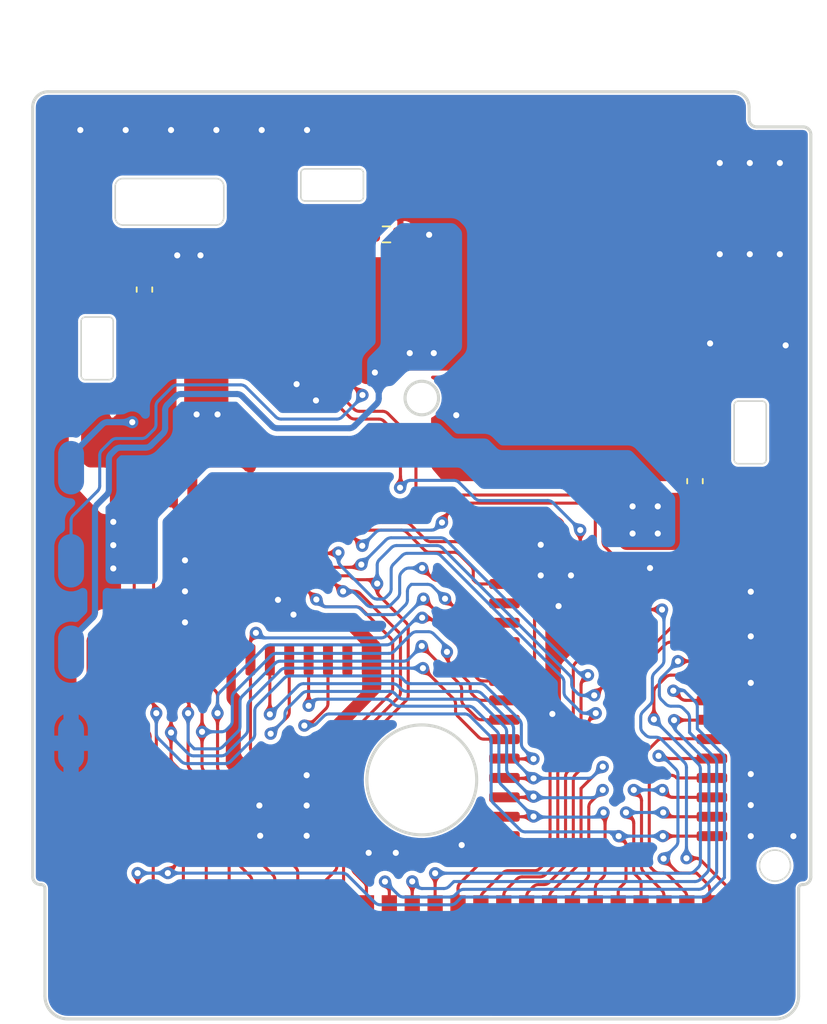
<source format=kicad_pcb>
(kicad_pcb (version 20211014) (generator pcbnew)
  (layers (0 "F.Cu" signal) (31 "B.Cu" signal) (34 "B.Paste" user) (35 "F.Paste" user) (36 "B.SilkS" user "B.Silkscreen") (37 "F.SilkS" user "F.Silkscreen") (38 "B.Mask" user) (39 "F.Mask" user) (44 "Edge.Cuts" user))
  (net 0 "")
  (net 1 "GND")
  (net 2 "VCC")
  (net 3 "CLK")
  (net 4 "{slash}WR")
  (net 5 "{slash}RD")
  (net 6 "{slash}RST")
  (net 7 "AUD")
  (net 8 "CS")
  (net 9 "D0")
  (net 10 "D1")
  (net 11 "D2")
  (net 12 "D3")
  (net 13 "D4")
  (net 14 "D5")
  (net 15 "D6")
  (net 16 "D7")
  (net 17 "A00")
  (net 18 "A01")
  (net 19 "A02")
  (net 20 "A03")
  (net 21 "A04")
  (net 22 "A05")
  (net 23 "A06")
  (net 24 "A07")
  (net 25 "A08")
  (net 26 "A09")
  (net 27 "A10")
  (net 28 "A11")
  (net 29 "A12")
  (net 30 "A13")
  (net 31 "A14")
  (net 32 "A15")
  (net 33 "VBAT")
  (net 34 "VOUT")
  (net 35 "CS_U3")
  (net 36 "RA14")
  (net 37 "RA15")
  (net 38 "RA16")
  (net 39 "RA17")
  (net 40 "BT+")
  (footprint "Nintendo:SOIC-28_SRAM" (layer "F.Cu") (at 153.2636 88.2396 90)
    (fp_text reference "U2")
    (fp_text value "MBC2A")
  )
  (footprint "Nintendo:Batt_CR1616" (layer "F.Cu") (at 174.752 70.231)
    (fp_text reference "Batt")
    (fp_text value "CR1616")
  )
  (footprint "Nintendo:SO-8_SYSRST" (layer "F.Cu") (at 154.2796 72.1868 180)
    (fp_text reference "U3")
    (fp_text value "26A")
  )
  (footprint "Nintendo:Capacitor_SMD_Axial_4mm_2mm" (layer "F.Cu") (at 186.65 78.85 90)
    (fp_text reference "(C1)")
    (fp_text value "Capacitor_SMD_Axial_4mm")
    (fp_line (start -2.05 0.778) (end -2.05 -0.778) (layer "Edge.Cuts") (width 0.1))
    (fp_line (start 2.05 -0.778) (end 2.05 0.778) (layer "Edge.Cuts") (width 0.1))
    (fp_line (start -1.778 1.05) (end 1.778 1.05) (layer "Edge.Cuts") (width 0.1))
    (fp_line (start -1.778 -1.05) (end 1.778 -1.05) (layer "Edge.Cuts") (width 0.1))
    (fp_arc (start 2.05 0.778) (mid 1.970333 0.970333) (end 1.778 1.05) (layer "Edge.Cuts") (width 0.1))
    (fp_arc (start 1.778 -1.05) (mid 1.970333 -0.970333) (end 2.05 -0.778) (layer "Edge.Cuts") (width 0.1))
    (fp_arc (start -2.05 -0.778) (mid -1.970333 -0.970333) (end -1.778 -1.05) (layer "Edge.Cuts") (width 0.1))
    (fp_arc (start -1.778 1.05) (mid -1.970333 0.970333) (end -2.05 0.778) (layer "Edge.Cuts") (width 0.1))
  )
  (footprint "Resistor_SMD:R_0603_1608Metric_Pad0.98x0.95mm_HandSolder" (layer "F.Cu") (at 162.814 65.8876)
    (fp_text reference "R1")
    (fp_text value "R_0603_1608Metric_Pad0.98x0.95mm_HandSolder")
  )
  (footprint "Capacitor_SMD:C_0603_1608Metric_Pad1.08x0.95mm_HandSolder" (layer "F.Cu") (at 146.95 69.5 90)
    (fp_text reference "C2")
    (fp_text value "C_0603_1608Metric_Pad1.08x0.95mm_HandSolder")
  )
  (footprint "Nintendo:Capacitor_SMD_Axial_4mm_2mm" (layer "F.Cu") (at 143.85 73.35 90)
    (fp_text reference "(C2)")
    (fp_text value "Capacitor_SMD_Axial_4mm")
    (fp_line (start 2.05 -0.778) (end 2.05 0.778) (layer "Edge.Cuts") (width 0.1))
    (fp_line (start -2.05 0.778) (end -2.05 -0.778) (layer "Edge.Cuts") (width 0.1))
    (fp_line (start -1.778 -1.05) (end 1.778 -1.05) (layer "Edge.Cuts") (width 0.1))
    (fp_line (start -1.778 1.05) (end 1.778 1.05) (layer "Edge.Cuts") (width 0.1))
    (fp_arc (start -1.778 1.05) (mid -1.970333 0.970333) (end -2.05 0.778) (layer "Edge.Cuts") (width 0.1))
    (fp_arc (start -2.05 -0.778) (mid -1.970333 -0.970333) (end -1.778 -1.05) (layer "Edge.Cuts") (width 0.1))
    (fp_arc (start 1.778 -1.05) (mid 1.970333 -0.970333) (end 2.05 -0.778) (layer "Edge.Cuts") (width 0.1))
    (fp_arc (start 2.05 0.778) (mid 1.970333 0.970333) (end 1.778 1.05) (layer "Edge.Cuts") (width 0.1))
  )
  (footprint "Nintendo:SSOP-32_MROM" (layer "F.Cu") (at 177.3428 95.758)
    (fp_text reference "U1")
    (fp_text value "PRG")
  )
  (footprint "Nintendo:Connector_Edge_GamePak_P1.50mm" (layer "F.Cu") (at 165.25 117.25)
    (fp_text reference "U0" hide)
    (fp_text value "CartBus" hide)
  )
  (footprint "Capacitor_SMD:C_0603_1608Metric_Pad1.08x0.95mm_HandSolder" (layer "F.Cu") (at 183.0324 82.042 90)
    (fp_text reference "C1")
    (fp_text value "C_0603_1608Metric_Pad1.08x0.95mm_HandSolder")
  )
  (footprint "Nintendo:Resistor_SMD_Axial_4mm_2mm" (layer "F.Cu") (at 159.25 62.65)
    (fp_text reference "( R1 )")
    (fp_text value "Resistor_SMD_Axial_4mm_2mm")
    (fp_line (start 2.05 -0.778) (end 2.05 0.778) (layer "Edge.Cuts") (width 0.1))
    (fp_line (start -1.778 1.05) (end 1.778 1.05) (layer "Edge.Cuts") (width 0.1))
    (fp_line (start -2.05 0.778) (end -2.05 -0.778) (layer "Edge.Cuts") (width 0.1))
    (fp_line (start -1.778 -1.05) (end 1.778 -1.05) (layer "Edge.Cuts") (width 0.1))
    (fp_arc (start -1.778 1.05) (mid -1.970333 0.970333) (end -2.05 0.778) (layer "Edge.Cuts") (width 0.1))
    (fp_arc (start 1.778 -1.05) (mid 1.970333 -0.970333) (end 2.05 -0.778) (layer "Edge.Cuts") (width 0.1))
    (fp_arc (start 2.05 0.778) (mid 1.970333 0.970333) (end 1.778 1.05) (layer "Edge.Cuts") (width 0.1))
    (fp_arc (start -2.05 -0.778) (mid -1.970333 -0.970333) (end -1.778 -1.05) (layer "Edge.Cuts") (width 0.1))
  )
  (footprint "Nintendo:TestPoint_3.5x1.7mm" (layer "B.Cu") (at 142.14 87.256148 90)
    (fp_text reference "TP2")
    (fp_text value "TestPoint_3.5x1.7mm")
  )
  (footprint "Nintendo:TestPoint_3.5x1.7mm" (layer "B.Cu") (at 142.14 99.202123 90)
    (fp_text reference "TP4")
    (fp_text value "TestPoint_3.5x1.7mm")
  )
  (footprint "Nintendo:TestPoint_3.5x1.7mm" (layer "B.Cu") (at 142.14 93.241451 90)
    (fp_text reference "TP3")
    (fp_text value "TestPoint_3.5x1.7mm")
  )
  (footprint "Nintendo:TestPoint_3.5x1.7mm" (layer "B.Cu") (at 142.14 81.161517 90)
    (fp_text reference "TP1")
    (fp_text value "TestPoint_3.5x1.7mm")
  )
  (gr_arc (start 145.034 62.738) (mid 145.18279 62.37879) (end 145.542 62.23) (layer "Edge.Cuts") (width 0.1))
  (gr_line (start 185.577 56.55) (end 140.626 56.55) (layer "Edge.Cuts") (width 0.2))
  (gr_arc (start 140.127 108.45) (mid 139.773447 108.303553) (end 139.627 107.95) (layer "Edge.Cuts") (width 0.2))
  (gr_arc (start 190.627 107.95) (mid 190.480553 108.303553) (end 190.127 108.45) (layer "Edge.Cuts") (width 0.2))
  (gr_arc (start 152.146 64.77) (mid 151.99721 65.12921) (end 151.638 65.278) (layer "Edge.Cuts") (width 0.1))
  (gr_line (start 151.638 65.278) (end 145.542 65.278) (layer "Edge.Cuts") (width 0.1))
  (gr_arc (start 185.577 56.55) (mid 186.284107 56.842893) (end 186.577 57.55) (layer "Edge.Cuts") (width 0.2))
  (gr_arc (start 145.542 65.278) (mid 145.18279 65.12921) (end 145.034 64.77) (layer "Edge.Cuts") (width 0.1))
  (gr_arc (start 190.127 58.85) (mid 190.480553 58.996447) (end 190.627 59.35) (layer "Edge.Cuts") (width 0.2))
  (gr_line (start 145.542 62.23) (end 151.638 62.23) (layer "Edge.Cuts") (width 0.1))
  (gr_line (start 140.427002 115.749998) (end 140.427 108.7) (layer "Edge.Cuts") (width 0.2))
  (gr_line (start 140.177 108.45) (end 140.127 108.45) (layer "Edge.Cuts") (width 0.2))
  (gr_circle (center 188.276438 107.211923) (end 188.276438 106.195923) (layer "Edge.Cuts") (width 0.1) (fill none))
  (gr_arc (start 151.638 62.23) (mid 151.99721 62.37879) (end 152.146 62.738) (layer "Edge.Cuts") (width 0.1))
  (gr_line (start 141.927439 117.249559) (end 188.327441 117.250435) (layer "Edge.Cuts") (width 0.2))
  (gr_line (start 139.626 57.55) (end 139.627 107.95) (layer "Edge.Cuts") (width 0.2))
  (gr_arc (start 187.077 58.85) (mid 186.723447 58.703553) (end 186.577 58.35) (layer "Edge.Cuts") (width 0.2))
  (gr_line (start 189.827002 115.749998) (end 189.827 108.7) (layer "Edge.Cuts") (width 0.2))
  (gr_circle (center 165.127 76.6) (end 166.227 76.6) (layer "Edge.Cuts") (width 0.2) (fill none))
  (gr_line (start 152.146 62.738) (end 152.146 64.77) (layer "Edge.Cuts") (width 0.1))
  (gr_arc (start 141.927439 117.249559) (mid 140.866651 116.810529) (end 140.427002 115.749998) (layer "Edge.Cuts") (width 0.2))
  (gr_line (start 190.127 108.45) (end 190.077 108.45) (layer "Edge.Cuts") (width 0.2))
  (gr_line (start 145.034 64.77) (end 145.034 62.738) (layer "Edge.Cuts") (width 0.1))
  (gr_arc (start 189.827 108.7) (mid 189.900223 108.523223) (end 190.077 108.45) (layer "Edge.Cuts") (width 0.2))
  (gr_arc (start 139.626 57.55) (mid 139.918893 56.842893) (end 140.626 56.55) (layer "Edge.Cuts") (width 0.2))
  (gr_arc (start 189.827002 115.749998) (mid 189.387972 116.810786) (end 188.327441 117.250435) (layer "Edge.Cuts") (width 0.2))
  (gr_line (start 186.577 57.55) (end 186.577 58.35) (layer "Edge.Cuts") (width 0.2))
  (gr_line (start 190.127 58.85) (end 187.077 58.85) (layer "Edge.Cuts") (width 0.2))
  (gr_line (start 190.627 107.95) (end 190.627 59.35) (layer "Edge.Cuts") (width 0.2))
  (gr_arc (start 140.177 108.45) (mid 140.353777 108.523223) (end 140.427 108.7) (layer "Edge.Cuts") (width 0.2))
  (gr_circle (center 165.127 101.6) (end 168.727 101.6) (layer "Edge.Cuts") (width 0.2) (fill none))
  (segment (start 180.168153 87.649447) (end 180.086 87.7316) (width 0.4) (layer "F.Cu") (net 1))
  (segment (start 167.7416 105.8672) (end 167.583246 106.025554) (width 0.4) (layer "F.Cu") (net 1))
  (segment (start 168.179353 105.429447) (end 167.7416 105.8672) (width 0.4) (layer "F.Cu") (net 1))
  (segment (start 173.6852 97.282) (end 173.736 97.2312) (width 0.4) (layer "F.Cu") (net 1))
  (segment (start 186.69 92.202) (end 186.69 89.281) (width 0.4) (layer "F.Cu") (net 1))
  (segment (start 186.69 105.964893) (end 186.69 105.283) (width 0.4) (layer "F.Cu") (net 1))
  (segment (start 186.69 89.281) (end 186.9186 89.281) (width 0.4) (layer "F.Cu") (net 1))
  (segment (start 161.6456 106.3752) (end 163.4236 106.3752) (width 0.4) (layer "F.Cu") (net 1))
  (segment (start 186.69 103.251) (end 186.69 101.219) (width 0.4) (layer "F.Cu") (net 1))
  (segment (start 187.254753 108.717953) (end 186.379246 107.842446) (width 0.4) (layer "F.Cu") (net 1))
  (segment (start 186.379247 106.482753) (end 186.543554 106.318446) (width 0.4) (layer "F.Cu") (net 1))
  (segment (start 186.607847 87.649447) (end 186.69 87.7316) (width 0.4) (layer "F.Cu") (net 1))
  (segment (start 163.480353 106.318447) (end 163.4236 106.3752) (width 0.4) (layer "F.Cu") (net 1))
  (segment (start 170.5428 105.283) (end 168.532907 105.283) (width 0.4) (layer "F.Cu") (net 1))
  (segment (start 167.229693 106.172) (end 163.833907 106.172) (width 0.4) (layer "F.Cu") (net 1))
  (segment (start 184.1428 87.503) (end 180.521707 87.503) (width 0.4) (layer "F.Cu") (net 1))
  (segment (start 186.69 105.283) (end 186.69 103.251) (width 0.4) (layer "F.Cu") (net 1))
  (segment (start 184.1428 87.503) (end 186.254293 87.503) (width 0.4) (layer "F.Cu") (net 1))
  (segment (start 186.69 87.7316) (end 186.69 89.281) (width 0.4) (layer "F.Cu") (net 1))
  (segment (start 188.75 109.65) (end 188.110846 109.010846) (width 0.4) (layer "F.Cu") (net 1))
  (segment (start 186.69 95.25) (end 186.69 92.202) (width 0.4) (layer "F.Cu") (net 1))
  (segment (start 186.2328 107.488893) (end 186.2328 106.836307) (width 0.4) (layer "F.Cu") (net 1))
  (segment (start 189.484 105.283) (end 186.69 105.283) (width 0.4) (layer "F.Cu") (net 1))
  (segment (start 187.757293 108.8644) (end 187.608307 108.8644) (width 0.4) (layer "F.Cu") (net 1))
  (segment (start 184.15 73.152) (end 184.023 73.025) (width 0.4) (layer "F.Cu") (net 1))
  (segment (start 186.69 101.219) (end 186.69 95.25) (width 0.4) (layer "F.Cu") (net 1))
  (via (at 188.595 61.214) (size 0.8) (drill 0.4) (layers "F.Cu" "B.Cu") (net 1))
  (via (at 155.702 89.8144) (size 0.8) (drill 0.4) (layers "F.Cu" "B.Cu") (net 1))
  (via (at 172.9232 86.2076) (size 0.8) (drill 0.4) (layers "F.Cu" "B.Cu") (net 1))
  (via (at 142.748 59.055) (size 0.8) (drill 0.4) (layers "F.Cu" "B.Cu") (net 1))
  (via (at 161.6456 106.3752) (size 0.8) (drill 0.4) (layers "F.Cu" "B.Cu") (net 1))
  (via (at 173.6852 97.282) (size 0.8) (drill 0.4) (layers "F.Cu" "B.Cu") (net 1))
  (via (at 149.606 89.2556) (size 0.8) (drill 0.4) (layers "F.Cu" "B.Cu") (net 1))
  (via (at 174.0916 90.2208) (size 0.8) (drill 0.4) (layers "F.Cu" "B.Cu") (net 1))
  (via (at 158.1912 76.7588) (size 0.8) (drill 0.4) (layers "F.Cu" "B.Cu") (net 1))
  (via (at 154.5336 105.2576) (size 0.8) (drill 0.4) (layers "F.Cu" "B.Cu") (net 1))
  (via (at 156.718 90.7796) (size 0.8) (drill 0.4) (layers "F.Cu" "B.Cu") (net 1))
  (via (at 186.69 92.202) (size 0.8) (drill 0.4) (layers "F.Cu" "B.Cu") (net 1))
  (via (at 157.5816 101.2952) (size 0.8) (drill 0.4) (layers "F.Cu" "B.Cu") (net 1))
  (via (at 157.607 59.055) (size 0.8) (drill 0.4) (layers "F.Cu" "B.Cu") (net 1))
  (via (at 184.658 61.214) (size 0.8) (drill 0.4) (layers "F.Cu" "B.Cu") (net 1))
  (via (at 149.606 91.2876) (size 0.8) (drill 0.4) (layers "F.Cu" "B.Cu") (net 1))
  (via (at 150.622 67.2592) (size 0.8) (drill 0.4) (layers "F.Cu" "B.Cu") (net 1))
  (via (at 151.6634 59.055) (size 0.8) (drill 0.4) (layers "F.Cu" "B.Cu") (net 1))
  (via (at 186.6265 61.214) (size 0.8) (drill 0.4) (layers "F.Cu" "B.Cu") (net 1))
  (via (at 184.658 67.183) (size 0.8) (drill 0.4) (layers "F.Cu" "B.Cu") (net 1))
  (via (at 186.69 95.25) (size 0.8) (drill 0.4) (layers "F.Cu" "B.Cu") (net 1))
  (via (at 149.098 67.2592) (size 0.8) (drill 0.4) (layers "F.Cu" "B.Cu") (net 1))
  (via (at 184.023 73.025) (size 0.8) (drill 0.4) (layers "F.Cu" "B.Cu") (net 1))
  (via (at 172.9232 88.2142) (size 0.8) (drill 0.4) (layers "F.Cu" "B.Cu") (net 1))
  (via (at 145.7198 59.055) (size 0.8) (drill 0.4) (layers "F.Cu" "B.Cu") (net 1))
  (via (at 154.6352 59.055) (size 0.8) (drill 0.4) (layers "F.Cu" "B.Cu") (net 1))
  (via (at 157.5816 105.2576) (size 0.8) (drill 0.4) (layers "F.Cu" "B.Cu") (net 1))
  (via (at 167.7416 105.8672) (size 0.8) (drill 0.4) (layers "F.Cu" "B.Cu") (net 1))
  (via (at 186.69 103.251) (size 0.8) (drill 0.4) (layers "F.Cu" "B.Cu") (net 1))
  (via (at 156.9212 75.692) (size 0.8) (drill 0.4) (layers "F.Cu" "B.Cu") (net 1))
  (via (at 189.484 105.283) (size 0.8) (drill 0.4) (layers "F.Cu" "B.Cu") (net 1))
  (via (at 188.595 67.183) (size 0.8) (drill 0.4) (layers "F.Cu" "B.Cu") (net 1))
  (via (at 186.69 101.219) (size 0.8) (drill 0.4) (layers "F.Cu" "B.Cu") (net 1))
  (via (at 186.69 89.281) (size 0.8) (drill 0.4) (layers "F.Cu" "B.Cu") (net 1))
  (via (at 149.606 87.2236) (size 0.8) (drill 0.4) (layers "F.Cu" "B.Cu") (net 1))
  (via (at 148.6916 59.055) (size 0.8) (drill 0.4) (layers "F.Cu" "B.Cu") (net 1))
  (via (at 163.4236 106.3752) (size 0.8) (drill 0.4) (layers "F.Cu" "B.Cu") (net 1))
  (via (at 174.9044 88.2142) (size 0.8) (drill 0.4) (layers "F.Cu" "B.Cu") (net 1))
  (via (at 186.6265 67.183) (size 0.8) (drill 0.4) (layers "F.Cu" "B.Cu") (net 1))
  (via (at 186.69 105.283) (size 0.8) (drill 0.4) (layers "F.Cu" "B.Cu") (net 1))
  (via (at 180.086 87.7316) (size 0.8) (drill 0.4) (layers "F.Cu" "B.Cu") (net 1))
  (via (at 188.976 73.152) (size 0.8) (drill 0.4) (layers "F.Cu" "B.Cu") (net 1))
  (via (at 154.4828 103.2764) (size 0.8) (drill 0.4) (layers "F.Cu" "B.Cu") (net 1))
  (via (at 157.5816 103.2764) (size 0.8) (drill 0.4) (layers "F.Cu" "B.Cu") (net 1))
  (via (at 167.386 77.724) (size 0.8) (drill 0.4) (layers "F.Cu" "B.Cu") (net 1))
  (arc (start 163.480353 106.318447) (mid 163.642565 106.21006) (end 163.833907 106.172) (width 0.4) (layer "F.Cu") (net 1))
  (arc (start 186.379246 107.842446) (mid 186.27086 107.680234) (end 186.2328 107.488893) (width 0.4) (layer "F.Cu") (net 1))
  (arc (start 168.179353 105.429447) (mid 168.341565 105.32106) (end 168.532907 105.283) (width 0.4) (layer "F.Cu") (net 1))
  (arc (start 186.379247 106.482753) (mid 186.27086 106.644965) (end 186.2328 106.836307) (width 0.4) (layer "F.Cu") (net 1))
  (arc (start 186.607847 87.649447) (mid 186.445635 87.54106) (end 186.254293 87.503) (width 0.4) (layer "F.Cu") (net 1))
  (arc (start 188.110846 109.010846) (mid 187.948634 108.90246) (end 187.757293 108.8644) (width 0.4) (layer "F.Cu") (net 1))
  (arc (start 186.69 105.964893) (mid 186.65194 106.156234) (end 186.543554 106.318446) (width 0.4) (layer "F.Cu") (net 1))
  (arc (start 187.254753 108.717953) (mid 187.416965 108.82634) (end 187.608307 108.8644) (width 0.4) (layer "F.Cu") (net 1))
  (arc (start 167.583246 106.025554) (mid 167.421034 106.13394) (end 167.229693 106.172) (width 0.4) (layer "F.Cu") (net 1))
  (arc (start 180.168153 87.649447) (mid 180.330365 87.54106) (end 180.521707 87.503) (width 0.4) (layer "F.Cu") (net 1))
  (segment (start 180.594 83.693) (end 180.594 85.471) (width 0.4) (layer "F.Cu") (net 2))
  (segment (start 180.594 85.471) (end 183.173693 85.471) (width 0.4) (layer "F.Cu") (net 2))
  (segment (start 178.943 85.471) (end 180.594 85.471) (width 0.4) (layer "F.Cu") (net 2))
  (segment (start 183.527247 85.617447) (end 184.1428 86.233) (width 0.4) (layer "F.Cu") (net 2))
  (segment (start 178.943 83.693) (end 178.943 85.471) (width 0.4) (layer "F.Cu") (net 2))
  (segment (start 178.943 83.693) (end 180.594 83.693) (width 0.4) (layer "F.Cu") (net 2))
  (via (at 178.943 85.471) (size 0.8) (drill 0.4) (layers "F.Cu" "B.Cu") (net 2))
  (via (at 178.943 83.693) (size 0.8) (drill 0.4) (layers "F.Cu" "B.Cu") (net 2))
  (via (at 144.907 84.709) (size 0.8) (drill 0.4) (layers "F.Cu" "B.Cu") (net 2))
  (via (at 150.368 77.6732) (size 0.8) (drill 0.4) (layers "F.Cu" "B.Cu") (net 2))
  (via (at 144.907 87.757) (size 0.8) (drill 0.4) (layers "F.Cu" "B.Cu") (net 2))
  (via (at 151.7396 77.6732) (size 0.8) (drill 0.4) (layers "F.Cu" "B.Cu") (net 2))
  (via (at 180.594 85.471) (size 0.8) (drill 0.4) (layers "F.Cu" "B.Cu") (net 2))
  (via (at 180.594 83.693) (size 0.8) (drill 0.4) (layers "F.Cu" "B.Cu") (net 2))
  (via (at 144.907 86.233) (size 0.8) (drill 0.4) (layers "F.Cu" "B.Cu") (net 2))
  (arc (start 183.173693 85.471) (mid 183.365035 85.50906) (end 183.527247 85.617447) (width 0.4) (layer "F.Cu") (net 2))
  (segment (start 145 109.65) (end 145 107.716707) (width 0.2) (layer "F.Cu") (net 4))
  (segment (start 144.853553 107.363153) (end 144.113646 106.623246) (width 0.2) (layer "F.Cu") (net 4))
  (segment (start 146.2786 90.547093) (end 146.2786 82.7396) (width 0.2) (layer "F.Cu") (net 4))
  (segment (start 143.402447 92.157153) (end 144.176354 91.383246) (width 0.2) (layer "F.Cu") (net 4))
  (segment (start 144.529907 91.2368) (end 145.588893 91.2368) (width 0.2) (layer "F.Cu") (net 4))
  (segment (start 143.820753 96.576753) (end 143.402446 96.158446) (width 0.2) (layer "F.Cu") (net 4))
  (segment (start 143.9672 106.269693) (end 143.9672 96.930307) (width 0.2) (layer "F.Cu") (net 4))
  (segment (start 143.256 95.804893) (end 143.256 92.510707) (width 0.2) (layer "F.Cu") (net 4))
  (segment (start 145.942447 91.090353) (end 146.132154 90.900646) (width 0.2) (layer "F.Cu") (net 4))
  (arc (start 146.2786 90.547093) (mid 146.24054 90.738434) (end 146.132154 90.900646) (width 0.2) (layer "F.Cu") (net 4))
  (arc (start 143.402447 92.157153) (mid 143.29406 92.319365) (end 143.256 92.510707) (width 0.2) (layer "F.Cu") (net 4))
  (arc (start 144.176354 91.383246) (mid 144.338566 91.27486) (end 144.529907 91.2368) (width 0.2) (layer "F.Cu") (net 4))
  (arc (start 145.588893 91.2368) (mid 145.780235 91.19874) (end 145.942447 91.090353) (width 0.2) (layer "F.Cu") (net 4))
  (arc (start 143.402446 96.158446) (mid 143.29406 95.996234) (end 143.256 95.804893) (width 0.2) (layer "F.Cu") (net 4))
  (arc (start 143.820753 96.576753) (mid 143.92914 96.738965) (end 143.9672 96.930307) (width 0.2) (layer "F.Cu") (net 4))
  (arc (start 145 107.716707) (mid 144.96194 107.525365) (end 144.853553 107.363153) (width 0.2) (layer "F.Cu") (net 4))
  (arc (start 144.113646 106.623246) (mid 144.00526 106.461034) (end 143.9672 106.269693) (width 0.2) (layer "F.Cu") (net 4))
  (segment (start 148.9964 102.467507) (end 148.9964 106.980893) (width 0.2) (layer "F.Cu") (net 5))
  (segment (start 146.5 109.65) (end 146.5 107.7032) (width 0.2) (layer "F.Cu") (net 5))
  (segment (start 147.32 98.759107) (end 147.32 100.376893) (width 0.2) (layer "F.Cu") (net 5))
  (segment (start 147.466447 100.730447) (end 148.849954 102.113954) (width 0.2) (layer "F.Cu") (net 5))
  (segment (start 181.61 95.758) (end 182.098554 96.246554) (width 0.2) (layer "F.Cu") (net 5))
  (segment (start 145.155047 96.387047) (end 147.173554 98.405554) (width 0.2) (layer "F.Cu") (net 5))
  (segment (start 145.0086 93.7396) (end 145.0086 96.033493) (width 0.2) (layer "F.Cu") (net 5))
  (segment (start 148.849953 107.334447) (end 148.4812 107.7032) (width 0.2) (layer "F.Cu") (net 5))
  (segment (start 182.452107 96.393) (end 184.1428 96.393) (width 0.2) (layer "F.Cu") (net 5))
  (via (at 148.4812 107.7032) (size 0.8) (drill 0.4) (layers "F.Cu" "B.Cu") (net 5))
  (via (at 146.5 107.7032) (size 0.8) (drill 0.4) (layers "F.Cu" "B.Cu") (net 5))
  (via (at 181.61 95.758) (size 0.8) (drill 0.4) (layers "F.Cu" "B.Cu") (net 5))
  (arc (start 147.32 98.759107) (mid 147.28194 98.567766) (end 147.173554 98.405554) (width 0.2) (layer "F.Cu") (net 5))
  (arc (start 182.098554 96.246554) (mid 182.260766 96.35494) (end 182.452107 96.393) (width 0.2) (layer "F.Cu") (net 5))
  (arc (start 148.9964 102.467507) (mid 148.95834 102.276166) (end 148.849954 102.113954) (width 0.2) (layer "F.Cu") (net 5))
  (arc (start 145.155047 96.387047) (mid 145.04666 96.224835) (end 145.0086 96.033493) (width 0.2) (layer "F.Cu") (net 5))
  (arc (start 148.9964 106.980893) (mid 148.95834 107.172235) (end 148.849953 107.334447) (width 0.2) (layer "F.Cu") (net 5))
  (arc (start 147.32 100.376893) (mid 147.35806 100.568235) (end 147.466447 100.730447) (width 0.2) (layer "F.Cu") (net 5))
  (segment (start 167.6908 109.3216) (end 167.7416 109.2708) (width 0.2) (layer "B.Cu") (net 5))
  (segment (start 162.411507 109.7788) (end 167.026493 109.7788) (width 0.2) (layer "B.Cu") (net 5))
  (segment (start 183.038353 96.475153) (end 182.372 95.8088) (width 0.2) (layer "B.Cu") (net 5))
  (segment (start 184.9628 108.0008) (end 184.9628 100.232307) (width 0.2) (layer "B.Cu") (net 5))
  (segment (start 160.275247 107.849647) (end 162.057954 109.632354) (width 0.2) (layer "B.Cu") (net 5))
  (segment (start 183.1848 98.2472) (end 183.1848 96.828707) (width 0.2) (layer "B.Cu") (net 5))
  (segment (start 146.5 107.7032) (end 148.4812 107.7032) (width 0.2) (layer "B.Cu") (net 5))
  (segment (start 184.816353 99.878753) (end 183.2356 98.298) (width 0.2) (layer "B.Cu") (net 5))
  (segment (start 167.380047 109.632353) (end 167.6908 109.3216) (width 0.2) (layer "B.Cu") (net 5))
  (segment (start 167.7416 109.2708) (end 183.485693 109.2708) (width 0.2) (layer "B.Cu") (net 5))
  (segment (start 182.3212 95.758) (end 181.61 95.758) (width 0.2) (layer "B.Cu") (net 5))
  (segment (start 148.4812 107.7032) (end 159.921693 107.7032) (width 0.2) (layer "B.Cu") (net 5))
  (segment (start 182.372 95.8088) (end 182.3212 95.758) (width 0.2) (layer "B.Cu") (net 5))
  (segment (start 183.839247 109.124353) (end 184.912 108.0516) (width 0.2) (layer "B.Cu") (net 5))
  (segment (start 184.912 108.0516) (end 184.9628 108.0008) (width 0.2) (layer "B.Cu") (net 5))
  (segment (start 183.2356 98.298) (end 183.1848 98.2472) (width 0.2) (layer "B.Cu") (net 5))
  (arc (start 160.275247 107.849647) (mid 160.113035 107.74126) (end 159.921693 107.7032) (width 0.2) (layer "B.Cu") (net 5))
  (arc (start 183.485693 109.2708) (mid 183.677035 109.23274) (end 183.839247 109.124353) (width 0.2) (layer "B.Cu") (net 5))
  (arc (start 184.9628 100.232307) (mid 184.92474 100.040965) (end 184.816353 99.878753) (width 0.2) (layer "B.Cu") (net 5))
  (arc (start 183.038353 96.475153) (mid 183.14674 96.637365) (end 183.1848 96.828707) (width 0.2) (layer "B.Cu") (net 5))
  (arc (start 167.026493 109.7788) (mid 167.217835 109.74074) (end 167.380047 109.632353) (width 0.2) (layer "B.Cu") (net 5))
  (arc (start 162.411507 109.7788) (mid 162.220166 109.74074) (end 162.057954 109.632354) (width 0.2) (layer "B.Cu") (net 5))
  (segment (start 183.432847 106.877247) (end 185.353554 108.797954) (width 0.2) (layer "F.Cu") (net 6))
  (segment (start 185.5 109.151507) (end 185.5 110.646) (width 0.2) (layer "F.Cu") (net 6))
  (segment (start 159.365553 73.157953) (end 159.175846 72.968246) (width 0.2) (layer "F.Cu") (net 6))
  (segment (start 163.7284 82.4484) (end 163.7284 79.404307) (width 0.2) (layer "F.Cu") (net 6))
  (segment (start 159.512 76.754893) (end 159.512 73.511507) (width 0.2) (layer "F.Cu") (net 6))
  (segment (start 175.660447 86.404847) (end 179.558554 90.302954) (width 0.2) (layer "F.Cu") (net 6))
  (segment (start 160.381553 77.831553) (end 159.658446 77.108446) (width 0.2) (layer "F.Cu") (net 6))
  (segment (start 182.4736 106.7308) (end 183.079293 106.7308) (width 0.2) (layer "F.Cu") (net 6))
  (segment (start 175.514 86.051293) (end 175.514 85.2424) (width 0.2) (layer "F.Cu") (net 6))
  (segment (start 162.302093 77.978) (end 160.735107 77.978) (width 0.2) (layer "F.Cu") (net 6))
  (segment (start 180.8734 90.4494) (end 179.912107 90.4494) (width 0.2) (layer "F.Cu") (net 6))
  (segment (start 163.581953 79.050753) (end 162.655646 78.124446) (width 0.2) (layer "F.Cu") (net 6))
  (segment (start 163.703 82.4738) (end 163.7284 82.4484) (width 0.2) (layer "F.Cu") (net 6))
  (via (at 180.8734 90.4494) (size 0.8) (drill 0.4) (layers "F.Cu" "B.Cu") (net 6))
  (via (at 175.514 85.2424) (size 0.8) (drill 0.4) (layers "F.Cu" "B.Cu") (net 6))
  (via (at 163.703 82.4738) (size 0.8) (drill 0.4) (layers "F.Cu" "B.Cu") (net 6))
  (via (at 182.4736 106.7308) (size 0.8) (drill 0.4) (layers "F.Cu" "B.Cu") (net 6))
  (arc (start 159.175846 72.968246) (mid 159.013634 72.85986) (end 158.822293 72.8218) (width 0.2) (layer "F.Cu") (net 6))
  (arc (start 175.660447 86.404847) (mid 175.55206 86.242635) (end 175.514 86.051293) (width 0.2) (layer "F.Cu") (net 6))
  (arc (start 159.365553 73.157953) (mid 159.47394 73.320165) (end 159.512 73.511507) (width 0.2) (layer "F.Cu") (net 6))
  (arc (start 159.512 76.754893) (mid 159.55006 76.946234) (end 159.658446 77.108446) (width 0.2) (layer "F.Cu") (net 6))
  (arc (start 185.353554 108.797954) (mid 185.46194 108.960166) (end 185.5 109.151507) (width 0.2) (layer "F.Cu") (net 6))
  (arc (start 179.558554 90.302954) (mid 179.720766 90.41134) (end 179.912107 90.4494) (width 0.2) (layer "F.Cu") (net 6))
  (arc (start 160.381553 77.831553) (mid 160.543765 77.93994) (end 160.735107 77.978) (width 0.2) (layer "F.Cu") (net 6))
  (arc (start 183.432847 106.877247) (mid 183.270635 106.76886) (end 183.079293 106.7308) (width 0.2) (layer "F.Cu") (net 6))
  (arc (start 163.7284 79.404307) (mid 163.69034 79.212965) (end 163.581953 79.050753) (width 0.2) (layer "F.Cu") (net 6))
  (arc (start 162.302093 77.978) (mid 162.493434 78.01606) (end 162.655646 78.124446) (width 0.2) (layer "F.Cu") (net 6))
  (segment (start 180.842047 98.952447) (end 182.327154 100.437554) (width 0.2) (layer "B.Cu") (net 6))
  (segment (start 168.964707 83.312) (end 173.376493 83.312) (width 0.2) (layer "B.Cu") (net 6))
  (segment (start 180.384847 94.595553) (end 180.853954 94.126446) (width 0.2) (layer "B.Cu") (net 6))
  (segment (start 181.0004 90.5764) (end 180.8734 90.4494) (width 0.2) (layer "B.Cu") (net 6))
  (segment (start 164.039153 82.137647) (end 163.703 82.4738) (width 0.2) (layer "B.Cu") (net 6))
  (segment (start 167.583247 82.137647) (end 168.611154 83.165554) (width 0.2) (layer "B.Cu") (net 6))
  (segment (start 179.4764 98.141693) (end 179.4764 97.489107) (width 0.2) (layer "B.Cu") (net 6))
  (segment (start 182.4736 106.7308) (end 182.4736 100.791107) (width 0.2) (layer "B.Cu") (net 6))
  (segment (start 181.0004 93.772893) (end 181.0004 90.5764) (width 0.2) (layer "B.Cu") (net 6))
  (segment (start 164.392707 81.9912) (end 167.229693 81.9912) (width 0.2) (layer "B.Cu") (net 6))
  (segment (start 180.140707 98.806) (end 180.488493 98.806) (width 0.2) (layer "B.Cu") (net 6))
  (segment (start 179.622847 98.495247) (end 179.787154 98.659554) (width 0.2) (layer "B.Cu") (net 6))
  (segment (start 179.622847 97.135553) (end 180.091954 96.666446) (width 0.2) (layer "B.Cu") (net 6))
  (segment (start 175.514 85.2424) (end 173.730046 83.458446) (width 0.2) (layer "B.Cu") (net 6))
  (segment (start 180.2384 96.312893) (end 180.2384 94.949107) (width 0.2) (layer "B.Cu") (net 6))
  (arc (start 180.853954 94.126446) (mid 180.96234 93.964234) (end 181.0004 93.772893) (width 0.2) (layer "B.Cu") (net 6))
  (arc (start 179.622847 97.135553) (mid 179.51446 97.297765) (end 179.4764 97.489107) (width 0.2) (layer "B.Cu") (net 6))
  (arc (start 182.327154 100.437554) (mid 182.43554 100.599766) (end 182.4736 100.791107) (width 0.2) (layer "B.Cu") (net 6))
  (arc (start 180.091954 96.666446) (mid 180.20034 96.504234) (end 180.2384 96.312893) (width 0.2) (layer "B.Cu") (net 6))
  (arc (start 167.583247 82.137647) (mid 167.421035 82.02926) (end 167.229693 81.9912) (width 0.2) (layer "B.Cu") (net 6))
  (arc (start 168.964707 83.312) (mid 168.773366 83.27394) (end 168.611154 83.165554) (width 0.2) (layer "B.Cu") (net 6))
  (arc (start 179.4764 98.141693) (mid 179.51446 98.333035) (end 179.622847 98.495247) (width 0.2) (layer "B.Cu") (net 6))
  (arc (start 180.140707 98.806) (mid 179.949366 98.76794) (end 179.787154 98.659554) (width 0.2) (layer "B.Cu") (net 6))
  (arc (start 173.376493 83.312) (mid 173.567834 83.35006) (end 173.730046 83.458446) (width 0.2) (layer "B.Cu") (net 6))
  (arc (start 180.842047 98.952447) (mid 180.679835 98.84406) (end 180.488493 98.806) (width 0.2) (layer "B.Cu") (net 6))
  (arc (start 180.384847 94.595553) (mid 180.27646 94.757765) (end 180.2384 94.949107) (width 0.2) (layer "B.Cu") (net 6))
  (arc (start 164.039153 82.137647) (mid 164.201365 82.02926) (end 164.392707 81.9912) (width 0.2) (layer "B.Cu") (net 6))
  (segment (start 146.856847 91.649153) (end 147.402154 91.103846) (width 0.2) (layer "F.Cu") (net 8))
  (segment (start 147.5486 90.750293) (end 147.5486 82.7396) (width 0.2) (layer "F.Cu") (net 8))
  (segment (start 144.733107 91.7956) (end 146.503293 91.7956) (width 0.2) (layer "F.Cu") (net 8))
  (segment (start 143.764 95.550893) (end 143.764 92.764707) (width 0.2) (layer "F.Cu") (net 8))
  (segment (start 143.910447 92.411153) (end 144.379554 91.942046) (width 0.2) (layer "F.Cu") (net 8))
  (segment (start 148.341953 102.266353) (end 146.856846 100.781246) (width 0.2) (layer "F.Cu") (net 8))
  (segment (start 148.4884 106.0196) (end 148.4884 104.2416) (width 0.2) (layer "F.Cu") (net 8))
  (segment (start 147.853553 108.534353) (end 147.669646 108.350446) (width 0.2) (layer "F.Cu") (net 8))
  (segment (start 147.5232 107.996893) (end 147.5232 107.141107) (width 0.2) (layer "F.Cu") (net 8))
  (segment (start 148.4884 104.2416) (end 146.2532 104.2416) (width 0.2) (layer "F.Cu") (net 8))
  (segment (start 147.669647 106.787553) (end 148.4376 106.0196) (width 0.2) (layer "F.Cu") (net 8))
  (segment (start 148.4376 106.0196) (end 148.4884 106.0196) (width 0.2) (layer "F.Cu") (net 8))
  (segment (start 146.7104 100.427693) (end 146.7104 98.911507) (width 0.2) (layer "F.Cu") (net 8))
  (segment (start 148.4884 104.2416) (end 148.4884 102.619907) (width 0.2) (layer "F.Cu") (net 8))
  (segment (start 146.563953 98.557953) (end 143.910446 95.904446) (width 0.2) (layer "F.Cu") (net 8))
  (segment (start 148 109.65) (end 148 108.887907) (width 0.2) (layer "F.Cu") (net 8))
  (arc (start 143.764 92.764707) (mid 143.80206 92.573365) (end 143.910447 92.411153) (width 0.2) (layer "F.Cu") (net 8))
  (arc (start 146.7104 98.911507) (mid 146.67234 98.720165) (end 146.563953 98.557953) (width 0.2) (layer "F.Cu") (net 8))
  (arc (start 143.764 95.550893) (mid 143.80206 95.742234) (end 143.910446 95.904446) (width 0.2) (layer "F.Cu") (net 8))
  (arc (start 147.853553 108.534353) (mid 147.96194 108.696565) (end 148 108.887907) (width 0.2) (layer "F.Cu") (net 8))
  (arc (start 147.402154 91.103846) (mid 147.51054 90.941634) (end 147.5486 90.750293) (width 0.2) (layer "F.Cu") (net 8))
  (arc (start 146.856846 100.781246) (mid 146.74846 100.619034) (end 146.7104 100.427693) (width 0.2) (layer "F.Cu") (net 8))
  (arc (start 147.669646 108.350446) (mid 147.56126 108.188234) (end 147.5232 107.996893) (width 0.2) (layer "F.Cu") (net 8))
  (arc (start 147.5232 107.141107) (mid 147.56126 106.949765) (end 147.669647 106.787553) (width 0.2) (layer "F.Cu") (net 8))
  (arc (start 148.341953 102.266353) (mid 148.45034 102.428565) (end 148.4884 102.619907) (width 0.2) (layer "F.Cu") (net 8))
  (arc (start 144.733107 91.7956) (mid 144.541766 91.83366) (end 144.379554 91.942046) (width 0.2) (layer "F.Cu") (net 8))
  (arc (start 146.856847 91.649153) (mid 146.694635 91.75754) (end 146.503293 91.7956) (width 0.2) (layer "F.Cu") (net 8))
  (segment (start 172.45 101.5) (end 170.5698 101.5) (width 0.2) (layer "F.Cu") (net 9))
  (segment (start 155.1686 97.3074) (end 155.1686 93.7396) (width 0.2) (layer "F.Cu") (net 9))
  (segment (start 173.646447 108.903153) (end 175.514 107.0356) (width 0.2) (layer "F.Cu") (net 9))
  (segment (start 175.5648 106.9848) (end 175.5648 102.2096) (width 0.2) (layer "F.Cu") (net 9))
  (segment (start 175.5648 102.2096) (end 175.5648 102.1588) (width 0.2) (layer "F.Cu") (net 9))
  (segment (start 175.514 107.0356) (end 175.5648 106.9848) (width 0.2) (layer "F.Cu") (net 9))
  (segment (start 175.5648 102.1588) (end 176.9872 100.7364) (width 0.2) (layer "F.Cu") (net 9))
  (via (at 172.45 101.5) (size 0.8) (drill 0.4) (layers "F.Cu" "B.Cu") (net 9))
  (via (at 176.9872 100.7364) (size 0.8) (drill 0.4) (layers "F.Cu" "B.Cu") (net 9))
  (via (at 155.1686 97.3074) (size 0.8) (drill 0.4) (layers "F.Cu" "B.Cu") (net 9))
  (arc (start 173.646447 108.903153) (mid 173.53806 109.065365) (end 173.5 109.256707) (width 0.2) (layer "F.Cu") (net 9))
  (segment (start 163.785153 95.662353) (end 163.570046 95.447246) (width 0.2) (layer "B.Cu") (net 9))
  (segment (start 171.1452 100.072093) (end 171.1452 98.251107) (width 0.2) (layer "B.Cu") (net 9))
  (segment (start 170.998753 97.897553) (end 169.056446 95.955246) (width 0.2) (layer "B.Cu") (net 9))
  (segment (start 176.371647 101.351953) (end 176.9872 100.7364) (width 0.2) (layer "B.Cu") (net 9))
  (segment (start 168.702893 95.8088) (end 164.138707 95.8088) (width 0.2) (layer "B.Cu") (net 9))
  (segment (start 172.45 101.5) (end 172.4516 101.4984) (width 0.2) (layer "B.Cu") (net 9))
  (segment (start 172.45 101.5) (end 172.366 101.5) (width 0.2) (layer "B.Cu") (net 9))
  (segment (start 163.216493 95.3008) (end 157.382307 95.3008) (width 0.2) (layer "B.Cu") (net 9))
  (segment (start 172.366 101.5) (end 171.291646 100.425646) (width 0.2) (layer "B.Cu") (net 9))
  (segment (start 157.028753 95.447247) (end 155.1686 97.3074) (width 0.2) (layer "B.Cu") (net 9))
  (segment (start 172.4516 101.4984) (end 176.018093 101.4984) (width 0.2) (layer "B.Cu") (net 9))
  (arc (start 176.371647 101.351953) (mid 176.209435 101.46034) (end 176.018093 101.4984) (width 0.2) (layer "B.Cu") (net 9))
  (arc (start 157.382307 95.3008) (mid 157.190965 95.33886) (end 157.028753 95.447247) (width 0.2) (layer "B.Cu") (net 9))
  (arc (start 171.1452 98.251107) (mid 171.10714 98.059765) (end 170.998753 97.897553) (width 0.2) (layer "B.Cu") (net 9))
  (arc (start 169.056446 95.955246) (mid 168.894234 95.84686) (end 168.702893 95.8088) (width 0.2) (layer "B.Cu") (net 9))
  (arc (start 163.570046 95.447246) (mid 163.407834 95.33886) (end 163.216493 95.3008) (width 0.2) (layer "B.Cu") (net 9))
  (arc (start 163.785153 95.662353) (mid 163.947365 95.77074) (end 164.138707 95.8088) (width 0.2) (layer "B.Cu") (net 9))
  (arc (start 171.1452 100.072093) (mid 171.18326 100.263434) (end 171.291646 100.425646) (width 0.2) (layer "B.Cu") (net 9))
  (segment (start 175 109.65) (end 175 109.229907) (width 0.2) (layer "F.Cu") (net 10))
  (segment (start 176.0728 107.742893) (end 176.0728 103.381907) (width 0.2) (layer "F.Cu") (net 10))
  (segment (start 172.407 102.743) (end 170.5428 102.743) (width 0.2) (layer "F.Cu") (net 10))
  (segment (start 155.2194 98.5774) (end 156.292154 97.504646) (width 0.2) (layer "F.Cu") (net 10))
  (segment (start 175.146447 108.876353) (end 175.926354 108.096446) (width 0.2) (layer "F.Cu") (net 10))
  (segment (start 156.4386 97.151093) (end 156.4386 93.7396) (width 0.2) (layer "F.Cu") (net 10))
  (segment (start 172.45 102.7) (end 172.407 102.743) (width 0.2) (layer "F.Cu") (net 10))
  (segment (start 176.219247 103.028353) (end 176.9872 102.2604) (width 0.2) (layer "F.Cu") (net 10))
  (via (at 172.45 102.7) (size 0.8) (drill 0.4) (layers "F.Cu" "B.Cu") (net 10))
  (via (at 155.2194 98.5774) (size 0.8) (drill 0.4) (layers "F.Cu" "B.Cu") (net 10))
  (via (at 176.9872 102.2604) (size 0.8) (drill 0.4) (layers "F.Cu" "B.Cu") (net 10))
  (arc (start 176.0728 107.742893) (mid 176.03474 107.934234) (end 175.926354 108.096446) (width 0.2) (layer "F.Cu") (net 10))
  (arc (start 156.292154 97.504646) (mid 156.40054 97.342434) (end 156.4386 97.151093) (width 0.2) (layer "F.Cu") (net 10))
  (arc (start 176.0728 103.381907) (mid 176.11086 103.190565) (end 176.219247 103.028353) (width 0.2) (layer "F.Cu") (net 10))
  (arc (start 175 109.229907) (mid 175.03806 109.038565) (end 175.146447 108.876353) (width 0.2) (layer "F.Cu") (net 10))
  (segment (start 156.1592 97.285907) (end 156.1592 97.430493) (width 0.2) (layer "B.Cu") (net 10))
  (segment (start 168.550493 96.3168) (end 163.935507 96.3168) (width 0.2) (layer "B.Cu") (net 10))
  (segment (start 172.45 102.7) (end 172.5184 102.7684) (width 0.2) (layer "B.Cu") (net 10))
  (segment (start 170.541553 98.100753) (end 168.904046 96.463246) (width 0.2) (layer "B.Cu") (net 10))
  (segment (start 170.688 100.884893) (end 170.688 98.454307) (width 0.2) (layer "B.Cu") (net 10))
  (segment (start 163.581953 96.170353) (end 163.366846 95.955246) (width 0.2) (layer "B.Cu") (net 10))
  (segment (start 172.5184 102.7684) (end 176.272093 102.7684) (width 0.2) (layer "B.Cu") (net 10))
  (segment (start 157.282753 95.955247) (end 156.305646 96.932354) (width 0.2) (layer "B.Cu") (net 10))
  (segment (start 163.013293 95.8088) (end 157.636307 95.8088) (width 0.2) (layer "B.Cu") (net 10))
  (segment (start 172.296 102.7) (end 170.834446 101.238446) (width 0.2) (layer "B.Cu") (net 10))
  (segment (start 172.45 102.7) (end 172.296 102.7) (width 0.2) (layer "B.Cu") (net 10))
  (segment (start 156.012753 97.784047) (end 155.2194 98.5774) (width 0.2) (layer "B.Cu") (net 10))
  (segment (start 176.625647 102.621953) (end 176.9872 102.2604) (width 0.2) (layer "B.Cu") (net 10))
  (arc (start 156.1592 97.285907) (mid 156.19726 97.094566) (end 156.305646 96.932354) (width 0.2) (layer "B.Cu") (net 10))
  (arc (start 170.541553 98.100753) (mid 170.64994 98.262965) (end 170.688 98.454307) (width 0.2) (layer "B.Cu") (net 10))
  (arc (start 170.688 100.884893) (mid 170.72606 101.076234) (end 170.834446 101.238446) (width 0.2) (layer "B.Cu") (net 10))
  (arc (start 168.550493 96.3168) (mid 168.741834 96.35486) (end 168.904046 96.463246) (width 0.2) (layer "B.Cu") (net 10))
  (arc (start 156.1592 97.430493) (mid 156.12114 97.621835) (end 156.012753 97.784047) (width 0.2) (layer "B.Cu") (net 10))
  (arc (start 157.282753 95.955247) (mid 157.444965 95.84686) (end 157.636307 95.8088) (width 0.2) (layer "B.Cu") (net 10))
  (arc (start 163.935507 96.3168) (mid 163.744165 96.27874) (end 163.581953 96.170353) (width 0.2) (layer "B.Cu") (net 10))
  (arc (start 176.272093 102.7684) (mid 176.463435 102.73034) (end 176.625647 102.621953) (width 0.2) (layer "B.Cu") (net 10))
  (arc (start 163.366846 95.955246) (mid 163.204634 95.84686) (end 163.013293 95.8088) (width 0.2) (layer "B.Cu") (net 10))
  (segment (start 172.437 104.013) (end 170.5428 104.013) (width 0.2) (layer "F.Cu") (net 11))
  (segment (start 176.646447 108.341553) (end 176.993154 107.994846) (width 0.2) (layer "F.Cu") (net 11))
  (segment (start 177.1396 107.641293) (end 177.1396 103.886) (width 0.2) (layer "F.Cu") (net 11))
  (segment (start 157.7086 96.7486) (end 157.7086 93.7396) (width 0.2) (layer "F.Cu") (net 11))
  (segment (start 177.1396 103.8352) (end 177.038 103.7336) (width 0.2) (layer "F.Cu") (net 11))
  (segment (start 172.45 104) (end 172.437 104.013) (width 0.2) (layer "F.Cu") (net 11))
  (segment (start 177.1396 103.886) (end 177.1396 103.8352) (width 0.2) (layer "F.Cu") (net 11))
  (segment (start 176.5 109.65) (end 176.5 108.695107) (width 0.2) (layer "F.Cu") (net 11))
  (via (at 157.7086 96.7486) (size 0.8) (drill 0.4) (layers "F.Cu" "B.Cu") (net 11))
  (via (at 177.038 103.7336) (size 0.8) (drill 0.4) (layers "F.Cu" "B.Cu") (net 11))
  (via (at 172.45 104) (size 0.8) (drill 0.4) (layers "F.Cu" "B.Cu") (net 11))
  (arc (start 176.646447 108.341553) (mid 176.53806 108.503765) (end 176.5 108.695107) (width 0.2) (layer "F.Cu") (net 11))
  (arc (start 176.993154 107.994846) (mid 177.10154 107.832634) (end 177.1396 107.641293) (width 0.2) (layer "F.Cu") (net 11))
  (segment (start 172.45 104) (end 172.4884 104.0384) (width 0.2) (layer "B.Cu") (net 11))
  (segment (start 176.676447 103.891953) (end 176.8348 103.7336) (width 0.2) (layer "B.Cu") (net 11))
  (segment (start 170.033553 98.405553) (end 168.548446 96.920446) (width 0.2) (layer "B.Cu") (net 11))
  (segment (start 157.993953 96.463247) (end 157.7086 96.7486) (width 0.2) (layer "B.Cu") (net 11))
  (segment (start 172.4276 104) (end 170.326446 101.898846) (width 0.2) (layer "B.Cu") (net 11))
  (segment (start 176.8348 103.7336) (end 177.038 103.7336) (width 0.2) (layer "B.Cu") (net 11))
  (segment (start 168.194893 96.774) (end 163.630707 96.774) (width 0.2) (layer "B.Cu") (net 11))
  (segment (start 172.45 104) (end 172.4276 104) (width 0.2) (layer "B.Cu") (net 11))
  (segment (start 162.759293 96.3168) (end 158.347507 96.3168) (width 0.2) (layer "B.Cu") (net 11))
  (segment (start 170.18 101.545293) (end 170.18 98.759107) (width 0.2) (layer "B.Cu") (net 11))
  (segment (start 172.4884 104.0384) (end 176.322893 104.0384) (width 0.2) (layer "B.Cu") (net 11))
  (segment (start 163.277153 96.627553) (end 163.112846 96.463246) (width 0.2) (layer "B.Cu") (net 11))
  (arc (start 163.630707 96.774) (mid 163.439365 96.73594) (end 163.277153 96.627553) (width 0.2) (layer "B.Cu") (net 11))
  (arc (start 168.548446 96.920446) (mid 168.386234 96.81206) (end 168.194893 96.774) (width 0.2) (layer "B.Cu") (net 11))
  (arc (start 157.993953 96.463247) (mid 158.156165 96.35486) (end 158.347507 96.3168) (width 0.2) (layer "B.Cu") (net 11))
  (arc (start 170.326446 101.898846) (mid 170.21806 101.736634) (end 170.18 101.545293) (width 0.2) (layer "B.Cu") (net 11))
  (arc (start 176.676447 103.891953) (mid 176.514235 104.00034) (end 176.322893 104.0384) (width 0.2) (layer "B.Cu") (net 11))
  (arc (start 162.759293 96.3168) (mid 162.950634 96.35486) (end 163.112846 96.463246) (width 0.2) (layer "B.Cu") (net 11))
  (arc (start 170.033553 98.405553) (mid 170.14194 98.567765) (end 170.18 98.759107) (width 0.2) (layer "B.Cu") (net 11))
  (segment (start 157.4292 98.044) (end 157.526893 98.044) (width 0.2) (layer "F.Cu") (net 12))
  (segment (start 178.5112 105.7656) (end 178.4604 105.7148) (width 0.2) (layer "F.Cu") (net 12))
  (segment (start 178.5112 108.047693) (end 178.5112 105.7656) (width 0.2) (layer "F.Cu") (net 12))
  (segment (start 178.146447 108.619553) (end 178.364754 108.401246) (width 0.2) (layer "F.Cu") (net 12))
  (segment (start 178 109.65) (end 178 108.973107) (width 0.2) (layer "F.Cu") (net 12))
  (segment (start 178.4604 105.7148) (end 178.0286 105.283) (width 0.2) (layer "F.Cu") (net 12))
  (segment (start 158.9786 96.592293) (end 158.9786 93.7396) (width 0.2) (layer "F.Cu") (net 12))
  (segment (start 180.9242 105.283) (end 184.1428 105.283) (width 0.2) (layer "F.Cu") (net 12))
  (segment (start 157.880447 97.897553) (end 158.832154 96.945846) (width 0.2) (layer "F.Cu") (net 12))
  (via (at 157.4292 98.044) (size 0.8) (drill 0.4) (layers "F.Cu" "B.Cu") (net 12))
  (via (at 178.0286 105.283) (size 0.8) (drill 0.4) (layers "F.Cu" "B.Cu") (net 12))
  (via (at 180.9242 105.283) (size 0.8) (drill 0.4) (layers "F.Cu" "B.Cu") (net 12))
  (arc (start 158.9786 96.592293) (mid 158.94054 96.783634) (end 158.832154 96.945846) (width 0.2) (layer "F.Cu") (net 12))
  (arc (start 178.146447 108.619553) (mid 178.03806 108.781765) (end 178 108.973107) (width 0.2) (layer "F.Cu") (net 12))
  (arc (start 157.526893 98.044) (mid 157.718235 98.00594) (end 157.880447 97.897553) (width 0.2) (layer "F.Cu") (net 12))
  (arc (start 178.5112 108.047693) (mid 178.47314 108.239034) (end 178.364754 108.401246) (width 0.2) (layer "F.Cu") (net 12))
  (segment (start 169.818447 103.118047) (end 171.557554 104.857154) (width 0.2) (layer "B.Cu") (net 12))
  (segment (start 177.577353 105.136553) (end 177.4444 105.0036) (width 0.2) (layer "B.Cu") (net 12))
  (segment (start 171.911107 105.0036) (end 177.4444 105.0036) (width 0.2) (layer "B.Cu") (net 12))
  (segment (start 159.058707 97.282) (end 167.940893 97.282) (width 0.2) (layer "B.Cu") (net 12))
  (segment (start 158.705153 97.428447) (end 158.236046 97.897554) (width 0.2) (layer "B.Cu") (net 12))
  (segment (start 169.525553 98.659553) (end 168.294446 97.428446) (width 0.2) (layer "B.Cu") (net 12))
  (segment (start 169.672 102.764493) (end 169.672 99.013107) (width 0.2) (layer "B.Cu") (net 12))
  (segment (start 178.0286 105.283) (end 180.9242 105.283) (width 0.2) (layer "B.Cu") (net 12))
  (segment (start 178.0286 105.283) (end 177.930907 105.283) (width 0.2) (layer "B.Cu") (net 12))
  (segment (start 157.882493 98.044) (end 157.4292 98.044) (width 0.2) (layer "B.Cu") (net 12))
  (arc (start 177.577353 105.136553) (mid 177.739565 105.24494) (end 177.930907 105.283) (width 0.2) (layer "B.Cu") (net 12))
  (arc (start 169.818447 103.118047) (mid 169.71006 102.955835) (end 169.672 102.764493) (width 0.2) (layer "B.Cu") (net 12))
  (arc (start 171.557554 104.857154) (mid 171.719766 104.96554) (end 171.911107 105.0036) (width 0.2) (layer "B.Cu") (net 12))
  (arc (start 167.940893 97.282) (mid 168.132234 97.32006) (end 168.294446 97.428446) (width 0.2) (layer "B.Cu") (net 12))
  (arc (start 169.525553 98.659553) (mid 169.63394 98.821765) (end 169.672 99.013107) (width 0.2) (layer "B.Cu") (net 12))
  (arc (start 159.058707 97.282) (mid 158.867365 97.32006) (end 158.705153 97.428447) (width 0.2) (layer "B.Cu") (net 12))
  (arc (start 158.236046 97.897554) (mid 158.073834 98.00594) (end 157.882493 98.044) (width 0.2) (layer "B.Cu") (net 12))
  (segment (start 179.5 109.65) (end 179.5 108.383907) (width 0.2) (layer "F.Cu") (net 13))
  (segment (start 179.353553 108.030353) (end 179.07 107.7468) (width 0.2) (layer "F.Cu") (net 13))
  (segment (start 179.07 107.7468) (end 179.0192 107.696) (width 0.2) (layer "F.Cu") (net 13))
  (segment (start 181.436107 104.013) (end 184.1428 104.013) (width 0.2) (layer "F.Cu") (net 13))
  (segment (start 178.872753 104.095153) (end 178.5112 103.7336) (width 0.2) (layer "F.Cu") (net 13))
  (segment (start 179.0192 107.696) (end 179.0192 104.448707) (width 0.2) (layer "F.Cu") (net 13))
  (segment (start 180.9496 103.7336) (end 181.082554 103.866554) (width 0.2) (layer "F.Cu") (net 13))
  (via (at 180.9496 103.7336) (size 0.8) (drill 0.4) (layers "F.Cu" "B.Cu") (net 13))
  (via (at 178.5112 103.7336) (size 0.8) (drill 0.4) (layers "F.Cu" "B.Cu") (net 13))
  (arc (start 178.872753 104.095153) (mid 178.98114 104.257365) (end 179.0192 104.448707) (width 0.2) (layer "F.Cu") (net 13))
  (arc (start 181.436107 104.013) (mid 181.244766 103.97494) (end 181.082554 103.866554) (width 0.2) (layer "F.Cu") (net 13))
  (arc (start 179.5 108.383907) (mid 179.46194 108.192565) (end 179.353553 108.030353) (width 0.2) (layer "F.Cu") (net 13))
  (segment (start 178.5112 103.7336) (end 180.9496 103.7336) (width 0.2) (layer "B.Cu") (net 13))
  (segment (start 180.853553 108.819153) (end 179.673646 107.639246) (width 0.2) (layer "F.Cu") (net 14))
  (segment (start 179.5272 107.285693) (end 179.5272 102.975507) (width 0.2) (layer "F.Cu") (net 14))
  (segment (start 180.8988 102.2604) (end 181.234954 102.596554) (width 0.2) (layer "F.Cu") (net 14))
  (segment (start 179.380753 102.621953) (end 179.0192 102.2604) (width 0.2) (layer "F.Cu") (net 14))
  (segment (start 181 109.65) (end 181 109.172707) (width 0.2) (layer "F.Cu") (net 14))
  (segment (start 181.588507 102.743) (end 184.1428 102.743) (width 0.2) (layer "F.Cu") (net 14))
  (via (at 180.8988 102.2604) (size 0.8) (drill 0.4) (layers "F.Cu" "B.Cu") (net 14))
  (via (at 179.0192 102.2604) (size 0.8) (drill 0.4) (layers "F.Cu" "B.Cu") (net 14))
  (arc (start 179.673646 107.639246) (mid 179.56526 107.477034) (end 179.5272 107.285693) (width 0.2) (layer "F.Cu") (net 14))
  (arc (start 181.234954 102.596554) (mid 181.397166 102.70494) (end 181.588507 102.743) (width 0.2) (layer "F.Cu") (net 14))
  (arc (start 179.5272 102.975507) (mid 179.48914 102.784165) (end 179.380753 102.621953) (width 0.2) (layer "F.Cu") (net 14))
  (arc (start 180.853553 108.819153) (mid 180.96194 108.981365) (end 181 109.172707) (width 0.2) (layer "F.Cu") (net 14))
  (segment (start 179.0192 102.2604) (end 180.8988 102.2604) (width 0.2) (layer "B.Cu") (net 14))
  (segment (start 182.353553 108.896753) (end 181.299246 107.842446) (width 0.2) (layer "F.Cu") (net 15))
  (segment (start 180.699507 101.2952) (end 181.453693 101.2952) (width 0.2) (layer "F.Cu") (net 15))
  (segment (start 180.0352 107.031693) (end 180.0352 101.959507) (width 0.2) (layer "F.Cu") (net 15))
  (segment (start 181.8386 101.473) (end 184.1428 101.473) (width 0.2) (layer "F.Cu") (net 15))
  (segment (start 180.345953 107.549553) (end 180.181646 107.385246) (width 0.2) (layer "F.Cu") (net 15))
  (segment (start 180.181647 101.605953) (end 180.345954 101.441646) (width 0.2) (layer "F.Cu") (net 15))
  (segment (start 181.807247 101.441647) (end 181.8386 101.473) (width 0.2) (layer "F.Cu") (net 15))
  (segment (start 180.945693 107.696) (end 180.699507 107.696) (width 0.2) (layer "F.Cu") (net 15))
  (arc (start 181.299246 107.842446) (mid 181.137034 107.73406) (end 180.945693 107.696) (width 0.2) (layer "F.Cu") (net 15))
  (arc (start 180.0352 101.959507) (mid 180.07326 101.768165) (end 180.181647 101.605953) (width 0.2) (layer "F.Cu") (net 15))
  (arc (start 182.353553 108.896753) (mid 182.46194 109.058965) (end 182.5 109.250307) (width 0.2) (layer "F.Cu") (net 15))
  (arc (start 180.345953 107.549553) (mid 180.508165 107.65794) (end 180.699507 107.696) (width 0.2) (layer "F.Cu") (net 15))
  (arc (start 180.699507 101.2952) (mid 180.508166 101.33326) (end 180.345954 101.441646) (width 0.2) (layer "F.Cu") (net 15))
  (arc (start 181.453693 101.2952) (mid 181.645035 101.33326) (end 181.807247 101.441647) (width 0.2) (layer "F.Cu") (net 15))
  (arc (start 180.0352 107.031693) (mid 180.07326 107.223034) (end 180.181646 107.385246) (width 0.2) (layer "F.Cu") (net 15))
  (segment (start 180.6448 100.0252) (end 180.676154 100.056554) (width 0.2) (layer "F.Cu") (net 16))
  (segment (start 181.768353 107.549553) (end 180.975 106.7562) (width 0.2) (layer "F.Cu") (net 16))
  (segment (start 184 109.65) (end 184 108.769107) (width 0.2) (layer "F.Cu") (net 16))
  (segment (start 183.853553 108.415553) (end 183.1848 107.7468) (width 0.2) (layer "F.Cu") (net 16))
  (segment (start 181.029707 100.203) (end 184.1428 100.203) (width 0.2) (layer "F.Cu") (net 16))
  (segment (start 182.121907 107.696) (end 183.134 107.696) (width 0.2) (layer "F.Cu") (net 16))
  (segment (start 183.1848 107.7468) (end 183.134 107.696) (width 0.2) (layer "F.Cu") (net 16))
  (via (at 180.975 106.7562) (size 0.8) (drill 0.4) (layers "F.Cu" "B.Cu") (net 16))
  (via (at 180.6448 100.0252) (size 0.8) (drill 0.4) (layers "F.Cu" "B.Cu") (net 16))
  (arc (start 181.768353 107.549553) (mid 181.930565 107.65794) (end 182.121907 107.696) (width 0.2) (layer "F.Cu") (net 16))
  (arc (start 184 108.769107) (mid 183.96194 108.577765) (end 183.853553 108.415553) (width 0.2) (layer "F.Cu") (net 16))
  (arc (start 180.676154 100.056554) (mid 180.838366 100.16494) (end 181.029707 100.203) (width 0.2) (layer "F.Cu") (net 16))
  (segment (start 180.975 106.7562) (end 181.768354 105.962846) (width 0.2) (layer "B.Cu") (net 16))
  (segment (start 181.9148 105.609293) (end 181.9148 101.248307) (width 0.2) (layer "B.Cu") (net 16))
  (segment (start 181.768353 100.894753) (end 181.045246 100.171646) (width 0.2) (layer "B.Cu") (net 16))
  (segment (start 180.691693 100.0252) (end 180.6448 100.0252) (width 0.2) (layer "B.Cu") (net 16))
  (arc (start 181.9148 101.248307) (mid 181.87674 101.056965) (end 181.768353 100.894753) (width 0.2) (layer "B.Cu") (net 16))
  (arc (start 181.768354 105.962846) (mid 181.87674 105.800634) (end 181.9148 105.609293) (width 0.2) (layer "B.Cu") (net 16))
  (arc (start 181.045246 100.171646) (mid 180.883034 100.06326) (end 180.691693 100.0252) (width 0.2) (layer "B.Cu") (net 16))
  (segment (start 147.579953 96.678353) (end 146.425046 95.523446) (width 0.2) (layer "F.Cu") (net 17))
  (segment (start 172.45 100.2284) (end 170.5682 100.2284) (width 0.2) (layer "F.Cu") (net 17))
  (segment (start 149.5 109.65) (end 149.5 102.158307) (width 0.2) (layer "F.Cu") (net 17))
  (segment (start 149.353553 101.804753) (end 147.872846 100.324046) (width 0.2) (layer "F.Cu") (net 17))
  (segment (start 147.7264 97.2312) (end 147.7264 97.031907) (width 0.2) (layer "F.Cu") (net 17))
  (segment (start 147.7264 99.970493) (end 147.7264 97.2312) (width 0.2) (layer "F.Cu") (net 17))
  (segment (start 146.2786 95.169893) (end 146.2786 93.7396) (width 0.2) (layer "F.Cu") (net 17))
  (via (at 147.7264 97.2312) (size 0.8) (drill 0.4) (layers "F.Cu" "B.Cu") (net 17))
  (via (at 172.45 100.2284) (size 0.8) (drill 0.4) (layers "F.Cu" "B.Cu") (net 17))
  (arc (start 146.425046 95.523446) (mid 146.31666 95.361234) (end 146.2786 95.169893) (width 0.2) (layer "F.Cu") (net 17))
  (arc (start 147.579953 96.678353) (mid 147.68834 96.840565) (end 147.7264 97.031907) (width 0.2) (layer "F.Cu") (net 17))
  (arc (start 147.872846 100.324046) (mid 147.76446 100.161834) (end 147.7264 99.970493) (width 0.2) (layer "F.Cu") (net 17))
  (arc (start 149.5 102.158307) (mid 149.46194 101.966965) (end 149.353553 101.804753) (width 0.2) (layer "F.Cu") (net 17))
  (segment (start 164.039153 95.154353) (end 163.824046 94.939246) (width 0.2) (layer "B.Cu") (net 17))
  (segment (start 147.7264 98.548093) (end 147.7264 97.2312) (width 0.2) (layer "B.Cu") (net 17))
  (segment (start 168.956893 95.3008) (end 164.392707 95.3008) (width 0.2) (layer "B.Cu") (net 17))
  (segment (start 154.178 97.082707) (end 154.178 98.598893) (width 0.2) (layer "B.Cu") (net 17))
  (segment (start 156.114353 94.939247) (end 154.324446 96.729154) (width 0.2) (layer "B.Cu") (net 17))
  (segment (start 154.031553 98.952447) (end 152.597246 100.386754) (width 0.2) (layer "B.Cu") (net 17))
  (segment (start 149.357953 100.386753) (end 147.872846 98.901646) (width 0.2) (layer "B.Cu") (net 17))
  (segment (start 171.506753 97.643553) (end 169.310446 95.447246) (width 0.2) (layer "B.Cu") (net 17))
  (segment (start 163.470493 94.7928) (end 156.467907 94.7928) (width 0.2) (layer "B.Cu") (net 17))
  (segment (start 171.6532 99.224493) (end 171.6532 97.997107) (width 0.2) (layer "B.Cu") (net 17))
  (segment (start 152.243693 100.5332) (end 149.711507 100.5332) (width 0.2) (layer "B.Cu") (net 17))
  (segment (start 172.45 100.2284) (end 171.799646 99.578046) (width 0.2) (layer "B.Cu") (net 17))
  (arc (start 164.039153 95.154353) (mid 164.201365 95.26274) (end 164.392707 95.3008) (width 0.2) (layer "B.Cu") (net 17))
  (arc (start 171.6532 99.224493) (mid 171.69126 99.415834) (end 171.799646 99.578046) (width 0.2) (layer "B.Cu") (net 17))
  (arc (start 168.956893 95.3008) (mid 169.148234 95.33886) (end 169.310446 95.447246) (width 0.2) (layer "B.Cu") (net 17))
  (arc (start 171.506753 97.643553) (mid 171.61514 97.805765) (end 171.6532 97.997107) (width 0.2) (layer "B.Cu") (net 17))
  (arc (start 152.597246 100.386754) (mid 152.435034 100.49514) (end 152.243693 100.5332) (width 0.2) (layer "B.Cu") (net 17))
  (arc (start 147.7264 98.548093) (mid 147.76446 98.739434) (end 147.872846 98.901646) (width 0.2) (layer "B.Cu") (net 17))
  (arc (start 154.178 97.082707) (mid 154.21606 96.891366) (end 154.324446 96.729154) (width 0.2) (layer "B.Cu") (net 17))
  (arc (start 163.824046 94.939246) (mid 163.661834 94.83086) (end 163.470493 94.7928) (width 0.2) (layer "B.Cu") (net 17))
  (arc (start 154.178 98.598893) (mid 154.13994 98.790235) (end 154.031553 98.952447) (width 0.2) (layer "B.Cu") (net 17))
  (arc (start 156.114353 94.939247) (mid 156.276565 94.83086) (end 156.467907 94.7928) (width 0.2) (layer "B.Cu") (net 17))
  (arc (start 149.357953 100.386753) (mid 149.520165 100.49514) (end 149.711507 100.5332) (width 0.2) (layer "B.Cu") (net 17))
  (segment (start 148.6916 98.5012) (end 148.6916 96.777907) (width 0.2) (layer "F.Cu") (net 18))
  (segment (start 150.853553 102.542753) (end 148.838046 100.527246) (width 0.2) (layer "F.Cu") (net 18))
  (segment (start 151 109.65) (end 151 102.896307) (width 0.2) (layer "F.Cu") (net 18))
  (segment (start 167.34208 96.632387) (end 167.34208 97.081773) (width 0.2) (layer "F.Cu") (net 18))
  (segment (start 147.5486 95.220693) (end 147.5486 93.7396) (width 0.2) (layer "F.Cu") (net 18))
  (segment (start 148.6916 100.173693) (end 148.6916 98.5012) (width 0.2) (layer "F.Cu") (net 18))
  (segment (start 148.545153 96.424353) (end 147.695046 95.574246) (width 0.2) (layer "F.Cu") (net 18))
  (segment (start 165.2016 94.2848) (end 167.195634 96.278834) (width 0.2) (layer "F.Cu") (net 18))
  (segment (start 167.488527 97.435327) (end 168.839754 98.786554) (width 0.2) (layer "F.Cu") (net 18))
  (segment (start 169.193307 98.933) (end 170.5428 98.933) (width 0.2) (layer "F.Cu") (net 18))
  (via (at 165.2016 94.2848) (size 0.8) (drill 0.4) (layers "F.Cu" "B.Cu") (net 18))
  (via (at 148.6916 98.5012) (size 0.8) (drill 0.4) (layers "F.Cu" "B.Cu") (net 18))
  (arc (start 167.34208 96.632387) (mid 167.30402 96.441046) (end 167.195634 96.278834) (width 0.2) (layer "F.Cu") (net 18))
  (arc (start 167.34208 97.081773) (mid 167.38014 97.273115) (end 167.488527 97.435327) (width 0.2) (layer "F.Cu") (net 18))
  (arc (start 148.838046 100.527246) (mid 148.72966 100.365034) (end 148.6916 100.173693) (width 0.2) (layer "F.Cu") (net 18))
  (arc (start 148.6916 96.777907) (mid 148.65354 96.586565) (end 148.545153 96.424353) (width 0.2) (layer "F.Cu") (net 18))
  (arc (start 168.839754 98.786554) (mid 169.001966 98.89494) (end 169.193307 98.933) (width 0.2) (layer "F.Cu") (net 18))
  (arc (start 147.5486 95.220693) (mid 147.58666 95.412034) (end 147.695046 95.574246) (width 0.2) (layer "F.Cu") (net 18))
  (arc (start 150.853553 102.542753) (mid 150.96194 102.704965) (end 151 102.896307) (width 0.2) (layer "F.Cu") (net 18))
  (segment (start 153.7208 98.294093) (end 153.7208 96.777907) (width 0.2) (layer "B.Cu") (net 18))
  (segment (start 152.343247 99.878753) (end 153.574354 98.647646) (width 0.2) (layer "B.Cu") (net 18))
  (segment (start 150.168707 100.0252) (end 151.989693 100.0252) (width 0.2) (layer "B.Cu") (net 18))
  (segment (start 153.867247 96.424353) (end 155.860354 94.431246) (width 0.2) (layer "B.Cu") (net 18))
  (segment (start 148.838047 98.901647) (end 149.815154 99.878754) (width 0.2) (layer "B.Cu") (net 18))
  (segment (start 148.6916 98.5012) (end 148.6916 98.548093) (width 0.2) (layer "B.Cu") (net 18))
  (segment (start 156.213907 94.2848) (end 165.2016 94.2848) (width 0.2) (layer "B.Cu") (net 18))
  (arc (start 152.343247 99.878753) (mid 152.181035 99.98714) (end 151.989693 100.0252) (width 0.2) (layer "B.Cu") (net 18))
  (arc (start 155.860354 94.431246) (mid 156.022566 94.32286) (end 156.213907 94.2848) (width 0.2) (layer "B.Cu") (net 18))
  (arc (start 150.168707 100.0252) (mid 149.977366 99.98714) (end 149.815154 99.878754) (width 0.2) (layer "B.Cu") (net 18))
  (arc (start 153.7208 96.777907) (mid 153.75886 96.586565) (end 153.867247 96.424353) (width 0.2) (layer "B.Cu") (net 18))
  (arc (start 148.838047 98.901647) (mid 148.72966 98.739435) (end 148.6916 98.548093) (width 0.2) (layer "B.Cu") (net 18))
  (arc (start 153.7208 98.294093) (mid 153.68274 98.485434) (end 153.574354 98.647646) (width 0.2) (layer "B.Cu") (net 18))
  (segment (start 148.8186 95.322293) (end 148.8186 93.7396) (width 0.2) (layer "F.Cu") (net 19))
  (segment (start 167.7416 96.363693) (end 167.7416 95.660307) (width 0.2) (layer "F.Cu") (net 19))
  (segment (start 152.353553 103.331553) (end 149.955646 100.933646) (width 0.2) (layer "F.Cu") (net 19))
  (segment (start 170.5428 97.663) (end 169.040907 97.663) (width 0.2) (layer "F.Cu") (net 19))
  (segment (start 149.86 96.774) (end 149.86 96.5708) (width 0.2) (layer "F.Cu") (net 19))
  (segment (start 149.8092 100.580093) (end 149.8092 97.2312) (width 0.2) (layer "F.Cu") (net 19))
  (segment (start 149.86 96.5708) (end 148.965046 95.675846) (width 0.2) (layer "F.Cu") (net 19))
  (segment (start 152.5 109.65) (end 152.5 103.685107) (width 0.2) (layer "F.Cu") (net 19))
  (segment (start 167.595153 95.306753) (end 165.1254 92.837) (width 0.2) (layer "F.Cu") (net 19))
  (segment (start 149.8092 96.8248) (end 149.86 96.774) (width 0.2) (layer "F.Cu") (net 19))
  (segment (start 149.8092 97.2312) (end 149.8092 96.8248) (width 0.2) (layer "F.Cu") (net 19))
  (segment (start 168.687353 97.516553) (end 167.888046 96.717246) (width 0.2) (layer "F.Cu") (net 19))
  (via (at 165.1254 92.837) (size 0.8) (drill 0.4) (layers "F.Cu" "B.Cu") (net 19))
  (via (at 149.8092 97.2312) (size 0.8) (drill 0.4) (layers "F.Cu" "B.Cu") (net 19))
  (arc (start 167.7416 96.363693) (mid 167.77966 96.555034) (end 167.888046 96.717246) (width 0.2) (layer "F.Cu") (net 19))
  (arc (start 169.040907 97.663) (mid 168.849565 97.62494) (end 168.687353 97.516553) (width 0.2) (layer "F.Cu") (net 19))
  (arc (start 152.353553 103.331553) (mid 152.46194 103.493765) (end 152.5 103.685107) (width 0.2) (layer "F.Cu") (net 19))
  (arc (start 167.7416 95.660307) (mid 167.70354 95.468965) (end 167.595153 95.306753) (width 0.2) (layer "F.Cu") (net 19))
  (arc (start 148.8186 95.322293) (mid 148.85666 95.513634) (end 148.965046 95.675846) (width 0.2) (layer "F.Cu") (net 19))
  (arc (start 149.955646 100.933646) (mid 149.84726 100.771434) (end 149.8092 100.580093) (width 0.2) (layer "F.Cu") (net 19))
  (segment (start 149.955647 99.308047) (end 150.1648 99.5172) (width 0.2) (layer "B.Cu") (net 19))
  (segment (start 155.858307 93.8276) (end 163.927693 93.8276) (width 0.2) (layer "B.Cu") (net 19))
  (segment (start 150.2156 99.568) (end 151.735693 99.568) (width 0.2) (layer "B.Cu") (net 19))
  (segment (start 152.089247 99.421553) (end 153.066354 98.444446) (width 0.2) (layer "B.Cu") (net 19))
  (segment (start 153.2128 98.090893) (end 153.2128 96.473107) (width 0.2) (layer "B.Cu") (net 19))
  (segment (start 164.281247 93.681153) (end 165.1254 92.837) (width 0.2) (layer "B.Cu") (net 19))
  (segment (start 150.1648 99.5172) (end 150.2156 99.568) (width 0.2) (layer "B.Cu") (net 19))
  (segment (start 153.359247 96.119553) (end 155.504754 93.974046) (width 0.2) (layer "B.Cu") (net 19))
  (segment (start 149.8092 97.2312) (end 149.8092 98.954493) (width 0.2) (layer "B.Cu") (net 19))
  (arc (start 149.955647 99.308047) (mid 149.84726 99.145835) (end 149.8092 98.954493) (width 0.2) (layer "B.Cu") (net 19))
  (arc (start 151.735693 99.568) (mid 151.927035 99.52994) (end 152.089247 99.421553) (width 0.2) (layer "B.Cu") (net 19))
  (arc (start 153.066354 98.444446) (mid 153.17474 98.282234) (end 153.2128 98.090893) (width 0.2) (layer "B.Cu") (net 19))
  (arc (start 155.858307 93.8276) (mid 155.666966 93.86566) (end 155.504754 93.974046) (width 0.2) (layer "B.Cu") (net 19))
  (arc (start 153.2128 96.473107) (mid 153.25086 96.281765) (end 153.359247 96.119553) (width 0.2) (layer "B.Cu") (net 19))
  (arc (start 163.927693 93.8276) (mid 164.119035 93.78954) (end 164.281247 93.681153) (width 0.2) (layer "B.Cu") (net 19))
  (segment (start 152.863153 103.028353) (end 150.870046 101.035246) (width 0.2) (layer "F.Cu") (net 20))
  (segment (start 154 109.65) (end 154 108.233107) (width 0.2) (layer "F.Cu") (net 20))
  (segment (start 150.7236 100.681693) (end 150.7236 98.4504) (width 0.2) (layer "F.Cu") (net 20))
  (segment (start 168.3004 95.507907) (end 168.3004 95.652493) (width 0.2) (layer "F.Cu") (net 20))
  (segment (start 168.446847 96.006047) (end 168.687354 96.246554) (width 0.2) (layer "F.Cu") (net 20))
  (segment (start 150.7236 98.4504) (end 150.7236 96.219107) (width 0.2) (layer "F.Cu") (net 20))
  (segment (start 150.0886 95.169893) (end 150.0886 93.7396) (width 0.2) (layer "F.Cu") (net 20))
  (segment (start 153.853553 107.879553) (end 153.156046 107.182046) (width 0.2) (layer "F.Cu") (net 20))
  (segment (start 166.973647 93.974047) (end 168.153954 95.154354) (width 0.2) (layer "F.Cu") (net 20))
  (segment (start 169.040907 96.393) (end 170.5428 96.393) (width 0.2) (layer "F.Cu") (net 20))
  (segment (start 150.577153 95.865553) (end 150.235046 95.523446) (width 0.2) (layer "F.Cu") (net 20))
  (segment (start 153.0096 106.828493) (end 153.0096 103.381907) (width 0.2) (layer "F.Cu") (net 20))
  (segment (start 166.8272 93.2688) (end 166.8272 93.620493) (width 0.2) (layer "F.Cu") (net 20))
  (segment (start 166.7764 93.218) (end 166.8272 93.2688) (width 0.2) (layer "F.Cu") (net 20))
  (via (at 150.7236 98.4504) (size 0.8) (drill 0.4) (layers "F.Cu" "B.Cu") (net 20))
  (via (at 166.7764 93.218) (size 0.8) (drill 0.4) (layers "F.Cu" "B.Cu") (net 20))
  (arc (start 152.863153 103.028353) (mid 152.97154 103.190565) (end 153.0096 103.381907) (width 0.2) (layer "F.Cu") (net 20))
  (arc (start 166.973647 93.974047) (mid 166.86526 93.811835) (end 166.8272 93.620493) (width 0.2) (layer "F.Cu") (net 20))
  (arc (start 168.3004 95.507907) (mid 168.26234 95.316566) (end 168.153954 95.154354) (width 0.2) (layer "F.Cu") (net 20))
  (arc (start 168.687354 96.246554) (mid 168.849566 96.35494) (end 169.040907 96.393) (width 0.2) (layer "F.Cu") (net 20))
  (arc (start 168.3004 95.652493) (mid 168.33846 95.843835) (end 168.446847 96.006047) (width 0.2) (layer "F.Cu") (net 20))
  (arc (start 150.7236 96.219107) (mid 150.68554 96.027765) (end 150.577153 95.865553) (width 0.2) (layer "F.Cu") (net 20))
  (arc (start 150.870046 101.035246) (mid 150.76166 100.873034) (end 150.7236 100.681693) (width 0.2) (layer "F.Cu") (net 20))
  (arc (start 153.156046 107.182046) (mid 153.04766 107.019834) (end 153.0096 106.828493) (width 0.2) (layer "F.Cu") (net 20))
  (arc (start 154 108.233107) (mid 153.96194 108.041765) (end 153.853553 107.879553) (width 0.2) (layer "F.Cu") (net 20))
  (arc (start 150.0886 95.169893) (mid 150.12666 95.361234) (end 150.235046 95.523446) (width 0.2) (layer "F.Cu") (net 20))
  (segment (start 163.316047 93.173153) (end 164.445554 92.043646) (width 0.2) (layer "B.Cu") (net 20))
  (segment (start 152.851247 95.865553) (end 155.250754 93.466046) (width 0.2) (layer "B.Cu") (net 20))
  (segment (start 166.7764 92.9132) (end 166.7764 93.218) (width 0.2) (layer "B.Cu") (net 20))
  (segment (start 155.604307 93.3196) (end 162.962493 93.3196) (width 0.2) (layer "B.Cu") (net 20))
  (segment (start 165.906847 92.043647) (end 166.7256 92.8624) (width 0.2) (layer "B.Cu") (net 20))
  (segment (start 164.799107 91.8972) (end 165.553293 91.8972) (width 0.2) (layer "B.Cu") (net 20))
  (segment (start 152.7048 97.735293) (end 152.7048 96.219107) (width 0.2) (layer "B.Cu") (net 20))
  (segment (start 166.7256 92.8624) (end 166.7764 92.9132) (width 0.2) (layer "B.Cu") (net 20))
  (segment (start 150.7236 98.4504) (end 151.989693 98.4504) (width 0.2) (layer "B.Cu") (net 20))
  (segment (start 152.343247 98.303953) (end 152.558354 98.088846) (width 0.2) (layer "B.Cu") (net 20))
  (arc (start 151.989693 98.4504) (mid 152.181035 98.41234) (end 152.343247 98.303953) (width 0.2) (layer "B.Cu") (net 20))
  (arc (start 155.250754 93.466046) (mid 155.412966 93.35766) (end 155.604307 93.3196) (width 0.2) (layer "B.Cu") (net 20))
  (arc (start 152.851247 95.865553) (mid 152.74286 96.027765) (end 152.7048 96.219107) (width 0.2) (layer "B.Cu") (net 20))
  (arc (start 152.7048 97.735293) (mid 152.66674 97.926634) (end 152.558354 98.088846) (width 0.2) (layer "B.Cu") (net 20))
  (arc (start 165.906847 92.043647) (mid 165.744635 91.93526) (end 165.553293 91.8972) (width 0.2) (layer "B.Cu") (net 20))
  (arc (start 163.316047 93.173153) (mid 163.153835 93.28154) (end 162.962493 93.3196) (width 0.2) (layer "B.Cu") (net 20))
  (arc (start 164.445554 92.043646) (mid 164.607766 91.93526) (end 164.799107 91.8972) (width 0.2) (layer "B.Cu") (net 20))
  (segment (start 153.5176 105.761693) (end 153.5176 102.924707) (width 0.2) (layer "F.Cu") (net 21))
  (segment (start 170.5428 95.123) (end 169.142507 95.123) (width 0.2) (layer "F.Cu") (net 21))
  (segment (start 167.7416 93.722093) (end 167.7416 93.272707) (width 0.2) (layer "F.Cu") (net 21))
  (segment (start 151.7396 97.2312) (end 151.7396 96.117507) (width 0.2) (layer "F.Cu") (net 21))
  (segment (start 151.3586 95.322293) (end 151.3586 93.7396) (width 0.2) (layer "F.Cu") (net 21))
  (segment (start 151.7396 100.732493) (end 151.7396 97.2312) (width 0.2) (layer "F.Cu") (net 21))
  (segment (start 153.371153 102.571153) (end 151.886046 101.086046) (width 0.2) (layer "F.Cu") (net 21))
  (segment (start 165.451693 90.9828) (end 165.1508 90.9828) (width 0.2) (layer "F.Cu") (net 21))
  (segment (start 151.593153 95.763953) (end 151.505046 95.675846) (width 0.2) (layer "F.Cu") (net 21))
  (segment (start 155.353553 107.804753) (end 153.664046 106.115246) (width 0.2) (layer "F.Cu") (net 21))
  (segment (start 168.788953 94.976553) (end 167.888046 94.075646) (width 0.2) (layer "F.Cu") (net 21))
  (segment (start 167.595153 92.919153) (end 165.805246 91.129246) (width 0.2) (layer "F.Cu") (net 21))
  (segment (start 155.5 109.65) (end 155.5 108.158307) (width 0.2) (layer "F.Cu") (net 21))
  (via (at 151.7396 97.2312) (size 0.8) (drill 0.4) (layers "F.Cu" "B.Cu") (net 21))
  (via (at 165.1508 90.9828) (size 0.8) (drill 0.4) (layers "F.Cu" "B.Cu") (net 21))
  (arc (start 167.7416 93.272707) (mid 167.70354 93.081365) (end 167.595153 92.919153) (width 0.2) (layer "F.Cu") (net 21))
  (arc (start 155.353553 107.804753) (mid 155.46194 107.966965) (end 155.5 108.158307) (width 0.2) (layer "F.Cu") (net 21))
  (arc (start 151.3586 95.322293) (mid 151.39666 95.513634) (end 151.505046 95.675846) (width 0.2) (layer "F.Cu") (net 21))
  (arc (start 151.7396 96.117507) (mid 151.70154 95.926165) (end 151.593153 95.763953) (width 0.2) (layer "F.Cu") (net 21))
  (arc (start 169.142507 95.123) (mid 168.951165 95.08494) (end 168.788953 94.976553) (width 0.2) (layer "F.Cu") (net 21))
  (arc (start 153.5176 105.761693) (mid 153.55566 105.953034) (end 153.664046 106.115246) (width 0.2) (layer "F.Cu") (net 21))
  (arc (start 151.7396 100.732493) (mid 151.77766 100.923834) (end 151.886046 101.086046) (width 0.2) (layer "F.Cu") (net 21))
  (arc (start 165.451693 90.9828) (mid 165.643034 91.02086) (end 165.805246 91.129246) (width 0.2) (layer "F.Cu") (net 21))
  (arc (start 153.371153 102.571153) (mid 153.47954 102.733365) (end 153.5176 102.924707) (width 0.2) (layer "F.Cu") (net 21))
  (arc (start 167.7416 93.722093) (mid 167.77966 93.913434) (end 167.888046 94.075646) (width 0.2) (layer "F.Cu") (net 21))
  (segment (start 164.7952 90.9828) (end 165.1508 90.9828) (width 0.2) (layer "B.Cu") (net 21))
  (segment (start 155.197907 92.7608) (end 162.810093 92.7608) (width 0.2) (layer "B.Cu") (net 21))
  (segment (start 151.7396 97.2312) (end 151.7396 96.219107) (width 0.2) (layer "B.Cu") (net 21))
  (segment (start 163.163647 92.614353) (end 164.7952 90.9828) (width 0.2) (layer "B.Cu") (net 21))
  (segment (start 151.886047 95.865553) (end 154.844354 92.907246) (width 0.2) (layer "B.Cu") (net 21))
  (arc (start 151.7396 96.219107) (mid 151.77766 96.027765) (end 151.886047 95.865553) (width 0.2) (layer "B.Cu") (net 21))
  (arc (start 162.810093 92.7608) (mid 163.001435 92.72274) (end 163.163647 92.614353) (width 0.2) (layer "B.Cu") (net 21))
  (arc (start 155.197907 92.7608) (mid 155.006566 92.79886) (end 154.844354 92.907246) (width 0.2) (layer "B.Cu") (net 21))
  (segment (start 168.3004 93.315693) (end 168.3004 93.012492) (width 0.2) (layer "F.Cu") (net 22))
  (segment (start 168.153953 92.658938) (end 165.389634 89.894619) (width 0.2) (layer "F.Cu") (net 22))
  (segment (start 168.484153 93.706553) (end 168.446846 93.669246) (width 0.2) (layer "F.Cu") (net 22))
  (segment (start 155.758753 101.555153) (end 154.045046 99.841446) (width 0.2) (layer "F.Cu") (net 22))
  (segment (start 165.389634 89.894619) (end 165.230108 89.735092) (width 0.2) (layer "F.Cu") (net 22))
  (segment (start 155.9052 106.168093) (end 155.9052 101.908707) (width 0.2) (layer "F.Cu") (net 22))
  (segment (start 153.8986 99.487893) (end 153.8986 93.7396) (width 0.2) (layer "F.Cu") (net 22))
  (segment (start 170.5428 93.853) (end 168.837707 93.853) (width 0.2) (layer "F.Cu") (net 22))
  (segment (start 154.045047 92.182553) (end 154.2542 91.9734) (width 0.2) (layer "F.Cu") (net 22))
  (segment (start 156.853553 107.323553) (end 156.051646 106.521646) (width 0.2) (layer "F.Cu") (net 22))
  (segment (start 153.8986 93.7396) (end 153.8986 92.536107) (width 0.2) (layer "F.Cu") (net 22))
  (segment (start 157 109.65) (end 157 107.677107) (width 0.2) (layer "F.Cu") (net 22))
  (via (at 154.2542 91.9734) (size 0.8) (drill 0.4) (layers "F.Cu" "B.Cu") (net 22))
  (via (at 165.230108 89.735092) (size 0.8) (drill 0.4) (layers "F.Cu" "B.Cu") (net 22))
  (arc (start 155.758753 101.555153) (mid 155.86714 101.717365) (end 155.9052 101.908707) (width 0.2) (layer "F.Cu") (net 22))
  (arc (start 153.8986 92.536107) (mid 153.93666 92.344765) (end 154.045047 92.182553) (width 0.2) (layer "F.Cu") (net 22))
  (arc (start 168.3004 93.315693) (mid 168.33846 93.507034) (end 168.446846 93.669246) (width 0.2) (layer "F.Cu") (net 22))
  (arc (start 155.9052 106.168093) (mid 155.94326 106.359434) (end 156.051646 106.521646) (width 0.2) (layer "F.Cu") (net 22))
  (arc (start 154.045046 99.841446) (mid 153.93666 99.679234) (end 153.8986 99.487893) (width 0.2) (layer "F.Cu") (net 22))
  (arc (start 168.484153 93.706553) (mid 168.646365 93.81494) (end 168.837707 93.853) (width 0.2) (layer "F.Cu") (net 22))
  (arc (start 157 107.677107) (mid 156.96194 107.485765) (end 156.853553 107.323553) (width 0.2) (layer "F.Cu") (net 22))
  (arc (start 168.3004 93.012492) (mid 168.26234 92.82115) (end 168.153953 92.658938) (width 0.2) (layer "F.Cu") (net 22))
  (segment (start 165.230108 89.735092) (end 162.808046 92.157154) (width 0.2) (layer "B.Cu") (net 22))
  (segment (start 154.437953 92.157153) (end 154.2542 91.9734) (width 0.2) (layer "B.Cu") (net 22))
  (segment (start 162.454493 92.3036) (end 154.791507 92.3036) (width 0.2) (layer "B.Cu") (net 22))
  (arc (start 154.437953 92.157153) (mid 154.600165 92.26554) (end 154.791507 92.3036) (width 0.2) (layer "B.Cu") (net 22))
  (arc (start 162.808046 92.157154) (mid 162.645834 92.26554) (end 162.454493 92.3036) (width 0.2) (layer "B.Cu") (net 22))
  (segment (start 150.454913 85.380113) (end 148.965046 83.890246) (width 0.2) (layer "F.Cu") (net 23))
  (segment (start 163.2204 95.601693) (end 163.2204 92.663107) (width 0.2) (layer "F.Cu") (net 23))
  (segment (start 163.073953 92.309553) (end 161.182446 90.418046) (width 0.2) (layer "F.Cu") (net 23))
  (segment (start 158.552753 90.125153) (end 158.2166 89.789) (width 0.2) (layer "F.Cu") (net 23))
  (segment (start 170.5428 92.583) (end 169.091707 92.583) (width 0.2) (layer "F.Cu") (net 23))
  (segment (start 159.709247 99.319953) (end 163.073954 95.955246) (width 0.2) (layer "F.Cu") (net 23))
  (segment (start 158.5 109.65) (end 158.5 108.711907) (width 0.2) (layer "F.Cu") (net 23))
  (segment (start 167.2844 90.775693) (end 167.2844 90.529507) (width 0.2) (layer "F.Cu") (net 23))
  (segment (start 166.7002 89.7382) (end 166.6494 89.7382) (width 0.2) (layer "F.Cu") (net 23))
  (segment (start 168.738153 92.436553) (end 167.430846 91.129246) (width 0.2) (layer "F.Cu") (net 23))
  (segment (start 158.2166 89.789) (end 154.100606 85.673006) (width 0.2) (layer "F.Cu") (net 23))
  (segment (start 159.5628 107.234893) (end 159.5628 99.673507) (width 0.2) (layer "F.Cu") (net 23))
  (segment (start 153.747053 85.52656) (end 150.808467 85.52656) (width 0.2) (layer "F.Cu") (net 23))
  (segment (start 167.137953 90.175953) (end 166.7002 89.7382) (width 0.2) (layer "F.Cu") (net 23))
  (segment (start 158.646447 108.358353) (end 159.416354 107.588446) (width 0.2) (layer "F.Cu") (net 23))
  (segment (start 160.828893 90.2716) (end 158.906307 90.2716) (width 0.2) (layer "F.Cu") (net 23))
  (via (at 166.6494 89.7382) (size 0.8) (drill 0.4) (layers "F.Cu" "B.Cu") (net 23))
  (via (at 158.2166 89.789) (size 0.8) (drill 0.4) (layers "F.Cu" "B.Cu") (net 23))
  (arc (start 159.709247 99.319953) (mid 159.60086 99.482165) (end 159.5628 99.673507) (width 0.2) (layer "F.Cu") (net 23))
  (arc (start 167.2844 90.775693) (mid 167.32246 90.967034) (end 167.430846 91.129246) (width 0.2) (layer "F.Cu") (net 23))
  (arc (start 148.8186 83.536693) (mid 148.85666 83.728034) (end 148.965046 83.890246) (width 0.2) (layer "F.Cu") (net 23))
  (arc (start 163.2204 95.601693) (mid 163.18234 95.793034) (end 163.073954 95.955246) (width 0.2) (layer "F.Cu") (net 23))
  (arc (start 163.2204 92.663107) (mid 163.18234 92.471765) (end 163.073953 92.309553) (width 0.2) (layer "F.Cu") (net 23))
  (arc (start 161.182446 90.418046) (mid 161.020234 90.30966) (end 160.828893 90.2716) (width 0.2) (layer "F.Cu") (net 23))
  (arc (start 150.808467 85.52656) (mid 150.617125 85.4885) (end 150.454913 85.380113) (width 0.2) (layer "F.Cu") (net 23))
  (arc (start 158.552753 90.125153) (mid 158.714965 90.23354) (end 158.906307 90.2716) (width 0.2) (layer "F.Cu") (net 23))
  (arc (start 169.091707 92.583) (mid 168.900365 92.54494) (end 168.738153 92.436553) (width 0.2) (layer "F.Cu") (net 23))
  (arc (start 167.2844 90.529507) (mid 167.24634 90.338165) (end 167.137953 90.175953) (width 0.2) (layer "F.Cu") (net 23))
  (arc (start 159.5628 107.234893) (mid 159.52474 107.426234) (end 159.416354 107.588446) (width 0.2) (layer "F.Cu") (net 23))
  (arc (start 158.5 108.711907) (mid 158.53806 108.520565) (end 158.646447 108.358353) (width 0.2) (layer "F.Cu") (net 23))
  (arc (start 153.747053 85.52656) (mid 153.938394 85.56462) (end 154.100606 85.673006) (width 0.2) (layer "F.Cu") (net 23))
  (segment (start 161.4424 90.7288) (end 161.4932 90.7796) (width 0.2) (layer "B.Cu") (net 23))
  (segment (start 164.1856 89.810493) (end 164.1856 89.259507) (width 0.2) (layer "B.Cu") (net 23))
  (segment (start 164.332047 88.905953) (end 164.4396 88.7984) (width 0.2) (layer "B.Cu") (net 23))
  (segment (start 161.4932 90.7796) (end 163.216493 90.7796) (width 0.2) (layer "B.Cu") (net 23))
  (segment (start 158.906307 90.2716) (end 160.778093 90.2716) (width 0.2) (layer "B.Cu") (net 23))
  (segment (start 161.131647 90.418047) (end 161.4424 90.7288) (width 0.2) (layer "B.Cu") (net 23))
  (segment (start 158.2166 89.789) (end 158.552754 90.125154) (width 0.2) (layer "B.Cu") (net 23))
  (segment (start 164.4396 88.7984) (end 165.502493 88.7984) (width 0.2) (layer "B.Cu") (net 23))
  (segment (start 165.856047 88.944847) (end 166.6494 89.7382) (width 0.2) (layer "B.Cu") (net 23))
  (segment (start 163.570047 90.633153) (end 164.039154 90.164046) (width 0.2) (layer "B.Cu") (net 23))
  (arc (start 164.1856 89.259507) (mid 164.22366 89.068165) (end 164.332047 88.905953) (width 0.2) (layer "B.Cu") (net 23))
  (arc (start 165.502493 88.7984) (mid 165.693835 88.83646) (end 165.856047 88.944847) (width 0.2) (layer "B.Cu") (net 23))
  (arc (start 158.906307 90.2716) (mid 158.714966 90.23354) (end 158.552754 90.125154) (width 0.2) (layer "B.Cu") (net 23))
  (arc (start 164.1856 89.810493) (mid 164.14754 90.001834) (end 164.039154 90.164046) (width 0.2) (layer "B.Cu") (net 23))
  (arc (start 160.778093 90.2716) (mid 160.969435 90.30966) (end 161.131647 90.418047) (width 0.2) (layer "B.Cu") (net 23))
  (arc (start 163.216493 90.7796) (mid 163.407835 90.74154) (end 163.570047 90.633153) (width 0.2) (layer "B.Cu") (net 23))
  (segment (start 165.817153 88.397953) (end 165.1508 87.7316) (width 0.2) (layer "F.Cu") (net 24))
  (segment (start 161.080847 89.402047) (end 163.581954 91.903154) (width 0.2) (layer "F.Cu") (net 24))
  (segment (start 163.581953 96.209247) (end 160.146446 99.644754) (width 0.2) (layer "F.Cu") (net 24))
  (segment (start 159.9692 89.2556) (end 159.9184 89.2556) (width 0.2) (layer "F.Cu") (net 24))
  (segment (start 163.7284 92.256707) (end 163.7284 95.855693) (width 0.2) (layer "F.Cu") (net 24))
  (segment (start 167.645953 89.413953) (end 166.922846 88.690846) (width 0.2) (layer "F.Cu") (net 24))
  (segment (start 168.230153 91.166553) (end 167.938846 90.875246) (width 0.2) (layer "F.Cu") (net 24))
  (segment (start 167.7924 90.521693) (end 167.7924 89.767507) (width 0.2) (layer "F.Cu") (net 24))
  (segment (start 159.203293 88.7476) (end 158.195107 88.7476) (width 0.2) (layer "F.Cu") (net 24))
  (segment (start 159.9692 89.2556) (end 160.727293 89.2556) (width 0.2) (layer "F.Cu") (net 24))
  (segment (start 166.569293 88.5444) (end 166.170707 88.5444) (width 0.2) (layer "F.Cu") (net 24))
  (segment (start 154.160333 85.12704) (end 151.628147 85.12704) (width 0.2) (layer "F.Cu") (net 24))
  (segment (start 159.9184 89.2556) (end 159.556846 88.894046) (width 0.2) (layer "F.Cu") (net 24))
  (segment (start 170.5428 91.313) (end 168.583707 91.313) (width 0.2) (layer "F.Cu") (net 24))
  (segment (start 151.274593 84.980593) (end 150.235046 83.941046) (width 0.2) (layer "F.Cu") (net 24))
  (segment (start 160 99.998307) (end 160 109.65) (width 0.2) (layer "F.Cu") (net 24))
  (segment (start 157.841553 88.601153) (end 154.513886 85.273486) (width 0.2) (layer "F.Cu") (net 24))
  (via (at 159.9692 89.2556) (size 0.8) (drill 0.4) (layers "F.Cu" "B.Cu") (net 24))
  (via (at 165.1508 87.7316) (size 0.8) (drill 0.4) (layers "F.Cu" "B.Cu") (net 24))
  (arc (start 159.556846 88.894046) (mid 159.394634 88.78566) (end 159.203293 88.7476) (width 0.2) (layer "F.Cu") (net 24))
  (arc (start 168.230153 91.166553) (mid 168.392365 91.27494) (end 168.583707 91.313) (width 0.2) (layer "F.Cu") (net 24))
  (arc (start 157.841553 88.601153) (mid 158.003765 88.70954) (end 158.195107 88.7476) (width 0.2) (layer "F.Cu") (net 24))
  (arc (start 167.645953 89.413953) (mid 167.75434 89.576165) (end 167.7924 89.767507) (width 0.2) (layer "F.Cu") (net 24))
  (arc (start 150.0886 83.587493) (mid 150.12666 83.778834) (end 150.235046 83.941046) (width 0.2) (layer "F.Cu") (net 24))
  (arc (start 160.146446 99.644754) (mid 160.03806 99.806966) (end 160 99.998307) (width 0.2) (layer "F.Cu") (net 24))
  (arc (start 167.938846 90.875246) (mid 167.83046 90.713034) (end 167.7924 90.521693) (width 0.2) (layer "F.Cu") (net 24))
  (arc (start 161.080847 89.402047) (mid 160.918635 89.29366) (end 160.727293 89.2556) (width 0.2) (layer "F.Cu") (net 24))
  (arc (start 163.581954 91.903154) (mid 163.69034 92.065366) (end 163.7284 92.256707) (width 0.2) (layer "F.Cu") (net 24))
  (arc (start 165.817153 88.397953) (mid 165.979365 88.50634) (end 166.170707 88.5444) (width 0.2) (layer "F.Cu") (net 24))
  (arc (start 154.513886 85.273486) (mid 154.351674 85.1651) (end 154.160333 85.12704) (width 0.2) (layer "F.Cu") (net 24))
  (arc (start 151.628147 85.12704) (mid 151.436805 85.08898) (end 151.274593 84.980593) (width 0.2) (layer "F.Cu") (net 24))
  (arc (start 166.922846 88.690846) (mid 166.760634 88.58246) (end 166.569293 88.5444) (width 0.2) (layer "F.Cu") (net 24))
  (arc (start 163.581953 96.209247) (mid 163.69034 96.047035) (end 163.7284 95.855693) (width 0.2) (layer "F.Cu") (net 24))
  (segment (start 163.112847 90.125153) (end 163.531154 89.706846) (width 0.2) (layer "B.Cu") (net 24))
  (segment (start 163.6776 89.353293) (end 163.6776 88.345107) (width 0.2) (layer "B.Cu") (net 24))
  (segment (start 161.852707 90.2716) (end 162.759293 90.2716) (width 0.2) (layer "B.Cu") (net 24))
  (segment (start 159.9692 89.2556) (end 160.422493 89.2556) (width 0.2) (layer "B.Cu") (net 24))
  (segment (start 160.776047 89.402047) (end 161.499154 90.125154) (width 0.2) (layer "B.Cu") (net 24))
  (segment (start 163.824047 87.991553) (end 163.937554 87.878046) (width 0.2) (layer "B.Cu") (net 24))
  (segment (start 164.291107 87.7316) (end 165.1508 87.7316) (width 0.2) (layer "B.Cu") (net 24))
  (arc (start 163.6776 88.345107) (mid 163.71566 88.153765) (end 163.824047 87.991553) (width 0.2) (layer "B.Cu") (net 24))
  (arc (start 161.852707 90.2716) (mid 161.661366 90.23354) (end 161.499154 90.125154) (width 0.2) (layer "B.Cu") (net 24))
  (arc (start 160.422493 89.2556) (mid 160.613835 89.29366) (end 160.776047 89.402047) (width 0.2) (layer "B.Cu") (net 24))
  (arc (start 163.937554 87.878046) (mid 164.099766 87.76966) (end 164.291107 87.7316) (width 0.2) (layer "B.Cu") (net 24))
  (arc (start 163.112847 90.125153) (mid 162.950635 90.23354) (end 162.759293 90.2716) (width 0.2) (layer "B.Cu") (net 24))
  (arc (start 163.531154 89.706846) (mid 163.63954 89.544634) (end 163.6776 89.353293) (width 0.2) (layer "B.Cu") (net 24))
  (segment (start 160.533953 88.347153) (end 160.4264 88.2396) (width 0.2) (layer "F.Cu") (net 25))
  (segment (start 164.2364 96.058893) (end 164.2364 91.647107) (width 0.2) (layer "F.Cu") (net 25))
  (segment (start 160.5788 107.336493) (end 160.5788 100.130707) (width 0.2) (layer "F.Cu") (net 25))
  (segment (start 162.2044 89.200893) (end 162.2044 88.7476) (width 0.2) (layer "F.Cu") (net 25))
  (segment (start 158.095553 88.093153) (end 154.876366 84.873966) (width 0.2) (layer "F.Cu") (net 25))
  (segment (start 152.094273 84.581073) (end 151.479646 83.966446) (width 0.2) (layer "F.Cu") (net 25))
  (segment (start 154.522813 84.72752) (end 152.447827 84.72752) (width 0.2) (layer "F.Cu") (net 25))
  (segment (start 184.1428 92.583) (end 181.436107 92.583) (width 0.2) (layer "F.Cu") (net 25))
  (segment (start 161.353553 108.318353) (end 160.725246 107.690046) (width 0.2) (layer "F.Cu") (net 25))
  (segment (start 161.743293 88.4936) (end 160.887507 88.4936) (width 0.2) (layer "F.Cu") (net 25))
  (segment (start 162.2044 88.7476) (end 162.096846 88.640046) (width 0.2) (layer "F.Cu") (net 25))
  (segment (start 179.066093 94.5388) (end 178.159507 94.5388) (width 0.2) (layer "F.Cu") (net 25))
  (segment (start 160.725247 99.777153) (end 164.089954 96.412446) (width 0.2) (layer "F.Cu") (net 25))
  (segment (start 177.805953 94.685247) (end 176.4284 96.0628) (width 0.2) (layer "F.Cu") (net 25))
  (segment (start 164.089953 91.293553) (end 162.350846 89.554446) (width 0.2) (layer "F.Cu") (net 25))
  (segment (start 161.5 109.65) (end 161.5 108.671907) (width 0.2) (layer "F.Cu") (net 25))
  (segment (start 181.082553 92.729447) (end 179.419646 94.392354) (width 0.2) (layer "F.Cu") (net 25))
  (segment (start 160.4264 88.2396) (end 158.449107 88.2396) (width 0.2) (layer "F.Cu") (net 25))
  (via (at 176.4284 96.0628) (size 0.8) (drill 0.4) (layers "F.Cu" "B.Cu") (net 25))
  (via (at 162.2044 88.7476) (size 0.8) (drill 0.4) (layers "F.Cu" "B.Cu") (net 25))
  (arc (start 158.095553 88.093153) (mid 158.257765 88.20154) (end 158.449107 88.2396) (width 0.2) (layer "F.Cu") (net 25))
  (arc (start 160.887507 88.4936) (mid 160.696165 88.45554) (end 160.533953 88.347153) (width 0.2) (layer "F.Cu") (net 25))
  (arc (start 178.159507 94.5388) (mid 177.968165 94.57686) (end 177.805953 94.685247) (width 0.2) (layer "F.Cu") (net 25))
  (arc (start 179.066093 94.5388) (mid 179.257434 94.50074) (end 179.419646 94.392354) (width 0.2) (layer "F.Cu") (net 25))
  (arc (start 164.2364 96.058893) (mid 164.19834 96.250234) (end 164.089954 96.412446) (width 0.2) (layer "F.Cu") (net 25))
  (arc (start 164.2364 91.647107) (mid 164.19834 91.455765) (end 164.089953 91.293553) (width 0.2) (layer "F.Cu") (net 25))
  (arc (start 154.876366 84.873966) (mid 154.714154 84.76558) (end 154.522813 84.72752) (width 0.2) (layer "F.Cu") (net 25))
  (arc (start 181.436107 92.583) (mid 181.244765 92.62106) (end 181.082553 92.729447) (width 0.2) (layer "F.Cu") (net 25))
  (arc (start 162.096846 88.640046) (mid 161.934634 88.53166) (end 161.743293 88.4936) (width 0.2) (layer "F.Cu") (net 25))
  (arc (start 160.5788 100.130707) (mid 160.61686 99.939365) (end 160.725247 99.777153) (width 0.2) (layer "F.Cu") (net 25))
  (arc (start 152.094273 84.581073) (mid 152.256485 84.68946) (end 152.447827 84.72752) (width 0.2) (layer "F.Cu") (net 25))
  (arc (start 151.479646 83.966446) (mid 151.37126 83.804234) (end 151.3332 83.612893) (width 0.2) (layer "F.Cu") (net 25))
  (arc (start 161.353553 108.318353) (mid 161.46194 108.480565) (end 161.5 108.671907) (width 0.2) (layer "F.Cu") (net 25))
  (arc (start 160.5788 107.336493) (mid 160.61686 107.527834) (end 160.725246 107.690046) (width 0.2) (layer "F.Cu") (net 25))
  (arc (start 162.2044 89.200893) (mid 162.24246 89.392234) (end 162.350846 89.554446) (width 0.2) (layer "F.Cu") (net 25))
  (segment (start 162.2044 88.7476) (end 162.2044 87.532307) (width 0.2) (layer "B.Cu") (net 25))
  (segment (start 174.9552 95.101507) (end 174.9552 95.347693) (width 0.2) (layer "B.Cu") (net 25))
  (segment (start 162.350847 87.178753) (end 163.124754 86.404846) (width 0.2) (layer "B.Cu") (net 25))
  (segment (start 166.465647 86.404847) (end 174.808754 94.747954) (width 0.2) (layer "B.Cu") (net 25))
  (segment (start 175.101647 95.701247) (end 175.316754 95.916354) (width 0.2) (layer "B.Cu") (net 25))
  (segment (start 163.478307 86.2584) (end 166.112093 86.2584) (width 0.2) (layer "B.Cu") (net 25))
  (segment (start 175.670307 96.0628) (end 176.4284 96.0628) (width 0.2) (layer "B.Cu") (net 25))
  (arc (start 175.316754 95.916354) (mid 175.478966 96.02474) (end 175.670307 96.0628) (width 0.2) (layer "B.Cu") (net 25))
  (arc (start 166.465647 86.404847) (mid 166.303435 86.29646) (end 166.112093 86.2584) (width 0.2) (layer "B.Cu") (net 25))
  (arc (start 174.9552 95.347693) (mid 174.99326 95.539035) (end 175.101647 95.701247) (width 0.2) (layer "B.Cu") (net 25))
  (arc (start 163.124754 86.404846) (mid 163.286966 86.29646) (end 163.478307 86.2584) (width 0.2) (layer "B.Cu") (net 25))
  (arc (start 162.2044 87.532307) (mid 162.24246 87.340965) (end 162.350847 87.178753) (width 0.2) (layer "B.Cu") (net 25))
  (arc (start 174.9552 95.101507) (mid 174.91714 94.910166) (end 174.808754 94.747954) (width 0.2) (layer "B.Cu") (net 25))
  (segment (start 162.853553 108.395953) (end 162.7124 108.2548) (width 0.2) (layer "F.Cu") (net 26))
  (segment (start 181.9148 93.8276) (end 184.1174 93.8276) (width 0.2) (layer "F.Cu") (net 26))
  (segment (start 163 109.65) (end 163 108.749507) (width 0.2) (layer "F.Cu") (net 26))
  (via (at 181.9148 93.8276) (size 0.8) (drill 0.4) (layers "F.Cu" "B.Cu") (net 26))
  (via (at 162.7124 108.2548) (size 0.8) (drill 0.4) (layers "F.Cu" "B.Cu") (net 26))
  (arc (start 162.853553 108.395953) (mid 162.96194 108.558165) (end 163 108.749507) (width 0.2) (layer "F.Cu") (net 26))
  (segment (start 167.891701 108.7628) (end 183.282493 108.7628) (width 0.2) (layer "B.Cu") (net 26))
  (segment (start 181.461507 96.774) (end 181.910893 96.774) (width 0.2) (layer "B.Cu") (net 26))
  (segment (start 162.7124 108.2548) (end 163.581954 109.124354) (width 0.2) (layer "B.Cu") (net 26))
  (segment (start 182.7276 98.552) (end 182.6768 98.5012) (width 0.2) (layer "B.Cu") (net 26))
  (segment (start 167.323041 109.124353) (end 167.538148 108.909246) (width 0.2) (layer "B.Cu") (net 26))
  (segment (start 182.6768 98.5012) (end 182.6768 97.539907) (width 0.2) (layer "B.Cu") (net 26))
  (segment (start 180.842047 94.900353) (end 181.9148 93.8276) (width 0.2) (layer "B.Cu") (net 26))
  (segment (start 180.842047 96.361647) (end 181.107954 96.627554) (width 0.2) (layer "B.Cu") (net 26))
  (segment (start 163.935507 109.2708) (end 166.969487 109.2708) (width 0.2) (layer "B.Cu") (net 26))
  (segment (start 184.308353 100.132753) (end 182.7276 98.552) (width 0.2) (layer "B.Cu") (net 26))
  (segment (start 182.530353 97.186353) (end 182.264446 96.920446) (width 0.2) (layer "B.Cu") (net 26))
  (segment (start 183.636047 108.616353) (end 184.308354 107.944046) (width 0.2) (layer "B.Cu") (net 26))
  (segment (start 180.6956 96.008093) (end 180.6956 95.253907) (width 0.2) (layer "B.Cu") (net 26))
  (segment (start 184.4548 107.590493) (end 184.4548 100.486307) (width 0.2) (layer "B.Cu") (net 26))
  (arc (start 180.842047 96.361647) (mid 180.73366 96.199435) (end 180.6956 96.008093) (width 0.2) (layer "B.Cu") (net 26))
  (arc (start 163.581954 109.124354) (mid 163.744166 109.23274) (end 163.935507 109.2708) (width 0.2) (layer "B.Cu") (net 26))
  (arc (start 180.842047 94.900353) (mid 180.73366 95.062565) (end 180.6956 95.253907) (width 0.2) (layer "B.Cu") (net 26))
  (arc (start 167.891701 108.7628) (mid 167.70036 108.80086) (end 167.538148 108.909246) (width 0.2) (layer "B.Cu") (net 26))
  (arc (start 183.282493 108.7628) (mid 183.473835 108.72474) (end 183.636047 108.616353) (width 0.2) (layer "B.Cu") (net 26))
  (arc (start 184.308353 100.132753) (mid 184.41674 100.294965) (end 184.4548 100.486307) (width 0.2) (layer "B.Cu") (net 26))
  (arc (start 181.461507 96.774) (mid 181.270166 96.73594) (end 181.107954 96.627554) (width 0.2) (layer "B.Cu") (net 26))
  (arc (start 167.323041 109.124353) (mid 167.160829 109.23274) (end 166.969487 109.2708) (width 0.2) (layer "B.Cu") (net 26))
  (arc (start 181.910893 96.774) (mid 182.102234 96.81206) (end 182.264446 96.920446) (width 0.2) (layer "B.Cu") (net 26))
  (arc (start 182.6768 97.539907) (mid 182.63874 97.348565) (end 182.530353 97.186353) (width 0.2) (layer "B.Cu") (net 26))
  (arc (start 184.308354 107.944046) (mid 184.41674 107.781834) (end 184.4548 107.590493) (width 0.2) (layer "B.Cu") (net 26))
  (segment (start 181.6608 97.6884) (end 184.1174 97.6884) (width 0.2) (layer "F.Cu") (net 27))
  (segment (start 164.5 109.65) (end 164.5 108.2452) (width 0.2) (layer "F.Cu") (net 27))
  (via (at 164.5 108.2452) (size 0.8) (drill 0.4) (layers "F.Cu" "B.Cu") (net 27))
  (via (at 181.6608 97.6884) (size 0.8) (drill 0.4) (layers "F.Cu" "B.Cu") (net 27))
  (segment (start 167.2336 108.2548) (end 183.028493 108.2548) (width 0.2) (layer "B.Cu") (net 27))
  (segment (start 165.173907 108.712) (end 166.569293 108.712) (width 0.2) (layer "B.Cu") (net 27))
  (segment (start 181.807247 98.393647) (end 183.800354 100.386754) (width 0.2) (layer "B.Cu") (net 27))
  (segment (start 181.6608 98.040093) (end 181.6608 97.6884) (width 0.2) (layer "B.Cu") (net 27))
  (segment (start 164.5 108.2452) (end 164.820354 108.565554) (width 0.2) (layer "B.Cu") (net 27))
  (segment (start 183.382047 108.108353) (end 183.800354 107.690046) (width 0.2) (layer "B.Cu") (net 27))
  (segment (start 166.922847 108.565553) (end 167.1828 108.3056) (width 0.2) (layer "B.Cu") (net 27))
  (segment (start 183.9468 107.336493) (end 183.9468 100.740307) (width 0.2) (layer "B.Cu") (net 27))
  (segment (start 167.1828 108.3056) (end 167.2336 108.2548) (width 0.2) (layer "B.Cu") (net 27))
  (arc (start 183.800354 100.386754) (mid 183.90874 100.548966) (end 183.9468 100.740307) (width 0.2) (layer "B.Cu") (net 27))
  (arc (start 183.800354 107.690046) (mid 183.90874 107.527834) (end 183.9468 107.336493) (width 0.2) (layer "B.Cu") (net 27))
  (arc (start 183.028493 108.2548) (mid 183.219835 108.21674) (end 183.382047 108.108353) (width 0.2) (layer "B.Cu") (net 27))
  (arc (start 165.173907 108.712) (mid 164.982566 108.67394) (end 164.820354 108.565554) (width 0.2) (layer "B.Cu") (net 27))
  (arc (start 166.569293 108.712) (mid 166.760635 108.67394) (end 166.922847 108.565553) (width 0.2) (layer "B.Cu") (net 27))
  (arc (start 181.807247 98.393647) (mid 181.69886 98.231435) (end 181.6608 98.040093) (width 0.2) (layer "B.Cu") (net 27))
  (segment (start 181.461507 94.742) (end 181.961693 94.742) (width 0.2) (layer "F.Cu") (net 28))
  (segment (start 180.34 97.6376) (end 180.34 95.863507) (width 0.2) (layer "F.Cu") (net 28))
  (segment (start 166 109.65) (end 166 107.7104) (width 0.2) (layer "F.Cu") (net 28))
  (segment (start 180.486447 95.509953) (end 181.107954 94.888446) (width 0.2) (layer "F.Cu") (net 28))
  (segment (start 182.315247 94.888447) (end 182.403354 94.976554) (width 0.2) (layer "F.Cu") (net 28))
  (segment (start 182.756907 95.123) (end 184.1428 95.123) (width 0.2) (layer "F.Cu") (net 28))
  (via (at 180.34 97.6376) (size 0.8) (drill 0.4) (layers "F.Cu" "B.Cu") (net 28))
  (via (at 166 107.7104) (size 0.8) (drill 0.4) (layers "F.Cu" "B.Cu") (net 28))
  (arc (start 181.461507 94.742) (mid 181.270166 94.78006) (end 181.107954 94.888446) (width 0.2) (layer "F.Cu") (net 28))
  (arc (start 181.961693 94.742) (mid 182.153035 94.78006) (end 182.315247 94.888447) (width 0.2) (layer "F.Cu") (net 28))
  (arc (start 182.403354 94.976554) (mid 182.565566 95.08494) (end 182.756907 95.123) (width 0.2) (layer "F.Cu") (net 28))
  (arc (start 180.34 95.863507) (mid 180.37806 95.672165) (end 180.486447 95.509953) (width 0.2) (layer "F.Cu") (net 28))
  (segment (start 166 107.7104) (end 182.658493 107.7104) (width 0.2) (layer "B.Cu") (net 28))
  (segment (start 183.012047 107.563953) (end 183.241554 107.334446) (width 0.2) (layer "B.Cu") (net 28))
  (segment (start 180.34 97.6376) (end 183.241554 100.539154) (width 0.2) (layer "B.Cu") (net 28))
  (segment (start 183.388 106.980893) (end 183.388 100.892707) (width 0.2) (layer "B.Cu") (net 28))
  (arc (start 183.241554 107.334446) (mid 183.34994 107.172234) (end 183.388 106.980893) (width 0.2) (layer "B.Cu") (net 28))
  (arc (start 183.241554 100.539154) (mid 183.34994 100.701366) (end 183.388 100.892707) (width 0.2) (layer "B.Cu") (net 28))
  (arc (start 182.658493 107.7104) (mid 182.849835 107.67234) (end 183.012047 107.563953) (width 0.2) (layer "B.Cu") (net 28))
  (segment (start 167.646447 108.349953) (end 169.068354 106.928046) (width 0.2) (layer "F.Cu") (net 29))
  (segment (start 172.409247 106.635153) (end 173.386354 105.658046) (width 0.2) (layer "F.Cu") (net 29))
  (segment (start 169.421907 106.7816) (end 172.055693 106.7816) (width 0.2) (layer "F.Cu") (net 29))
  (segment (start 173.386353 99.167553) (end 172.663246 98.444446) (width 0.2) (layer "F.Cu") (net 29))
  (segment (start 167.5 109.65) (end 167.5 108.703507) (width 0.2) (layer "F.Cu") (net 29))
  (segment (start 172.370353 90.379153) (end 172.180646 90.189446) (width 0.2) (layer "F.Cu") (net 29))
  (segment (start 172.5168 98.090893) (end 172.5168 90.732707) (width 0.2) (layer "F.Cu") (net 29))
  (segment (start 171.827093 90.043) (end 170.5428 90.043) (width 0.2) (layer "F.Cu") (net 29))
  (segment (start 173.5328 105.304493) (end 173.5328 99.521107) (width 0.2) (layer "F.Cu") (net 29))
  (arc (start 169.068354 106.928046) (mid 169.230566 106.81966) (end 169.421907 106.7816) (width 0.2) (layer "F.Cu") (net 29))
  (arc (start 167.646447 108.349953) (mid 167.53806 108.512165) (end 167.5 108.703507) (width 0.2) (layer "F.Cu") (net 29))
  (arc (start 172.370353 90.379153) (mid 172.47874 90.541365) (end 172.5168 90.732707) (width 0.2) (layer "F.Cu") (net 29))
  (arc (start 173.386354 105.658046) (mid 173.49474 105.495834) (end 173.5328 105.304493) (width 0.2) (layer "F.Cu") (net 29))
  (arc (start 172.663246 98.444446) (mid 172.55486 98.282234) (end 172.5168 98.090893) (width 0.2) (layer "F.Cu") (net 29))
  (arc (start 172.409247 106.635153) (mid 172.247035 106.74354) (end 172.055693 106.7816) (width 0.2) (layer "F.Cu") (net 29))
  (arc (start 173.386353 99.167553) (mid 173.49474 99.329765) (end 173.5328 99.521107) (width 0.2) (layer "F.Cu") (net 29))
  (arc (start 172.180646 90.189446) (mid 172.018434 90.08106) (end 171.827093 90.043) (width 0.2) (layer "F.Cu") (net 29))
  (segment (start 175.568707 93.7768) (end 179.116893 93.7768) (width 0.2) (layer "F.Cu") (net 30))
  (segment (start 174.0408 106.015693) (end 174.0408 101.197507) (width 0.2) (layer "F.Cu") (net 30))
  (segment (start 175.0568 99.767293) (end 175.0568 94.288707) (width 0.2) (layer "F.Cu") (net 30))
  (segment (start 175.203247 93.935153) (end 175.215154 93.923246) (width 0.2) (layer "F.Cu") (net 30))
  (segment (start 169.146447 108.983553) (end 170.439954 107.690046) (width 0.2) (layer "F.Cu") (net 30))
  (segment (start 170.793507 107.5436) (end 172.512893 107.5436) (width 0.2) (layer "F.Cu") (net 30))
  (segment (start 172.866447 107.397153) (end 173.894354 106.369246) (width 0.2) (layer "F.Cu") (net 30))
  (segment (start 179.470447 93.630353) (end 181.641354 91.459446) (width 0.2) (layer "F.Cu") (net 30))
  (segment (start 174.187247 100.843953) (end 174.910354 100.120846) (width 0.2) (layer "F.Cu") (net 30))
  (segment (start 181.994907 91.313) (end 184.1428 91.313) (width 0.2) (layer "F.Cu") (net 30))
  (arc (start 179.116893 93.7768) (mid 179.308235 93.73874) (end 179.470447 93.630353) (width 0.2) (layer "F.Cu") (net 30))
  (arc (start 169.146447 108.983553) (mid 169.03806 109.145765) (end 169 109.337107) (width 0.2) (layer "F.Cu") (net 30))
  (arc (start 172.512893 107.5436) (mid 172.704235 107.50554) (end 172.866447 107.397153) (width 0.2) (layer "F.Cu") (net 30))
  (arc (start 174.0408 106.015693) (mid 174.00274 106.207034) (end 173.894354 106.369246) (width 0.2) (layer "F.Cu") (net 30))
  (arc (start 175.0568 94.288707) (mid 175.09486 94.097365) (end 175.203247 93.935153) (width 0.2) (layer "F.Cu") (net 30))
  (arc (start 170.439954 107.690046) (mid 170.602166 107.58166) (end 170.793507 107.5436) (width 0.2) (layer "F.Cu") (net 30))
  (arc (start 175.568707 93.7768) (mid 175.377366 93.81486) (end 175.215154 93.923246) (width 0.2) (layer "F.Cu") (net 30))
  (arc (start 175.0568 99.767293) (mid 175.01874 99.958634) (end 174.910354 100.120846) (width 0.2) (layer "F.Cu") (net 30))
  (arc (start 174.0408 101.197507) (mid 174.07886 101.006165) (end 174.187247 100.843953) (width 0.2) (layer "F.Cu") (net 30))
  (arc (start 181.641354 91.459446) (mid 181.803566 91.35106) (end 181.994907 91.313) (width 0.2) (layer "F.Cu") (net 30))
  (segment (start 171.707907 107.95) (end 172.868493 107.95) (width 0.2) (layer "F.Cu") (net 31))
  (segment (start 154.936093 84.328) (end 153.470707 84.328) (width 0.2) (layer "F.Cu") (net 31))
  (segment (start 153.117153 84.181553) (end 152.775046 83.839446) (width 0.2) (layer "F.Cu") (net 31))
  (segment (start 175.5648 99.970493) (end 175.5648 95.406307) (width 0.2) (layer "F.Cu") (net 31))
  (segment (start 175.711247 95.052753) (end 176.022 94.742) (width 0.2) (layer "F.Cu") (net 31))
  (segment (start 170.646447 108.804353) (end 171.354354 108.096446) (width 0.2) (layer "F.Cu") (net 31))
  (segment (start 174.695247 101.047153) (end 175.418354 100.324046) (width 0.2) (layer "F.Cu") (net 31))
  (segment (start 161.163 87.503) (end 161.131646 87.534354) (width 0.2) (layer "F.Cu") (net 31))
  (segment (start 174.5488 106.269693) (end 174.5488 101.400707) (width 0.2) (layer "F.Cu") (net 31))
  (segment (start 170.5 109.65) (end 170.5 109.157907) (width 0.2) (layer "F.Cu") (net 31))
  (segment (start 158.349553 87.534353) (end 155.289646 84.474446) (width 0.2) (layer "F.Cu") (net 31))
  (segment (start 160.778093 87.6808) (end 158.703107 87.6808) (width 0.2) (layer "F.Cu") (net 31))
  (segment (start 173.222047 107.803553) (end 174.402354 106.623246) (width 0.2) (layer "F.Cu") (net 31))
  (via (at 161.163 87.503) (size 0.8) (drill 0.4) (layers "F.Cu" "B.Cu") (net 31))
  (via (at 176.022 94.742) (size 0.8) (drill 0.4) (layers "F.Cu" "B.Cu") (net 31))
  (arc (start 160.778093 87.6808) (mid 160.969434 87.64274) (end 161.131646 87.534354) (width 0.2) (layer "F.Cu") (net 31))
  (arc (start 171.707907 107.95) (mid 171.516566 107.98806) (end 171.354354 108.096446) (width 0.2) (layer "F.Cu") (net 31))
  (arc (start 170.646447 108.804353) (mid 170.53806 108.966565) (end 170.5 109.157907) (width 0.2) (layer "F.Cu") (net 31))
  (arc (start 158.703107 87.6808) (mid 158.511765 87.64274) (end 158.349553 87.534353) (width 0.2) (layer "F.Cu") (net 31))
  (arc (start 172.868493 107.95) (mid 173.059835 107.91194) (end 173.222047 107.803553) (width 0.2) (layer "F.Cu") (net 31))
  (arc (start 174.695247 101.047153) (mid 174.58686 101.209365) (end 174.5488 101.400707) (width 0.2) (layer "F.Cu") (net 31))
  (arc (start 155.289646 84.474446) (mid 155.127434 84.36606) (end 154.936093 84.328) (width 0.2) (layer "F.Cu") (net 31))
  (arc (start 174.5488 106.269693) (mid 174.51074 106.461034) (end 174.402354 106.623246) (width 0.2) (layer "F.Cu") (net 31))
  (arc (start 153.117153 84.181553) (mid 153.279365 84.28994) (end 153.470707 84.328) (width 0.2) (layer "F.Cu") (net 31))
  (arc (start 175.5648 99.970493) (mid 175.52674 100.161834) (end 175.418354 100.324046) (width 0.2) (layer "F.Cu") (net 31))
  (arc (start 175.5648 95.406307) (mid 175.60286 95.214965) (end 175.711247 95.052753) (width 0.2) (layer "F.Cu") (net 31))
  (arc (start 152.6286 83.485893) (mid 152.66666 83.677234) (end 152.775046 83.839446) (width 0.2) (layer "F.Cu") (net 31))
  (segment (start 163.122707 85.7504) (end 166.366093 85.7504) (width 0.2) (layer "B.Cu") (net 31))
  (segment (start 176.022 94.742) (end 175.771907 94.742) (width 0.2) (layer "B.Cu") (net 31))
  (segment (start 166.719647 85.896847) (end 175.418354 94.595554) (width 0.2) (layer "B.Cu") (net 31))
  (segment (start 162.769153 85.896847) (end 161.163 87.503) (width 0.2) (layer "B.Cu") (net 31))
  (arc (start 163.122707 85.7504) (mid 162.931365 85.78846) (end 162.769153 85.896847) (width 0.2) (layer "B.Cu") (net 31))
  (arc (start 166.366093 85.7504) (mid 166.557435 85.78846) (end 166.719647 85.896847) (width 0.2) (layer "B.Cu") (net 31))
  (arc (start 175.771907 94.742) (mid 175.580566 94.70394) (end 175.418354 94.595554) (width 0.2) (layer "B.Cu") (net 31))
  (segment (start 176.0728 100.173693) (end 176.0728 99.7204) (width 0.2) (layer "F.Cu") (net 32))
  (segment (start 159.6136 86.7664) (end 158.499907 86.7664) (width 0.2) (layer "F.Cu") (net 32))
  (segment (start 158.146353 86.619953) (end 155.1686 83.6422) (width 0.2) (layer "F.Cu") (net 32))
  (segment (start 172.146447 108.879153) (end 172.421154 108.604446) (width 0.2) (layer "F.Cu") (net 32))
  (segment (start 175.203247 101.250353) (end 175.926354 100.527246) (width 0.2) (layer "F.Cu") (net 32))
  (segment (start 180.029247 99.573953) (end 180.549154 99.054046) (width 0.2) (layer "F.Cu") (net 32))
  (segment (start 176.219247 97.541953) (end 176.53 97.2312) (width 0.2) (layer "F.Cu") (net 32))
  (segment (start 176.0728 99.7204) (end 179.675693 99.7204) (width 0.2) (layer "F.Cu") (net 32))
  (segment (start 172.774707 108.458) (end 173.122493 108.458) (width 0.2) (layer "F.Cu") (net 32))
  (segment (start 176.0728 99.7204) (end 176.0728 97.895507) (width 0.2) (layer "F.Cu") (net 32))
  (segment (start 172 109.65) (end 172 109.232707) (width 0.2) (layer "F.Cu") (net 32))
  (segment (start 175.0568 106.523693) (end 175.0568 101.603907) (width 0.2) (layer "F.Cu") (net 32))
  (segment (start 180.902707 98.9076) (end 184.1174 98.9076) (width 0.2) (layer "F.Cu") (net 32))
  (segment (start 159.6644 86.7156) (end 159.6136 86.7664) (width 0.2) (layer "F.Cu") (net 32))
  (segment (start 173.476047 108.311553) (end 174.910354 106.877246) (width 0.2) (layer "F.Cu") (net 32))
  (via (at 159.6644 86.7156) (size 0.8) (drill 0.4) (layers "F.Cu" "B.Cu") (net 32))
  (via (at 176.53 97.2312) (size 0.8) (drill 0.4) (layers "F.Cu" "B.Cu") (net 32))
  (arc (start 176.0728 100.173693) (mid 176.03474 100.365034) (end 175.926354 100.527246) (width 0.2) (layer "F.Cu") (net 32))
  (arc (start 173.122493 108.458) (mid 173.313835 108.41994) (end 173.476047 108.311553) (width 0.2) (layer "F.Cu") (net 32))
  (arc (start 176.219247 97.541953) (mid 176.11086 97.704165) (end 176.0728 97.895507) (width 0.2) (layer "F.Cu") (net 32))
  (arc (start 175.203247 101.250353) (mid 175.09486 101.412565) (end 175.0568 101.603907) (width 0.2) (layer "F.Cu") (net 32))
  (arc (start 158.499907 86.7664) (mid 158.308565 86.72834) (end 158.146353 86.619953) (width 0.2) (layer "F.Cu") (net 32))
  (arc (start 175.0568 106.523693) (mid 175.01874 106.715034) (end 174.910354 106.877246) (width 0.2) (layer "F.Cu") (net 32))
  (arc (start 172.421154 108.604446) (mid 172.583366 108.49606) (end 172.774707 108.458) (width 0.2) (layer "F.Cu") (net 32))
  (arc (start 172.146447 108.879153) (mid 172.03806 109.041365) (end 172 109.232707) (width 0.2) (layer "F.Cu") (net 32))
  (arc (start 180.549154 99.054046) (mid 180.711366 98.94566) (end 180.902707 98.9076) (width 0.2) (layer "F.Cu") (net 32))
  (arc (start 180.029247 99.573953) (mid 179.867035 99.68234) (end 179.675693 99.7204) (width 0.2) (layer "F.Cu") (net 32))
  (segment (start 159.810847 87.573247) (end 161.854754 89.617154) (width 0.2) (layer "B.Cu") (net 32))
  (segment (start 162.808047 89.617153) (end 162.972354 89.452846) (width 0.2) (layer "B.Cu") (net 32))
  (segment (start 174.593647 96.209247) (end 175.469154 97.084754) (width 0.2) (layer "B.Cu") (net 32))
  (segment (start 163.265247 87.483553) (end 163.835954 86.912846) (width 0.2) (layer "B.Cu") (net 32))
  (segment (start 176.53 97.2312) (end 175.822707 97.2312) (width 0.2) (layer "B.Cu") (net 32))
  (segment (start 159.6644 87.219693) (end 159.6644 86.7156) (width 0.2) (layer "B.Cu") (net 32))
  (segment (start 162.208307 89.7636) (end 162.454493 89.7636) (width 0.2) (layer "B.Cu") (net 32))
  (segment (start 164.189507 86.7664) (end 166.010493 86.7664) (width 0.2) (layer "B.Cu") (net 32))
  (segment (start 174.4472 95.855693) (end 174.4472 95.203107) (width 0.2) (layer "B.Cu") (net 32))
  (segment (start 166.364047 86.912847) (end 174.300754 94.849554) (width 0.2) (layer "B.Cu") (net 32))
  (segment (start 163.1188 87.837107) (end 163.1188 89.099293) (width 0.2) (layer "B.Cu") (net 32))
  (arc (start 166.010493 86.7664) (mid 166.201835 86.80446) (end 166.364047 86.912847) (width 0.2) (layer "B.Cu") (net 32))
  (arc (start 163.265247 87.483553) (mid 163.15686 87.645765) (end 163.1188 87.837107) (width 0.2) (layer "B.Cu") (net 32))
  (arc (start 161.854754 89.617154) (mid 162.016966 89.72554) (end 162.208307 89.7636) (width 0.2) (layer "B.Cu") (net 32))
  (arc (start 163.835954 86.912846) (mid 163.998166 86.80446) (end 164.189507 86.7664) (width 0.2) (layer "B.Cu") (net 32))
  (arc (start 174.593647 96.209247) (mid 174.48526 96.047035) (end 174.4472 95.855693) (width 0.2) (layer "B.Cu") (net 32))
  (arc (start 175.469154 97.084754) (mid 175.631366 97.19314) (end 175.822707 97.2312) (width 0.2) (layer "B.Cu") (net 32))
  (arc (start 174.4472 95.203107) (mid 174.40914 95.011766) (end 174.300754 94.849554) (width 0.2) (layer "B.Cu") (net 32))
  (arc (start 159.810847 87.573247) (mid 159.70246 87.411035) (end 159.6644 87.219693) (width 0.2) (layer "B.Cu") (net 32))
  (arc (start 162.972354 89.452846) (mid 163.08074 89.290634) (end 163.1188 89.099293) (width 0.2) (layer "B.Cu") (net 32))
  (arc (start 162.808047 89.617153) (mid 162.645835 89.72554) (end 162.454493 89.7636) (width 0.2) (layer "B.Cu") (net 32))
  (segment (start 154.994707 65.8876) (end 161.9015 65.8876) (width 0.2) (layer "F.Cu") (net 33))
  (segment (start 157.7796 70.2818) (end 159.635093 70.2818) (width 0.2) (layer "F.Cu") (net 33))
  (segment (start 154.197447 65.297447) (end 154.641154 65.741154) (width 0.2) (layer "F.Cu") (net 33))
  (segment (start 159.988647 70.428247) (end 160.381554 70.821154) (width 0.2) (layer "F.Cu") (net 33))
  (segment (start 160.528 71.174707) (end 160.528 75.484893) (width 0.2) (layer "F.Cu") (net 33))
  (segment (start 154.051 63.326107) (end 154.051 64.943893) (width 0.2) (layer "F.Cu") (net 33))
  (segment (start 160.674447 75.838447) (end 161.2392 76.4032) (width 0.2) (layer "F.Cu") (net 33))
  (via (at 161.2392 76.4032) (size 0.8) (drill 0.4) (layers "F.Cu" "B.Cu") (net 33))
  (arc (start 160.381554 70.821154) (mid 160.48994 70.983366) (end 160.528 71.174707) (width 0.2) (layer "F.Cu") (net 33))
  (arc (start 159.635093 70.2818) (mid 159.826435 70.31986) (end 159.988647 70.428247) (width 0.2) (layer "F.Cu") (net 33))
  (arc (start 160.528 75.484893) (mid 160.56606 75.676235) (end 160.674447 75.838447) (width 0.2) (layer "F.Cu") (net 33))
  (arc (start 154.051 64.943893) (mid 154.08906 65.135235) (end 154.197447 65.297447) (width 0.2) (layer "F.Cu") (net 33))
  (arc (start 154.994707 65.8876) (mid 154.803366 65.84954) (end 154.641154 65.741154) (width 0.2) (layer "F.Cu") (net 33))
  (segment (start 144.018 80.361729) (end 144.018 82.342893) (width 0.2) (layer "B.Cu") (net 33))
  (segment (start 161.2392 76.4032) (end 161.2392 76.5048) (width 0.2) (layer "B.Cu") (net 33))
  (segment (start 147.560003 78.669298) (end 147.127747 79.101554) (width 0.2) (layer "B.Cu") (net 33))
  (segment (start 144.778175 79.394447) (end 144.164446 80.008176) (width 0.2) (layer "B.Cu") (net 33))
  (segment (start 142.14 84.635107) (end 142.14 87.256148) (width 0.2) (layer "B.Cu") (net 33))
  (segment (start 143.871553 82.696447) (end 142.286446 84.281554) (width 0.2) (layer "B.Cu") (net 33))
  (segment (start 146.774194 79.248) (end 145.131729 79.248) (width 0.2) (layer "B.Cu") (net 33))
  (segment (start 159.558893 77.978) (end 155.909107 77.978) (width 0.2) (layer "B.Cu") (net 33))
  (segment (start 147.70645 77.141266) (end 147.70645 78.315744) (width 0.2) (layer "B.Cu") (net 33))
  (segment (start 153.256455 75.739562) (end 149.108154 75.739562) (width 0.2) (layer "B.Cu") (net 33))
  (segment (start 155.555553 77.831553) (end 153.610008 75.886008) (width 0.2) (layer "B.Cu") (net 33))
  (segment (start 161.2392 76.5048) (end 159.912446 77.831554) (width 0.2) (layer "B.Cu") (net 33))
  (segment (start 148.7546 75.886009) (end 147.852896 76.787713) (width 0.2) (layer "B.Cu") (net 33))
  (arc (start 153.256455 75.739562) (mid 153.447796 75.777622) (end 153.610008 75.886008) (width 0.2) (layer "B.Cu") (net 33))
  (arc (start 155.909107 77.978) (mid 155.717765 77.93994) (end 155.555553 77.831553) (width 0.2) (layer "B.Cu") (net 33))
  (arc (start 147.127747 79.101554) (mid 146.965535 79.20994) (end 146.774194 79.248) (width 0.2) (layer "B.Cu") (net 33))
  (arc (start 149.108154 75.739562) (mid 148.916812 75.777622) (end 148.7546 75.886009) (width 0.2) (layer "B.Cu") (net 33))
  (arc (start 144.778175 79.394447) (mid 144.940387 79.28606) (end 145.131729 79.248) (width 0.2) (layer "B.Cu") (net 33))
  (arc (start 142.14 84.635107) (mid 142.17806 84.443766) (end 142.286446 84.281554) (width 0.2) (layer "B.Cu") (net 33))
  (arc (start 144.018 80.361729) (mid 144.05606 80.170388) (end 144.164446 80.008176) (width 0.2) (layer "B.Cu") (net 33))
  (arc (start 147.70645 77.141266) (mid 147.74451 76.949925) (end 147.852896 76.787713) (width 0.2) (layer "B.Cu") (net 33))
  (arc (start 147.560003 78.669298) (mid 147.66839 78.507086) (end 147.70645 78.315744) (width 0.2) (layer "B.Cu") (net 33))
  (arc (start 159.558893 77.978) (mid 159.750234 77.93994) (end 159.912446 77.831554) (width 0.2) (layer "B.Cu") (net 33))
  (arc (start 144.018 82.342893) (mid 143.97994 82.534235) (end 143.871553 82.696447) (width 0.2) (layer "B.Cu") (net 33))
  (segment (start 148.3614 71.5518) (end 150.7796 71.5518) (width 0.4) (layer "F.Cu") (net 34))
  (via (at 146.1516 78.1812) (size 0.8) (drill 0.4) (layers "F.Cu" "B.Cu") (net 34))
  (segment (start 146.1516 78.1812) (end 144.529907 78.1812) (width 0.4) (layer "B.Cu") (net 34))
  (segment (start 144.176353 78.327647) (end 142.14 80.364) (width 0.4) (layer "B.Cu") (net 34))
  (arc (start 144.529907 78.1812) (mid 144.338565 78.21926) (end 144.176353 78.327647) (width 0.4) (layer "B.Cu") (net 34))
  (segment (start 164.7444 79.658307) (end 164.7444 82.749293) (width 0.2) (layer "F.Cu") (net 35))
  (segment (start 159.480647 71.698247) (end 159.924354 72.141954) (width 0.2) (layer "F.Cu") (net 35))
  (segment (start 163.775293 83.7184) (end 162.055907 83.7184) (width 0.2) (layer "F.Cu") (net 35))
  (segment (start 160.0708 72.495507) (end 160.0708 76.500893) (width 0.2) (layer "F.Cu") (net 35))
  (segment (start 160.217247 76.854447) (end 160.686354 77.323554) (width 0.2) (layer "F.Cu") (net 35))
  (segment (start 164.597953 83.102847) (end 164.128846 83.571954) (width 0.2) (layer "F.Cu") (net 35))
  (segment (start 157.7796 71.5518) (end 159.127093 71.5518) (width 0.2) (layer "F.Cu") (net 35))
  (segment (start 161.039907 77.47) (end 162.556093 77.47) (width 0.2) (layer "F.Cu") (net 35))
  (segment (start 162.909647 77.616447) (end 164.597954 79.304754) (width 0.2) (layer "F.Cu") (net 35))
  (arc (start 159.924354 72.141954) (mid 160.03274 72.304166) (end 160.0708 72.495507) (width 0.2) (layer "F.Cu") (net 35))
  (arc (start 161.702353 83.571953) (mid 161.864565 83.68034) (end 162.055907 83.7184) (width 0.2) (layer "F.Cu") (net 35))
  (arc (start 160.0708 76.500893) (mid 160.10886 76.692235) (end 160.217247 76.854447) (width 0.2) (layer "F.Cu") (net 35))
  (arc (start 163.775293 83.7184) (mid 163.966634 83.68034) (end 164.128846 83.571954) (width 0.2) (layer "F.Cu") (net 35))
  (arc (start 164.7444 79.658307) (mid 164.70634 79.466966) (end 164.597954 79.304754) (width 0.2) (layer "F.Cu") (net 35))
  (arc (start 159.480647 71.698247) (mid 159.318435 71.58986) (end 159.127093 71.5518) (width 0.2) (layer "F.Cu") (net 35))
  (arc (start 164.7444 82.749293) (mid 164.70634 82.940635) (end 164.597953 83.102847) (width 0.2) (layer "F.Cu") (net 35))
  (arc (start 160.686354 77.323554) (mid 160.848566 77.43194) (end 161.039907 77.47) (width 0.2) (layer "F.Cu") (net 35))
  (arc (start 162.556093 77.47) (mid 162.747435 77.50806) (end 162.909647 77.616447) (width 0.2) (layer "F.Cu") (net 35))
  (segment (start 176.646447 86.646447) (end 179.353554 89.353554) (width 0.2) (layer "F.Cu") (net 36))
  (segment (start 182.400107 90.043) (end 184.1428 90.043) (width 0.2) (layer "F.Cu") (net 36))
  (segment (start 176.5 84.207107) (end 176.5 86.292893) (width 0.2) (layer "F.Cu") (net 36))
  (segment (start 179.707107 89.5) (end 181.442893 89.5) (width 0.2) (layer "F.Cu") (net 36))
  (segment (start 158.657107 85.75) (end 160.492893 85.75) (width 0.2) (layer "F.Cu") (net 36))
  (segment (start 166.45 84.55) (end 167.372845 83.627155) (width 0.2) (layer "F.Cu") (net 36))
  (segment (start 160.846447 85.896447) (end 161.225 86.275) (width 0.2) (layer "F.Cu") (net 36))
  (segment (start 156.585047 83.885047) (end 158.303554 85.603554) (width 0.2) (layer "F.Cu") (net 36))
  (segment (start 181.796447 89.646447) (end 182.046554 89.896554) (width 0.2) (layer "F.Cu") (net 36))
  (segment (start 167.726398 83.480709) (end 175.773602 83.480709) (width 0.2) (layer "F.Cu") (net 36))
  (segment (start 176.127156 83.627156) (end 176.353554 83.853554) (width 0.2) (layer "F.Cu") (net 36))
  (segment (start 166.45 84.75) (end 166.45 84.55) (width 0.2) (layer "F.Cu") (net 36))
  (via (at 161.225 86.275) (size 0.8) (drill 0.4) (layers "F.Cu" "B.Cu") (net 36))
  (via (at 166.45 84.75) (size 0.8) (drill 0.4) (layers "F.Cu" "B.Cu") (net 36))
  (arc (start 181.442893 89.5) (mid 181.634235 89.53806) (end 181.796447 89.646447) (width 0.2) (layer "F.Cu") (net 36))
  (arc (start 175.773602 83.480709) (mid 175.964944 83.518769) (end 176.127156 83.627156) (width 0.2) (layer "F.Cu") (net 36))
  (arc (start 182.400107 90.043) (mid 182.208766 90.00494) (end 182.046554 89.896554) (width 0.2) (layer "F.Cu") (net 36))
  (arc (start 179.353554 89.353554) (mid 179.515766 89.46194) (end 179.707107 89.5) (width 0.2) (layer "F.Cu") (net 36))
  (arc (start 176.646447 86.646447) (mid 176.53806 86.484235) (end 176.5 86.292893) (width 0.2) (layer "F.Cu") (net 36))
  (arc (start 167.372845 83.627155) (mid 167.535057 83.518769) (end 167.726398 83.480709) (width 0.2) (layer "F.Cu") (net 36))
  (arc (start 160.492893 85.75) (mid 160.684235 85.78806) (end 160.846447 85.896447) (width 0.2) (layer "F.Cu") (net 36))
  (arc (start 156.4386 83.531493) (mid 156.47666 83.722835) (end 156.585047 83.885047) (width 0.2) (layer "F.Cu") (net 36))
  (arc (start 158.657107 85.75) (mid 158.465766 85.71194) (end 158.303554 85.603554) (width 0.2) (layer "F.Cu") (net 36))
  (arc (start 176.5 84.207107) (mid 176.46194 84.015766) (end 176.353554 83.853554) (width 0.2) (layer "F.Cu") (net 36))
  (segment (start 166.45 84.75) (end 166.096446 85.103554) (width 0.2) (layer "B.Cu") (net 36))
  (segment (start 161.225 86.275) (end 162.103554 85.396446) (width 0.2) (layer "B.Cu") (net 36))
  (segment (start 162.457107 85.25) (end 165.742893 85.25) (width 0.2) (layer "B.Cu") (net 36))
  (arc (start 162.103554 85.396446) (mid 162.265766 85.28806) (end 162.457107 85.25) (width 0.2) (layer "B.Cu") (net 36))
  (arc (start 166.096446 85.103554) (mid 165.934234 85.21194) (end 165.742893 85.25) (width 0.2) (layer "B.Cu") (net 36))
  (segment (start 163.792893 85.25) (end 159.457107 85.25) (width 0.2) (layer "F.Cu") (net 37))
  (segment (start 165.303553 86.553553) (end 164.146446 85.396446) (width 0.2) (layer "F.Cu") (net 37))
  (segment (start 167.242893 86.7) (end 165.657107 86.7) (width 0.2) (layer "F.Cu") (net 37))
  (segment (start 168.626553 88.626553) (end 168.5 88.5) (width 0.2) (layer "F.Cu") (net 37))
  (segment (start 168.5 88.5) (end 168.5 87.957107) (width 0.2) (layer "F.Cu") (net 37))
  (segment (start 168.353553 87.603553) (end 167.596446 86.846446) (width 0.2) (layer "F.Cu") (net 37))
  (segment (start 159.103553 85.103553) (end 157.855046 83.855046) (width 0.2) (layer "F.Cu") (net 37))
  (segment (start 170.5428 88.773) (end 168.980107 88.773) (width 0.2) (layer "F.Cu") (net 37))
  (arc (start 168.5 87.957107) (mid 168.46194 87.765765) (end 168.353553 87.603553) (width 0.2) (layer "F.Cu") (net 37))
  (arc (start 167.242893 86.7) (mid 167.434234 86.73806) (end 167.596446 86.846446) (width 0.2) (layer "F.Cu") (net 37))
  (arc (start 165.303553 86.553553) (mid 165.465765 86.66194) (end 165.657107 86.7) (width 0.2) (layer "F.Cu") (net 37))
  (arc (start 168.626553 88.626553) (mid 168.788765 88.73494) (end 168.980107 88.773) (width 0.2) (layer "F.Cu") (net 37))
  (arc (start 163.792893 85.25) (mid 163.984234 85.28806) (end 164.146446 85.396446) (width 0.2) (layer "F.Cu") (net 37))
  (arc (start 157.7086 83.501493) (mid 157.74666 83.692834) (end 157.855046 83.855046) (width 0.2) (layer "F.Cu") (net 37))
  (arc (start 159.457107 85.25) (mid 159.265765 85.21194) (end 159.103553 85.103553) (width 0.2) (layer "F.Cu") (net 37))
  (segment (start 170.5428 87.503) (end 169.260107 87.503) (width 0.2) (layer "F.Cu") (net 38))
  (segment (start 168.906553 87.356553) (end 167.696446 86.146446) (width 0.2) (layer "F.Cu") (net 38))
  (segment (start 167.342893 86) (end 165.707107 86) (width 0.2) (layer "F.Cu") (net 38))
  (segment (start 159.903553 84.603553) (end 159.125046 83.825046) (width 0.2) (layer "F.Cu") (net 38))
  (segment (start 164.042893 84.75) (end 160.257107 84.75) (width 0.2) (layer "F.Cu") (net 38))
  (segment (start 165.353553 85.853553) (end 164.396446 84.896446) (width 0.2) (layer "F.Cu") (net 38))
  (arc (start 167.696446 86.146446) (mid 167.534234 86.03806) (end 167.342893 86) (width 0.2) (layer "F.Cu") (net 38))
  (arc (start 159.903553 84.603553) (mid 160.065765 84.71194) (end 160.257107 84.75) (width 0.2) (layer "F.Cu") (net 38))
  (arc (start 165.707107 86) (mid 165.515765 85.96194) (end 165.353553 85.853553) (width 0.2) (layer "F.Cu") (net 38))
  (arc (start 169.260107 87.503) (mid 169.068765 87.46494) (end 168.906553 87.356553) (width 0.2) (layer "F.Cu") (net 38))
  (arc (start 164.042893 84.75) (mid 164.234234 84.78806) (end 164.396446 84.896446) (width 0.2) (layer "F.Cu") (net 38))
  (arc (start 159.125046 83.825046) (mid 159.01666 83.662834) (end 158.9786 83.471493) (width 0.2) (layer "F.Cu") (net 38))
  (segment (start 184.1428 88.773) (end 179.780107 88.773) (width 0.2) (layer "F.Cu") (net 39))
  (segment (start 179.426553 88.626553) (end 177.146446 86.346446) (width 0.2) (layer "F.Cu") (net 39))
  (segment (start 177 85.992893) (end 177 83.957107) (width 0.2) (layer "F.Cu") (net 39))
  (segment (start 160.603553 84.103553) (end 160.395046 83.895046) (width 0.2) (layer "F.Cu") (net 39))
  (segment (start 165.403553 83.096447) (end 164.396446 84.103554) (width 0.2) (layer "F.Cu") (net 39))
  (segment (start 176.853553 83.603553) (end 176.346446 83.096446) (width 0.2) (layer "F.Cu") (net 39))
  (segment (start 164.042893 84.25) (end 160.957107 84.25) (width 0.2) (layer "F.Cu") (net 39))
  (segment (start 175.992893 82.95) (end 165.757107 82.95) (width 0.2) (layer "F.Cu") (net 39))
  (arc (start 179.780107 88.773) (mid 179.588765 88.73494) (end 179.426553 88.626553) (width 0.2) (layer "F.Cu") (net 39))
  (arc (start 176.346446 83.096446) (mid 176.184234 82.98806) (end 175.992893 82.95) (width 0.2) (layer "F.Cu") (net 39))
  (arc (start 160.395046 83.895046) (mid 160.28666 83.732834) (end 160.2486 83.541493) (width 0.2) (layer "F.Cu") (net 39))
  (arc (start 160.603553 84.103553) (mid 160.765765 84.21194) (end 160.957107 84.25) (width 0.2) (layer "F.Cu") (net 39))
  (arc (start 165.403553 83.096447) (mid 165.565765 82.98806) (end 165.757107 82.95) (width 0.2) (layer "F.Cu") (net 39))
  (arc (start 177 83.957107) (mid 176.96194 83.765765) (end 176.853553 83.603553) (width 0.2) (layer "F.Cu") (net 39))
  (arc (start 177.146446 86.346446) (mid 177.03806 86.184234) (end 177 85.992893) (width 0.2) (layer "F.Cu") (net 39))
  (arc (start 164.396446 84.103554) (mid 164.234234 84.21194) (end 164.042893 84.25) (width 0.2) (layer "F.Cu") (net 39))
  (segment (start 165.608 65.913) (end 170.226893 65.913) (width 0.4) (layer "F.Cu") (net 40))
  (via (at 164.338 73.66) (size 0.8) (drill 0.4) (layers "F.Cu" "B.Cu") (net 40))
  (via (at 162.052 74.93) (size 0.8) (drill 0.4) (layers "F.Cu" "B.Cu") (net 40))
  (via (at 165.912675 73.66) (size 0.8) (drill 0.4) (layers "F.Cu" "B.Cu") (net 40))
  (via (at 165.608 65.913) (size 0.8) (drill 0.4) (layers "F.Cu" "B.Cu") (net 40))
  (segment (start 143.853835 83.562015) (end 144.471074 82.944776) (width 0.4) (layer "B.Cu") (net 40))
  (segment (start 162.306 76.627893) (end 162.306 75.391107) (width 0.4) (layer "B.Cu") (net 40))
  (segment (start 155.660777 78.57752) (end 160.356373 78.57752) (width 0.4) (layer "B.Cu") (net 40))
  (segment (start 145.380059 79.84752) (end 147.022524 79.84752) (width 0.4) (layer "B.Cu") (net 40))
  (segment (start 149.356484 76.339082) (end 153.008125 76.339082) (width 0.4) (layer "B.Cu") (net 40))
  (segment (start 148.30597 78.564074) (end 148.30597 77.389596) (width 0.4) (layer "B.Cu") (net 40))
  (segment (start 160.709927 78.431073) (end 162.159554 76.981446) (width 0.4) (layer "B.Cu") (net 40))
  (segment (start 162.159553 75.037553) (end 162.052 74.93) (width 0.4) (layer "B.Cu") (net 40))
  (segment (start 147.376078 79.701073) (end 148.159524 78.917627) (width 0.4) (layer "B.Cu") (net 40))
  (segment (start 153.361679 76.485529) (end 155.307224 78.431074) (width 0.4) (layer "B.Cu") (net 40))
  (segment (start 144.61752 82.591223) (end 144.61752 80.610059) (width 0.4) (layer "B.Cu") (net 40))
  (segment (start 144.763967 80.256505) (end 145.026506 79.993966) (width 0.4) (layer "B.Cu") (net 40))
  (segment (start 148.452417 77.036042) (end 149.002931 76.485528) (width 0.4) (layer "B.Cu") (net 40))
  (segment (start 142.14 92.392572) (end 143.560942 90.97163) (width 0.4) (layer "B.Cu") (net 40))
  (segment (start 143.707388 90.618077) (end 143.707388 83.915569) (width 0.4) (layer "B.Cu") (net 40))
  (arc (start 144.61752 80.610059) (mid 144.65558 80.418717) (end 144.763967 80.256505) (width 0.4) (layer "B.Cu") (net 40))
  (arc (start 145.380059 79.84752) (mid 145.188718 79.88558) (end 145.026506 79.993966) (width 0.4) (layer "B.Cu") (net 40))
  (arc (start 143.560942 90.97163) (mid 143.669328 90.809418) (end 143.707388 90.618077) (width 0.4) (layer "B.Cu") (net 40))
  (arc (start 162.306 76.627893) (mid 162.26794 76.819234) (end 162.159554 76.981446) (width 0.4) (layer "B.Cu") (net 40))
  (arc (start 160.356373 78.57752) (mid 160.547715 78.53946) (end 160.709927 78.431073) (width 0.4) (layer "B.Cu") (net 40))
  (arc (start 147.022524 79.84752) (mid 147.213866 79.80946) (end 147.376078 79.701073) (width 0.4) (layer "B.Cu") (net 40))
  (arc (start 143.853835 83.562015) (mid 143.745448 83.724227) (end 143.707388 83.915569) (width 0.4) (layer "B.Cu") (net 40))
  (arc (start 153.008125 76.339082) (mid 153.199467 76.377142) (end 153.361679 76.485529) (width 0.4) (layer "B.Cu") (net 40))
  (arc (start 148.30597 78.564074) (mid 148.26791 78.755415) (end 148.159524 78.917627) (width 0.4) (layer "B.Cu") (net 40))
  (arc (start 162.306 75.391107) (mid 162.26794 75.199765) (end 162.159553 75.037553) (width 0.4) (layer "B.Cu") (net 40))
  (arc (start 149.356484 76.339082) (mid 149.165143 76.377142) (end 149.002931 76.485528) (width 0.4) (layer "B.Cu") (net 40))
  (arc (start 155.660777 78.57752) (mid 155.469436 78.53946) (end 155.307224 78.431074) (width 0.4) (layer "B.Cu") (net 40))
  (arc (start 148.30597 77.389596) (mid 148.34403 77.198254) (end 148.452417 77.036042) (width 0.4) (layer "B.Cu") (net 40))
  (arc (start 144.471074 82.944776) (mid 144.57946 82.782564) (end 144.61752 82.591223) (width 0.4) (layer "B.Cu") (net 40))
  (zone (net 5) (net_name "{slash}RD") (layer "F.Cu") (priority 16962) (connect_pads yes (clearance 0)) (min_thickness 0.0254) (fill yes (thermal_gap 0.508) (thermal_bridge_width 0.508))
    (polygon (pts (xy 148.896357 106.975053) (xy 148.889382 107.061222) (xy 148.866854 107.127231) (xy 148.830633 107.176377) (xy 148.782579 107.211959) (xy 148.724552 107.237277) (xy 148.658413 107.255629) (xy 148.586021 107.270313) (xy 148.509236 107.28463) (xy 148.429919 107.301877) (xy 148.34993 107.325354) (xy 148.339779 107.844621) (xy 148.881157 107.69736) (xy 148.886168 107.607616) (xy 148.902227 107.532379) (xy 148.926568 107.467643) (xy 148.956422 107.409403) (xy 148.989022 107.353656) (xy 149.021599 107.296396) (xy 149.051387 107.233618) (xy 149.075617 107.161318) (xy 149.091522 107.075491) (xy 149.096335 106.972133)))
  )
  (zone (net 26) (net_name "A09") (layer "F.Cu") (priority 16962) (connect_pads yes (clearance 0)) (min_thickness 0.0254) (fill yes (thermal_gap 0.508) (thermal_bridge_width 0.508))
    (polygon (pts (xy 163.1 108.966806) (xy 163.100347 108.868679) (xy 163.101289 108.785655) (xy 163.102678 108.714313) (xy 163.104364 108.651235) (xy 163.1062 108.593) (xy 163.108035 108.536189) (xy 163.109721 108.477383) (xy 163.11111 108.413162) (xy 163.112052 108.340108) (xy 163.1124 108.2548) (xy 162.602752 108.087537) (xy 162.506915 108.597984) (xy 162.566618 108.630192) (xy 162.624749 108.656545) (xy 162.680197 108.679628) (xy 162.731853 108.702026) (xy 162.778607 108.726324) (xy 162.819349 108.755109) (xy 162.852969 108.790964) (xy 162.878357 108.836475) (xy 162.894404 108.894227) (xy 162.9 108.966806)))
  )
  (zone (net 33) (net_name "VBAT") (layer "F.Cu") (name "VBAT") (priority 1) (connect_pads (clearance 0.3)) (min_thickness 0.3) (fill yes (thermal_gap 0.4) (thermal_bridge_width 0.4) (smoothing fillet) (radius 0.4))
    (polygon (pts (xy 160.02 67.5132) (xy 160.02 70.5104) (xy 155.448 70.5104) (xy 154.94 69.9008) (xy 153.2636 69.9008) (xy 153.2636 67.7164) (xy 154.2796 67.7164) (xy 154.2796 67.1576) (xy 153.2128 67.1576) (xy 153.2128 63.6016) (xy 153.2 61.9) (xy 154.7 61.9) (xy 154.7 63.7) (xy 155.5 64.4652) (xy 156.21 64.4652) (xy 162.2044 64.4652) (xy 162.2044 66.4464) (xy 156.21 66.4972) (xy 156.21 67.1576) (xy 154.7368 67.1576) (xy 154.7368 67.7164) (xy 156.1592 67.7164) (xy 157.0228 66.9036) (xy 159.4612 66.9036)))
  )
  (zone (net 1) (net_name "GND") (layer "F.Cu") (name "GND") (connect_pads yes (clearance 0.325)) (min_thickness 0.2) (fill yes (thermal_gap 0.2) (thermal_bridge_width 0.2) (smoothing fillet) (radius 0.5))
    (polygon (pts (xy 157.988 90.962124) (xy 160.7312 90.962124) (xy 162.47403 92.71) (xy 162.47403 95.758) (xy 158.75 99.568) (xy 158.75 105.6132) (xy 158.242 106.1212) (xy 156.972 106.1212) (xy 156.5656 105.7148) (xy 156.5656 99.4664) (xy 157.0228 99.0092) (xy 158.0388 99.0092) (xy 161.214975 95.8088) (xy 161.214975 92.7608) (xy 160.223201 91.726786) (xy 156.972 91.726786) (xy 155.264894 89.9668) (xy 155.264894 89.4588) (xy 155.4988 89.2556) (xy 156.1592 89.2556)))
  )
  (zone (net 21) (net_name "A04") (layer "F.Cu") (priority 16962) (connect_pads yes (clearance 0)) (min_thickness 0.0254) (fill yes (thermal_gap 0.508) (thermal_bridge_width 0.508))
    (polygon (pts (xy 165.958901 91.141479) (xy 165.890918 91.075841) (xy 165.831299 91.022586) (xy 165.778196 90.978861) (xy 165.729759 90.941813) (xy 165.684141 90.908588) (xy 165.639493 90.876333) (xy 165.593968 90.842196) (xy 165.545716 90.803323) (xy 165.49289 90.756861) (xy 165.433642 90.699958) (xy 164.951925 90.96162) (xy 165.286051 91.35924) (xy 165.349009 91.332861) (xy 165.407172 91.30287) (xy 165.461519 91.272184) (xy 165.513031 91.243718) (xy 165.562688 91.220389) (xy 165.611472 91.205115) (xy 165.660362 91.200813) (xy 165.710339 91.210398) (xy 165.762385 91.236789) (xy 165.817479 91.282901)))
  )
  (zone (net 10) (net_name "D1") (layer "F.Cu") (priority 16962) (connect_pads yes (clearance 0)) (min_thickness 0.0254) (fill yes (thermal_gap 0.508) (thermal_bridge_width 0.508))
    (polygon (pts (xy 176.499297 102.889724) (xy 176.566663 102.827833) (xy 176.62816 102.781963) (xy 176.685534 102.749168) (xy 176.740533 102.726502) (xy 176.794904 102.711019) (xy 176.850393 102.699774) (xy 176.908747 102.68982) (xy 176.971713 102.678211) (xy 177.041038 102.662001) (xy 177.11847 102.638246) (xy 177.128621 102.118979) (xy 176.609354 102.12913) (xy 176.585598 102.206561) (xy 176.569388 102.275886) (xy 176.557779 102.338852) (xy 176.547825 102.397206) (xy 176.53658 102.452695) (xy 176.521097 102.507066) (xy 176.498431 102.562065) (xy 176.465636 102.619439) (xy 176.419766 102.680936) (xy 176.357876 102.748303)))
  )
  (zone (net 6) (net_name "{slash}RST") (layer "F.Cu") (priority 16962) (connect_pads yes (clearance 0)) (min_thickness 0.0254) (fill yes (thermal_gap 0.508) (thermal_bridge_width 0.508))
    (polygon (pts (xy 163.6284 81.6684) (xy 163.624571 81.759758) (xy 163.61357 81.835713) (xy 163.596124 81.8995) (xy 163.572959 81.954358) (xy 163.544804 82.003523) (xy 163.512384 82.050234) (xy 163.476428 82.097727) (xy 163.437661 82.149239) (xy 163.396812 82.208009) (xy 163.354608 82.277274) (xy 163.690494 82.673408) (xy 164.073198 82.322297) (xy 164.038496 82.245369) (xy 164.003733 82.180279) (xy 163.969784 82.123548) (xy 163.937523 82.0717) (xy 163.907825 82.021257) (xy 163.881564 81.968741) (xy 163.859617 81.910675) (xy 163.842857 81.843581) (xy 163.83216 81.763982) (xy 163.8284 81.6684)))
  )
  (zone (net 24) (net_name "A07") (layer "F.Cu") (priority 16962) (connect_pads yes (clearance 0)) (min_thickness 0.0254) (fill yes (thermal_gap 0.508) (thermal_bridge_width 0.508))
    (polygon (pts (xy 159.197451 88.847642) (xy 159.290761 88.854922) (xy 159.362566 88.87853) (xy 159.416545 88.916503) (xy 159.456378 88.966878) (xy 159.485746 89.027692) (xy 159.508327 89.096984) (xy 159.527803 89.172789) (xy 159.547853 89.253146) (xy 159.572157 89.336092) (xy 159.604396 89.419665) (xy 160.122536 89.384004) (xy 159.963359 88.855643) (xy 159.868724 88.850887) (xy 159.789109 88.83539) (xy 159.720362 88.811842) (xy 159.658328 88.782936) (xy 159.598854 88.751362) (xy 159.537788 88.719811) (xy 159.470975 88.690975) (xy 159.394264 88.667544) (xy 159.3035 88.65221) (xy 159.194531 88.647664)))
  )
  (zone (net 24) (net_name "A07") (layer "F.Cu") (priority 16962) (connect_pads yes (clearance 0)) (min_thickness 0.0254) (fill yes (thermal_gap 0.508) (thermal_bridge_width 0.508))
    (polygon (pts (xy 161.157705 89.337576) (xy 161.058179 89.250993) (xy 160.962194 89.195303) (xy 160.869202 89.163129) (xy 160.778656 89.147097) (xy 160.690011 89.139832) (xy 160.602718 89.133961) (xy 160.516231 89.122108) (xy 160.430005 89.0969) (xy 160.343491 89.050961) (xy 160.256143 88.976918) (xy 159.7692 89.2556) (xy 160.143555 89.6156) (xy 160.243196 89.562711) (xy 160.336658 89.50687) (xy 160.42521 89.452436) (xy 160.510123 89.403767) (xy 160.592664 89.365222) (xy 160.674104 89.341159) (xy 160.755711 89.335939) (xy 160.838756 89.353919) (xy 160.924507 89.399458) (xy 161.014235 89.476916)))
  )
  (zone (net 10) (net_name "D1") (layer "F.Cu") (priority 16962) (connect_pads yes (clearance 0)) (min_thickness 0.0254) (fill yes (thermal_gap 0.508) (thermal_bridge_width 0.508))
    (polygon (pts (xy 171.647 102.843) (xy 171.743864 102.846739) (xy 171.824586 102.857334) (xy 171.892712 102.873848) (xy 171.951788 102.895343) (xy 172.005362 102.920882) (xy 172.056979 102.94953) (xy 172.110187 102.980349) (xy 172.168533 103.012402) (xy 172.235563 103.044754) (xy 172.314824 103.076466) (xy 172.648871 102.678781) (xy 172.238434 102.360531) (xy 172.172149 102.404943) (xy 172.115826 102.447592) (xy 172.066324 102.487791) (xy 172.020502 102.524855) (xy 171.97522 102.558098) (xy 171.927337 102.586834) (xy 171.873714 102.610378) (xy 171.811211 102.628044) (xy 171.736686 102.639146) (xy 171.647 102.643)))
  )
  (zone (net 17) (net_name "A00") (layer "F.Cu") (priority 16962) (connect_pads yes (clearance 0)) (min_thickness 0.0254) (fill yes (thermal_gap 0.508) (thermal_bridge_width 0.508))
    (polygon (pts (xy 171.66 100.3284) (xy 171.751398 100.332271) (xy 171.827318 100.343321) (xy 171.891078 100.360702) (xy 171.945995 100.383565) (xy 171.995389 100.411063) (xy 172.042578 100.442348) (xy 172.090879 100.476572) (xy 172.143612 100.512887) (xy 172.204094 100.550445) (xy 172.275645 100.5884) (xy 172.65 100.2284) (xy 172.275645 99.8684) (xy 172.204094 99.906354) (xy 172.143612 99.943912) (xy 172.090879 99.980227) (xy 172.042578 100.014451) (xy 171.995389 100.045736) (xy 171.945995 100.073234) (xy 171.891078 100.096097) (xy 171.827318 100.113478) (xy 171.751398 100.124528) (xy 171.66 100.1284)))
  )
  (zone (net 1) (net_name "GND") (layer "F.Cu") (name "GND") (connect_pads yes (clearance 0.325)) (min_thickness 0.2) (fill yes (thermal_gap 0.2) (thermal_bridge_width 0.2) (smoothing fillet) (radius 0.5))
    (polygon (pts (xy 163.5252 105.7148) (xy 167.0304 105.7148) (xy 167.7924 104.97962) (xy 170.7896 104.97962) (xy 170.789601 105.580301) (xy 169.265601 105.580301) (xy 167.9448 106.7308) (xy 165.354 106.7308) (xy 164.7444 107.2388) (xy 161.6964 107.2388) (xy 161.2392 106.7308) (xy 161.2392 105.5624) (xy 161.7472 105.0036) (xy 162.7632 105.0036)))
  )
  (zone (net 40) (net_name "BT+") (layer "F.Cu") (name "BT+") (priority 1) (connect_pads yes (clearance 0.325)) (min_thickness 0.2) (fill yes (thermal_gap 0.2) (thermal_bridge_width 0.2) (smoothing fillet) (radius 0.5))
    (polygon (pts (xy 174.752 62.103) (xy 174.752 69.85) (xy 169.037 69.85) (xy 169.037 74.803) (xy 164.211 74.803) (xy 163.195 75.692) (xy 161.008561 75.692001) (xy 161.008561 71.755) (xy 163.449 67.818) (xy 163.449 64.135) (xy 163.83 63.627) (xy 163.83 61.595) (xy 165.989 61.595) (xy 166.624 61.087) (xy 173.736 61.087)))
  )
  (zone (net 11) (net_name "D2") (layer "F.Cu") (priority 16962) (connect_pads yes (clearance 0)) (min_thickness 0.0254) (fill yes (thermal_gap 0.508) (thermal_bridge_width 0.508))
    (polygon (pts (xy 171.647 104.113) (xy 171.741201 104.116793) (xy 171.81959 104.127609) (xy 171.885584 104.144602) (xy 171.942596 104.166925) (xy 171.994044 104.193734) (xy 172.043341 104.22418) (xy 172.093904 104.25742) (xy 172.149148 104.292606) (xy 172.212489 104.328892) (xy 172.287342 104.365434) (xy 172.649896 103.993552) (xy 172.264128 103.645809) (xy 172.193223 103.686195) (xy 172.133139 103.725595) (xy 172.080583 103.763239) (xy 172.032264 103.798358) (xy 171.984891 103.830184) (xy 171.935171 103.857947) (xy 171.879813 103.880879) (xy 171.815527 103.898211) (xy 171.739019 103.909174) (xy 171.647 103.913)))
  )
  (zone (net 36) (net_name "RA14") (layer "F.Cu") (priority 16962) (connect_pads yes (clearance 0)) (min_thickness 0.0254) (fill yes (thermal_gap 0.508) (thermal_bridge_width 0.508))
    (polygon (pts (xy 166.831837 84.026742) (xy 166.75563 84.097945) (xy 166.686936 84.152871) (xy 166.623983 84.195144) (xy 166.565005 84.228392) (xy 166.508233 84.256238) (xy 166.451898 84.282309) (xy 166.394232 84.310231) (xy 166.333466 84.343629) (xy 166.267831 84.38613) (xy 166.195561 84.441358) (xy 166.366565 84.931765) (xy 166.849914 84.741725) (xy 166.846489 84.669502) (xy 166.840809 84.604385) (xy 166.835034 84.544948) (xy 166.831321 84.489766) (xy 166.83183 84.437412) (xy 166.83872 84.386461) (xy 166.854149 84.335486) (xy 166.880275 84.283062) (xy 166.919259 84.227763) (xy 166.973258 84.168163)))
  )
  (zone (net 11) (net_name "D2") (layer "F.Cu") (priority 16962) (connect_pads yes (clearance 0)) (min_thickness 0.0254) (fill yes (thermal_gap 0.508) (thermal_bridge_width 0.508))
    (polygon (pts (xy 157.6086 95.9586) (xy 157.604728 96.049998) (xy 157.593678 96.125918) (xy 157.576297 96.189678) (xy 157.553434 96.244595) (xy 157.525936 96.293989) (xy 157.494651 96.341178) (xy 157.460427 96.389479) (xy 157.424112 96.442212) (xy 157.386554 96.502694) (xy 157.3486 96.574245) (xy 157.7086 96.9486) (xy 158.0686 96.574245) (xy 158.030645 96.502694) (xy 157.993087 96.442212) (xy 157.956772 96.389479) (xy 157.922548 96.341178) (xy 157.891263 96.293989) (xy 157.863765 96.244595) (xy 157.840902 96.189678) (xy 157.823521 96.125918) (xy 157.812471 96.049998) (xy 157.8086 95.9586)))
  )
  (zone (net 28) (net_name "A11") (layer "F.Cu") (priority 16962) (connect_pads yes (clearance 0)) (min_thickness 0.0254) (fill yes (thermal_gap 0.508) (thermal_bridge_width 0.508))
    (polygon (pts (xy 166.1 108.5004) (xy 166.103871 108.409001) (xy 166.114921 108.333081) (xy 166.132302 108.269321) (xy 166.155165 108.214404) (xy 166.182663 108.16501) (xy 166.213948 108.117821) (xy 166.248172 108.06952) (xy 166.284487 108.016787) (xy 166.322045 107.956305) (xy 166.36 107.884755) (xy 166 107.5104) (xy 165.64 107.884755) (xy 165.677954 107.956305) (xy 165.715512 108.016787) (xy 165.751827 108.06952) (xy 165.786051 108.117821) (xy 165.817336 108.16501) (xy 165.844834 108.214404) (xy 165.867697 108.269321) (xy 165.885078 108.333081) (xy 165.896128 108.409001) (xy 165.9 108.5004)))
  )
  (zone (net 1) (net_name "GND") (layer "F.Cu") (name "GND") (connect_pads yes (clearance 0.325)) (min_thickness 0.2) (fill yes (thermal_gap 0.2) (thermal_bridge_width 0.2) (smoothing fillet) (radius 0.5))
    (polygon (pts (xy 151.6888 66.0908) (xy 151.6888 68.2752) (xy 151.0792 68.7832) (xy 142.806319 68.783201) (xy 142.806319 67.260001) (xy 144.2212 67.26) (xy 146.05 65.6336) (xy 151.2824 65.6336)))
  )
  (zone (net 22) (net_name "A05") (layer "F.Cu") (priority 16962) (connect_pads yes (clearance 0)) (min_thickness 0.0254) (fill yes (thermal_gap 0.508) (thermal_bridge_width 0.508))
    (polygon (pts (xy 153.9986 92.663407) (xy 154.004912 92.591173) (xy 154.022952 92.534991) (xy 154.051372 92.492113) (xy 154.088825 92.459792) (xy 154.133963 92.435283) (xy 154.18544 92.415838) (xy 154.241907 92.398711) (xy 154.302017 92.381156) (xy 154.364424 92.360425) (xy 154.427781 92.333773) (xy 154.378536 91.816747) (xy 153.8542 91.9734) (xy 153.852643 92.056268) (xy 153.848417 92.127122) (xy 153.84219 92.189312) (xy 153.834628 92.246187) (xy 153.8264 92.301097) (xy 153.818171 92.357391) (xy 153.810609 92.41842) (xy 153.804382 92.487532) (xy 153.800156 92.568078) (xy 153.7986 92.663407)))
  )
  (zone (net 9) (net_name "D0") (layer "F.Cu") (priority 16962) (connect_pads yes (clearance 0)) (min_thickness 0.0254) (fill yes (thermal_gap 0.508) (thermal_bridge_width 0.508))
    (polygon (pts (xy 171.66 101.6) (xy 171.751398 101.603871) (xy 171.827318 101.614921) (xy 171.891078 101.632302) (xy 171.945995 101.655165) (xy 171.995389 101.682663) (xy 172.042578 101.713948) (xy 172.090879 101.748172) (xy 172.143612 101.784487) (xy 172.204094 101.822045) (xy 172.275645 101.86) (xy 172.65 101.5) (xy 172.275645 101.14) (xy 172.204094 101.177954) (xy 172.143612 101.215512) (xy 172.090879 101.251827) (xy 172.042578 101.286051) (xy 171.995389 101.317336) (xy 171.945995 101.344834) (xy 171.891078 101.367697) (xy 171.827318 101.385078) (xy 171.751398 101.396128) (xy 171.66 101.4)))
  )
  (zone (net 12) (net_name "D3") (layer "F.Cu") (priority 16962) (connect_pads yes (clearance 0)) (min_thickness 0.0254) (fill yes (thermal_gap 0.508) (thermal_bridge_width 0.508))
    (polygon (pts (xy 158.034101 97.602478) (xy 157.978004 97.651831) (xy 157.925328 97.685046) (xy 157.87491 97.704443) (xy 157.825584 97.712343) (xy 157.776186 97.711066) (xy 157.72555 97.702933) (xy 157.672511 97.690264) (xy 157.615906 97.67538) (xy 157.554569 97.660601) (xy 157.487335 97.648248) (xy 157.238441 98.104091) (xy 157.712042 98.326842) (xy 157.773362 98.262176) (xy 157.822594 98.203865) (xy 157.863023 98.150056) (xy 157.897936 98.098896) (xy 157.930616 98.048535) (xy 157.96435 97.997121) (xy 158.002422 97.942802) (xy 158.048117 97.883727) (xy 158.104722 97.818043) (xy 158.175522 97.743899)))
  )
  (zone (net 1) (net_name "GND") (layer "F.Cu") (name "GND") (connect_pads yes (clearance 0.325)) (min_thickness 0.2) (fill yes (thermal_gap 0.2) (thermal_bridge_width 0.2) (smoothing fillet) (radius 0.5))
    (polygon (pts (xy 174.498 84.6836) (xy 174.498 86.5124) (xy 176.022 87.9856) (xy 176.022 89.2556) (xy 175.006 90.3224) (xy 175.006 93.2688) (xy 174.244 94.0308) (xy 174.244 97.9932) (xy 173.228 97.9932) (xy 173.228 89.9668) (xy 172.2628 88.9508) (xy 172.2628 87.1728) (xy 171.8564 86.5632) (xy 169.0116 86.5632) (xy 167.7924 85.344) (xy 167.7924 84.4296) (xy 168.402 84.2772) (xy 173.99 84.2772)))
  )
  (zone (net 31) (net_name "A14") (layer "F.Cu") (priority 16962) (connect_pads yes (clearance 0)) (min_thickness 0.0254) (fill yes (thermal_gap 0.508) (thermal_bridge_width 0.508))
    (polygon (pts (xy 175.664842 95.412146) (xy 175.671217 95.336995) (xy 175.691674 95.28024) (xy 175.724473 95.23881) (xy 175.76787 95.209632) (xy 175.820123 95.189635) (xy 175.879491 95.175747) (xy 175.944232 95.164895) (xy 176.012603 95.154009) (xy 176.082863 95.140016) (xy 176.15327 95.119846) (xy 176.163421 94.600579) (xy 175.622043 94.74784) (xy 175.61856 94.829443) (xy 175.606881 94.898384) (xy 175.589059 94.958171) (xy 175.567148 95.012313) (xy 175.543203 95.064317) (xy 175.519277 95.117692) (xy 175.497427 95.175946) (xy 175.479705 95.242587) (xy 175.468165 95.321124) (xy 175.464864 95.415066)))
  )
  (zone (net 14) (net_name "D5") (layer "F.Cu") (priority 16962) (connect_pads yes (clearance 0)) (min_thickness 0.0254) (fill yes (thermal_gap 0.508) (thermal_bridge_width 0.508))
    (polygon (pts (xy 181.594348 102.642957) (xy 181.514379 102.636318) (xy 181.453577 102.614952) (xy 181.408768 102.580652) (xy 181.376784 102.535213) (xy 181.354454 102.480428) (xy 181.338607 102.418093) (xy 181.326073 102.350002) (xy 181.313682 102.277948) (xy 181.298263 102.203726) (xy 181.276646 102.12913) (xy 180.757379 102.118979) (xy 180.904641 102.660357) (xy 180.989782 102.664508) (xy 181.061473 102.678106) (xy 181.123434 102.698783) (xy 181.179385 102.724172) (xy 181.233049 102.751907) (xy 181.288144 102.779621) (xy 181.348393 102.804947) (xy 181.417516 102.82552) (xy 181.499234 102.838971) (xy 181.597268 102.842935)))
  )
  (zone (net 11) (net_name "D2") (layer "F.Cu") (priority 16962) (connect_pads yes (clearance 0)) (min_thickness 0.0254) (fill yes (thermal_gap 0.508) (thermal_bridge_width 0.508))
    (polygon (pts (xy 177.2396 104.526) (xy 177.243239 104.424717) (xy 177.253387 104.340037) (xy 177.268888 104.268225) (xy 177.288586 104.205546) (xy 177.311326 104.148267) (xy 177.335952 104.092652) (xy 177.361309 104.034968) (xy 177.386241 103.97148) (xy 177.409593 103.898453) (xy 177.43021 103.812154) (xy 176.98787 103.539985) (xy 176.733196 103.992625) (xy 176.783719 104.048612) (xy 176.831343 104.096566) (xy 176.875499 104.139278) (xy 176.915617 104.179541) (xy 176.951126 104.220145) (xy 176.981457 104.263883) (xy 177.006039 104.313545) (xy 177.024304 104.371925) (xy 177.035681 104.441812) (xy 177.0396 104.526)))
  )
  (zone (net 25) (net_name "A08") (layer "F.Cu") (priority 16962) (connect_pads yes (clearance 0)) (min_thickness 0.0254) (fill yes (thermal_gap 0.508) (thermal_bridge_width 0.508))
    (polygon (pts (xy 176.916303 95.433476) (xy 176.848936 95.495366) (xy 176.787439 95.541236) (xy 176.730065 95.574031) (xy 176.675066 95.596697) (xy 176.620695 95.61218) (xy 176.565206 95.623425) (xy 176.506852 95.633379) (xy 176.443886 95.644988) (xy 176.374561 95.661198) (xy 176.29713 95.684954) (xy 176.286979 96.204221) (xy 176.806246 96.19407) (xy 176.830001 96.116638) (xy 176.846211 96.047313) (xy 176.85782 95.984347) (xy 176.867774 95.925993) (xy 176.879019 95.870504) (xy 176.894502 95.816133) (xy 176.917168 95.761134) (xy 176.949963 95.70376) (xy 176.995833 95.642263) (xy 177.057724 95.574897)))
  )
  (zone (net 27) (net_name "A10") (layer "F.Cu") (priority 16962) (connect_pads yes (clearance 0)) (min_thickness 0.0254) (fill yes (thermal_gap 0.508) (thermal_bridge_width 0.508))
    (polygon (pts (xy 182.4508 97.5884) (xy 182.359401 97.584528) (xy 182.283481 97.573478) (xy 182.219721 97.556097) (xy 182.164804 97.533234) (xy 182.11541 97.505736) (xy 182.068221 97.474451) (xy 182.01992 97.440227) (xy 181.967187 97.403912) (xy 181.906705 97.366354) (xy 181.835155 97.3284) (xy 181.4608 97.6884) (xy 181.835155 98.0484) (xy 181.906705 98.010445) (xy 181.967187 97.972887) (xy 182.01992 97.936572) (xy 182.068221 97.902348) (xy 182.11541 97.871063) (xy 182.164804 97.843565) (xy 182.219721 97.820702) (xy 182.283481 97.803321) (xy 182.359401 97.792271) (xy 182.4508 97.7884)))
  )
  (zone (net 6) (net_name "{slash}RST") (layer "F.Cu") (priority 16962) (connect_pads yes (clearance 0)) (min_thickness 0.0254) (fill yes (thermal_gap 0.508) (thermal_bridge_width 0.508))
    (polygon (pts (xy 183.509705 106.812776) (xy 183.425123 106.737187) (xy 183.344668 106.685561) (xy 183.267597 106.652205) (xy 183.193169 106.631428) (xy 183.120642 106.617535) (xy 183.049272 106.604836) (xy 182.97832 106.587637) (xy 182.907042 106.560246) (xy 182.834697 106.51697) (xy 182.760543 106.452118) (xy 182.2736 106.7308) (xy 182.647955 107.0908) (xy 182.730514 107.046255) (xy 182.807748 106.998127) (xy 182.880758 106.950316) (xy 182.950647 106.906722) (xy 183.01852 106.871245) (xy 183.085478 106.847785) (xy 183.152626 106.840242) (xy 183.221065 106.852516) (xy 183.291901 106.888507) (xy 183.366235 106.952116)))
  )
  (zone (net 1) (net_name "GND") (layer "F.Cu") (name "GND") (connect_pads yes (clearance 0.325)) (min_thickness 0.2) (fill yes (thermal_gap 0.2) (thermal_bridge_width 0.2) (smoothing fillet) (radius 0.5))
    (polygon (pts (xy 190.627 110.236) (xy 189.611 110.236) (xy 189.611 111.252) (xy 188.087 111.252) (xy 188.087 110.236) (xy 187.452 109.347) (xy 186.98205 109.347) (xy 185.42 107.823) (xy 185.42 106.68) (xy 186.055 105.918) (xy 186.055 86.614) (xy 185.42 86.614) (xy 185.42 81.28) (xy 182.118 81.28) (xy 181.356 82.042) (xy 166.497 82.042) (xy 165.735 81.153) (xy 165.735 60.96) (xy 145.161 60.96) (xy 144.78 61.341) (xy 144.78 63.246) (xy 139.573 63.246) (xy 139.573 56.515) (xy 190.627 56.515)))
  )
  (zone (net 8) (net_name "CS") (layer "F.Cu") (priority 1) (connect_pads yes (clearance 0)) (min_thickness 0.2) (fill yes (thermal_gap 0.2) (thermal_bridge_width 0.2) (smoothing fillet) (radius 0.1))
    (polygon (pts (xy 146.7104 104.6988) (xy 145.8468 104.6988) (xy 145.8468 103.7844) (xy 146.7104 103.7844)))
  )
  (zone (net 22) (net_name "A05") (layer "F.Cu") (priority 16962) (connect_pads yes (clearance 0)) (min_thickness 0.0254) (fill yes (thermal_gap 0.508) (thermal_bridge_width 0.508))
    (polygon (pts (xy 165.870466 90.23403) (xy 165.807084 90.165276) (xy 165.759799 90.102629) (xy 165.725668 90.044277) (xy 165.70175 89.988407) (xy 165.685103 89.933206) (xy 165.672784 89.876863) (xy 165.661852 89.817566) (xy 165.649364 89.753501) (xy 165.632378 89.682858) (xy 165.607954 89.603823) (xy 165.088687 89.593671) (xy 165.098838 90.112938) (xy 165.177873 90.137363) (xy 165.248516 90.154348) (xy 165.312581 90.166836) (xy 165.371878 90.177769) (xy 165.428221 90.190088) (xy 165.483422 90.206735) (xy 165.539292 90.230653) (xy 165.597644 90.264783) (xy 165.660291 90.312069) (xy 165.729045 90.375451)))
  )
  (zone (net 18) (net_name "A01") (layer "F.Cu") (priority 16962) (connect_pads yes (clearance 0)) (min_thickness 0.0254) (fill yes (thermal_gap 0.508) (thermal_bridge_width 0.508))
    (polygon (pts (xy 165.830924 94.772703) (xy 165.769033 94.705336) (xy 165.723163 94.643839) (xy 165.690368 94.586465) (xy 165.667702 94.531466) (xy 165.652219 94.477095) (xy 165.640974 94.421606) (xy 165.63102 94.363252) (xy 165.619411 94.300286) (xy 165.603201 94.230961) (xy 165.579446 94.15353) (xy 165.060179 94.143379) (xy 165.07033 94.662646) (xy 165.147761 94.686401) (xy 165.217086 94.702611) (xy 165.280052 94.71422) (xy 165.338406 94.724174) (xy 165.393895 94.735419) (xy 165.448266 94.750902) (xy 165.503265 94.773568) (xy 165.560639 94.806363) (xy 165.622136 94.852233) (xy 165.689503 94.914124)))
  )
  (zone (net 32) (net_name "A15") (layer "F.Cu") (priority 16962) (connect_pads yes (clearance 0)) (min_thickness 0.0254) (fill yes (thermal_gap 0.508) (thermal_bridge_width 0.508))
    (polygon (pts (xy 158.8636 86.8664) (xy 158.960921 86.870136) (xy 159.042045 86.880699) (xy 159.110544 86.897121) (xy 159.169991 86.91843) (xy 159.22396 86.943659) (xy 159.276024 86.971837) (xy 159.329756 87.001997) (xy 159.38873 87.033167) (xy 159.456518 87.06438) (xy 159.536695 87.094666) (xy 159.862812 86.690452) (xy 159.446162 86.380381) (xy 159.38134 86.425674) (xy 159.326224 86.469046) (xy 159.277721 86.509826) (xy 159.232739 86.547344) (xy 159.188185 86.580929) (xy 159.140966 86.609911) (xy 159.087991 86.633619) (xy 159.026166 86.651383) (xy 158.9524 86.662534) (xy 158.8636 86.6664)))
  )
  (zone (net 23) (net_name "A06") (layer "F.Cu") (priority 16962) (connect_pads yes (clearance 0)) (min_thickness 0.0254) (fill yes (thermal_gap 0.508) (thermal_bridge_width 0.508))
    (polygon (pts (xy 157.587276 89.301097) (xy 157.649166 89.368463) (xy 157.695036 89.42996) (xy 157.727831 89.487334) (xy 157.750497 89.542333) (xy 157.76598 89.596704) (xy 157.777225 89.652193) (xy 157.787179 89.710547) (xy 157.798788 89.773513) (xy 157.814998 89.842838) (xy 157.838754 89.92027) (xy 158.358021 89.930421) (xy 158.34787 89.411154) (xy 158.270438 89.387398) (xy 158.201113 89.371188) (xy 158.138147 89.359579) (xy 158.079793 89.349625) (xy 158.024304 89.33838) (xy 157.969933 89.322897) (xy 157.914934 89.300231) (xy 157.85756 89.267436) (xy 157.796063 89.221566) (xy 157.728697 89.159676)))
  )
  (zone (net 31) (net_name "A14") (layer "F.Cu") (priority 16962) (connect_pads yes (clearance 0)) (min_thickness 0.0254) (fill yes (thermal_gap 0.508) (thermal_bridge_width 0.508))
    (polygon (pts (xy 160.410792 87.7808) (xy 160.514297 87.784019) (xy 160.601362 87.79279) (xy 160.675719 87.80578) (xy 160.7411 87.821656) (xy 160.80124 87.839085) (xy 160.85987 87.856736) (xy 160.920726 87.873275) (xy 160.987538 87.88737) (xy 161.064042 87.897688) (xy 161.153969 87.902898) (xy 161.344922 87.419909) (xy 160.854839 87.247978) (xy 160.812642 87.302314) (xy 160.776422 87.35373) (xy 160.743754 87.401566) (xy 160.712213 87.445163) (xy 160.679372 87.483861) (xy 160.642807 87.517001) (xy 160.600092 87.543924) (xy 160.548801 87.563971) (xy 160.486509 87.576482) (xy 160.410792 87.5808)))
  )
  (zone (net 1) (net_name "GND") (layer "F.Cu") (name "GND") (connect_pads yes (clearance 0.325)) (min_thickness 0.2) (fill yes (thermal_gap 0.2) (thermal_bridge_width 0.2) (smoothing fillet) (radius 0.5))
    (polygon (pts (xy 150.9776 89.1032) (xy 152.932047 91.135746) (xy 152.932053 95.860146) (xy 153.2636 96.1136) (xy 153.2636 99.9744) (xy 155.2956 102.0064) (xy 155.2448 105.7656) (xy 154.0764 105.7656) (xy 154.053911 102.536266) (xy 152.275911 100.707466) (xy 152.2984 98.2472) (xy 152.654 97.8408) (xy 152.654 96.774) (xy 152.326286 96.4184) (xy 152.326286 92.8116) (xy 151.6888 92.2528) (xy 149.3012 92.2528) (xy 148.5392 91.4908) (xy 148.5392 86.7664) (xy 150.9776 86.7664)))
  )
  (zone (net 25) (net_name "A08") (layer "F.Cu") (priority 16962) (connect_pads yes (clearance 0)) (min_thickness 0.0254) (fill yes (thermal_gap 0.508) (thermal_bridge_width 0.508))
    (polygon (pts (xy 162.425716 89.487836) (xy 162.375846 89.428806) (xy 162.349328 89.37286) (xy 162.342714 89.319045) (xy 162.352561 89.266407) (xy 162.375423 89.213994) (xy 162.407857 89.160853) (xy 162.446416 89.106031) (xy 162.487656 89.048576) (xy 162.528132 88.987535) (xy 162.5644 88.921955) (xy 162.2044 88.5476) (xy 161.925717 89.034541) (xy 161.981733 89.095847) (xy 162.022448 89.154123) (xy 162.051938 89.21037) (xy 162.074277 89.265588) (xy 162.093541 89.320778) (xy 162.113805 89.376939) (xy 162.139146 89.435072) (xy 162.173637 89.496177) (xy 162.221355 89.561255) (xy 162.286376 89.631306)))
  )
  (zone (net 19) (net_name "A02") (layer "F.Cu") (priority 16962) (connect_pads yes (clearance 0)) (min_thickness 0.0254) (fill yes (thermal_gap 0.508) (thermal_bridge_width 0.508))
    (polygon (pts (xy 149.9092 98.0212) (xy 149.913071 97.929801) (xy 149.924121 97.853881) (xy 149.941502 97.790121) (xy 149.964365 97.735204) (xy 149.991863 97.68581) (xy 150.023148 97.638621) (xy 150.057372 97.59032) (xy 150.093687 97.537587) (xy 150.131245 97.477105) (xy 150.1692 97.405555) (xy 149.8092 97.0312) (xy 149.4492 97.405555) (xy 149.487154 97.477105) (xy 149.524712 97.537587) (xy 149.561027 97.59032) (xy 149.595251 97.638621) (xy 149.626536 97.68581) (xy 149.654034 97.735204) (xy 149.676897 97.790121) (xy 149.694278 97.853881) (xy 149.705328 97.929801) (xy 149.7092 98.0212)))
  )
  (zone (net 2) (net_name "VCC") (layer "F.Cu") (name "VCC") (priority 1) (connect_pads yes (clearance 0.2)) (min_thickness 0.2) (fill yes (thermal_gap 0.5) (thermal_bridge_width 0.5) (smoothing fillet) (radius 0.5))
    (polygon (pts (xy 187.7 86.547776) (xy 178.054 86.547776) (xy 178.054 82.804) (xy 184.95 82.804) (xy 185.601061 83.4) (xy 187.7 83.4)))
  )
  (zone (net 16) (net_name "D7") (layer "F.Cu") (priority 16962) (connect_pads yes (clearance 0)) (min_thickness 0.0254) (fill yes (thermal_gap 0.508) (thermal_bridge_width 0.508))
    (polygon (pts (xy 181.604324 107.244103) (xy 181.542433 107.176736) (xy 181.496563 107.115239) (xy 181.463768 107.057865) (xy 181.441102 107.002866) (xy 181.425619 106.948495) (xy 181.414374 106.893006) (xy 181.40442 106.834652) (xy 181.392811 106.771686) (xy 181.376601 106.702361) (xy 181.352846 106.62493) (xy 180.833579 106.614779) (xy 180.84373 107.134046) (xy 180.921161 107.157801) (xy 180.990486 107.174011) (xy 181.053452 107.18562) (xy 181.111806 107.195574) (xy 181.167295 107.206819) (xy 181.221666 107.222302) (xy 181.276665 107.244968) (xy 181.334039 107.277763) (xy 181.395536 107.323633) (xy 181.462903 107.385524)))
  )
  (zone (net 24) (net_name "A07") (layer "F.Cu") (priority 16962) (connect_pads yes (clearance 0)) (min_thickness 0.0254) (fill yes (thermal_gap 0.508) (thermal_bridge_width 0.508))
    (polygon (pts (xy 165.780124 88.219503) (xy 165.718233 88.152136) (xy 165.672363 88.090639) (xy 165.639568 88.033265) (xy 165.616902 87.978266) (xy 165.601419 87.923895) (xy 165.590174 87.868406) (xy 165.58022 87.810052) (xy 165.568611 87.747086) (xy 165.552401 87.677761) (xy 165.528646 87.60033) (xy 165.009379 87.590179) (xy 165.01953 88.109446) (xy 165.096961 88.133201) (xy 165.166286 88.149411) (xy 165.229252 88.16102) (xy 165.287606 88.170974) (xy 165.343095 88.182219) (xy 165.397466 88.197702) (xy 165.452465 88.220368) (xy 165.509839 88.253163) (xy 165.571336 88.299033) (xy 165.638703 88.360924)))
  )
  (zone (net 26) (net_name "A09") (layer "F.Cu") (priority 16962) (connect_pads yes (clearance 0)) (min_thickness 0.0254) (fill yes (thermal_gap 0.508) (thermal_bridge_width 0.508))
    (polygon (pts (xy 182.7048 93.7276) (xy 182.613401 93.723728) (xy 182.537481 93.712678) (xy 182.473721 93.695297) (xy 182.418804 93.672434) (xy 182.36941 93.644936) (xy 182.322221 93.613651) (xy 182.27392 93.579427) (xy 182.221187 93.543112) (xy 182.160705 93.505554) (xy 182.089155 93.4676) (xy 181.7148 93.8276) (xy 182.089155 94.1876) (xy 182.160705 94.149645) (xy 182.221187 94.112087) (xy 182.27392 94.075772) (xy 182.322221 94.041548) (xy 182.36941 94.010263) (xy 182.418804 93.982765) (xy 182.473721 93.959902) (xy 182.537481 93.942521) (xy 182.613401 93.931471) (xy 182.7048 93.9276)))
  )
  (zone (net 6) (net_name "{slash}RST") (layer "F.Cu") (priority 16962) (connect_pads yes (clearance 0)) (min_thickness 0.0254) (fill yes (thermal_gap 0.508) (thermal_bridge_width 0.508))
    (polygon (pts (xy 175.614 86.0324) (xy 175.617871 85.941001) (xy 175.628921 85.865081) (xy 175.646302 85.801321) (xy 175.669165 85.746404) (xy 175.696663 85.69701) (xy 175.727948 85.649821) (xy 175.762172 85.60152) (xy 175.798487 85.548787) (xy 175.836045 85.488305) (xy 175.874 85.416755) (xy 175.514 85.0424) (xy 175.154 85.416755) (xy 175.191954 85.488305) (xy 175.229512 85.548787) (xy 175.265827 85.60152) (xy 175.300051 85.649821) (xy 175.331336 85.69701) (xy 175.358834 85.746404) (xy 175.381697 85.801321) (xy 175.399078 85.865081) (xy 175.410128 85.941001) (xy 175.414 86.0324)))
  )
  (zone (net 18) (net_name "A01") (layer "F.Cu") (priority 16962) (connect_pads yes (clearance 0)) (min_thickness 0.0254) (fill yes (thermal_gap 0.508) (thermal_bridge_width 0.508))
    (polygon (pts (xy 148.5916 97.7112) (xy 148.587728 97.802598) (xy 148.576678 97.878518) (xy 148.559297 97.942278) (xy 148.536434 97.997195) (xy 148.508936 98.046589) (xy 148.477651 98.093778) (xy 148.443427 98.142079) (xy 148.407112 98.194812) (xy 148.369554 98.255294) (xy 148.3316 98.326845) (xy 148.6916 98.7012) (xy 149.0516 98.326845) (xy 149.013645 98.255294) (xy 148.976087 98.194812) (xy 148.939772 98.142079) (xy 148.905548 98.093778) (xy 148.874263 98.046589) (xy 148.846765 97.997195) (xy 148.823902 97.942278) (xy 148.806521 97.878518) (xy 148.795471 97.802598) (xy 148.7916 97.7112)))
  )
  (zone (net 5) (net_name "{slash}RD") (layer "F.Cu") (priority 16962) (connect_pads yes (clearance 0)) (min_thickness 0.0254) (fill yes (thermal_gap 0.508) (thermal_bridge_width 0.508))
    (polygon (pts (xy 146.6 108.4932) (xy 146.603871 108.401801) (xy 146.614921 108.325881) (xy 146.632302 108.262121) (xy 146.655165 108.207204) (xy 146.682663 108.15781) (xy 146.713948 108.110621) (xy 146.748172 108.06232) (xy 146.784487 108.009587) (xy 146.822045 107.949105) (xy 146.86 107.877555) (xy 146.5 107.5032) (xy 146.14 107.877555) (xy 146.177954 107.949105) (xy 146.215512 108.009587) (xy 146.251827 108.06232) (xy 146.286051 108.110621) (xy 146.317336 108.15781) (xy 146.344834 108.207204) (xy 146.367697 108.262121) (xy 146.385078 108.325881) (xy 146.396128 108.401801) (xy 146.4 108.4932)))
  )
  (zone (net 0) (net_name "") (layer "F.Cu") (name "C1") (connect_pads yes (clearance 0)) (min_thickness 0.2)
    (keepout (tracks allowed) (vias allowed) (pads allowed) (copperpour not_allowed) (footprints allowed))
    (fill (thermal_gap 0.5) (thermal_bridge_width 0.5))
    (polygon (pts (xy 188.029971 74.6) (xy 188.029971 83.400001) (xy 185.65 83.4) (xy 185.271825 83) (xy 185.271825 81.6) (xy 184.8 81.5) (xy 184.8 81.25) (xy 185.271825 80.85) (xy 185.271825 74.6) (xy 185.6 74.3) (xy 187.7 74.3)))
  )
  (zone (net 34) (net_name "VOUT") (layer "F.Cu") (name "VOUT") (priority 1) (connect_pads (clearance 0.3)) (min_thickness 0.4) (fill yes (thermal_gap 0.3) (thermal_bridge_width 0.4) (smoothing fillet) (radius 0.4))
    (polygon (pts (xy 149.0472 78.7908) (xy 155 78.7908) (xy 154.998893 80.375412) (xy 154.5 81.1276) (xy 154.222086 81.127601) (xy 154.222086 82.397601) (xy 153.580656 82.397601) (xy 153.580656 81.151127) (xy 145.329942 81.151126) (xy 145.329942 82.3976) (xy 144.694781 82.397601) (xy 144.694781 81.146296) (xy 143.25 81.146295) (xy 142.8 80.772) (xy 142.7988 77.87) (xy 144.95 77.87) (xy 145.288 77.47) (xy 145.3 71.15) (xy 146.75 71.15) (xy 146.75 70.15) (xy 147.6 70.15) (xy 149.05 70.15)))
  )
  (zone (net 17) (net_name "A00") (layer "F.Cu") (priority 16962) (connect_pads yes (clearance 0)) (min_thickness 0.0254) (fill yes (thermal_gap 0.508) (thermal_bridge_width 0.508))
    (polygon (pts (xy 147.8264 98.0212) (xy 147.830271 97.929801) (xy 147.841321 97.853881) (xy 147.858702 97.790121) (xy 147.881565 97.735204) (xy 147.909063 97.68581) (xy 147.940348 97.638621) (xy 147.974572 97.59032) (xy 148.010887 97.537587) (xy 148.048445 97.477105) (xy 148.0864 97.405555) (xy 147.7264 97.0312) (xy 147.3664 97.405555) (xy 147.404354 97.477105) (xy 147.441912 97.537587) (xy 147.478227 97.59032) (xy 147.512451 97.638621) (xy 147.543736 97.68581) (xy 147.571234 97.735204) (xy 147.594097 97.790121) (xy 147.611478 97.853881) (xy 147.622528 97.929801) (xy 147.6264 98.0212)))
  )
  (zone (net 16) (net_name "D7") (layer "F.Cu") (priority 16962) (connect_pads yes (clearance 0)) (min_thickness 0.0254) (fill yes (thermal_gap 0.508) (thermal_bridge_width 0.508))
    (polygon (pts (xy 181.397008 100.103) (xy 181.32129 100.098682) (xy 181.258998 100.086171) (xy 181.207707 100.066124) (xy 181.164992 100.039201) (xy 181.128427 100.006061) (xy 181.095586 99.967363) (xy 181.064045 99.923766) (xy 181.031377 99.87593) (xy 180.995157 99.824514) (xy 180.952961 99.770178) (xy 180.462878 99.942109) (xy 180.653831 100.425098) (xy 180.743757 100.419888) (xy 180.820261 100.40957) (xy 180.887073 100.395475) (xy 180.947929 100.378936) (xy 181.006559 100.361285) (xy 181.066699 100.343856) (xy 181.13208 100.32798) (xy 181.206437 100.31499) (xy 181.293502 100.306219) (xy 181.397008 100.303)))
  )
  (zone (net 13) (net_name "D4") (layer "F.Cu") (priority 16962) (connect_pads yes (clearance 0)) (min_thickness 0.0254) (fill yes (thermal_gap 0.508) (thermal_bridge_width 0.508))
    (polygon (pts (xy 181.673408 103.913) (xy 181.599545 103.90752) (xy 181.540415 103.891782) (xy 181.493451 103.866839) (xy 181.456083 103.833743) (xy 181.425744 103.793547) (xy 181.399867 103.747305) (xy 181.375883 103.696067) (xy 181.351225 103.640888) (xy 181.323326 103.58282) (xy 181.289617 103.522916) (xy 180.780687 103.62651) (xy 180.9496 104.1336) (xy 181.036339 104.133023) (xy 181.110609 104.131457) (xy 181.17589 104.12915) (xy 181.235661 104.126348) (xy 181.293401 104.1233) (xy 181.352589 104.120251) (xy 181.416705 104.117449) (xy 181.489227 104.115142) (xy 181.573635 104.113576) (xy 181.673408 104.113)))
  )
  (zone (net 21) (net_name "A04") (layer "F.Cu") (priority 16962) (connect_pads yes (clearance 0)) (min_thickness 0.0254) (fill yes (thermal_gap 0.508) (thermal_bridge_width 0.508))
    (polygon (pts (xy 151.6396 96.4412) (xy 151.635728 96.532598) (xy 151.624678 96.608518) (xy 151.607297 96.672278) (xy 151.584434 96.727195) (xy 151.556936 96.776589) (xy 151.525651 96.823778) (xy 151.491427 96.872079) (xy 151.455112 96.924812) (xy 151.417554 96.985294) (xy 151.3796 97.056845) (xy 151.7396 97.4312) (xy 152.0996 97.056845) (xy 152.061645 96.985294) (xy 152.024087 96.924812) (xy 151.987772 96.872079) (xy 151.953548 96.823778) (xy 151.922263 96.776589) (xy 151.894765 96.727195) (xy 151.871902 96.672278) (xy 151.854521 96.608518) (xy 151.843471 96.532598) (xy 151.8396 96.4412)))
  )
  (zone (net 27) (net_name "A10") (layer "F.Cu") (priority 16962) (connect_pads yes (clearance 0)) (min_thickness 0.0254) (fill yes (thermal_gap 0.508) (thermal_bridge_width 0.508))
    (polygon (pts (xy 164.6 109.0352) (xy 164.603871 108.943801) (xy 164.614921 108.867881) (xy 164.632302 108.804121) (xy 164.655165 108.749204) (xy 164.682663 108.69981) (xy 164.713948 108.652621) (xy 164.748172 108.60432) (xy 164.784487 108.551587) (xy 164.822045 108.491105) (xy 164.86 108.419555) (xy 164.5 108.0452) (xy 164.14 108.419555) (xy 164.177954 108.491105) (xy 164.215512 108.551587) (xy 164.251827 108.60432) (xy 164.286051 108.652621) (xy 164.317336 108.69981) (xy 164.344834 108.749204) (xy 164.367697 108.804121) (xy 164.385078 108.867881) (xy 164.396128 108.943801) (xy 164.4 109.0352)))
  )
  (zone (net 0) (net_name "") (layer "F.Cu") (name "BT+") (connect_pads yes (clearance 0)) (min_thickness 0.2)
    (keepout (tracks allowed) (vias allowed) (pads allowed) (copperpour not_allowed) (footprints allowed))
    (fill (thermal_gap 0.2) (thermal_bridge_width 0.2))
    (polygon (pts (xy 166.716316 71.143209) (xy 165.681193 71.143209) (xy 165.681193 69.312532) (xy 166.716316 69.312532)))
  )
  (zone (net 20) (net_name "A03") (layer "F.Cu") (priority 16962) (connect_pads yes (clearance 0)) (min_thickness 0.0254) (fill yes (thermal_gap 0.508) (thermal_bridge_width 0.508))
    (polygon (pts (xy 150.8236 99.2404) (xy 150.827471 99.149001) (xy 150.838521 99.073081) (xy 150.855902 99.009321) (xy 150.878765 98.954404) (xy 150.906263 98.90501) (xy 150.937548 98.857821) (xy 150.971772 98.80952) (xy 151.008087 98.756787) (xy 151.045645 98.696305) (xy 151.0836 98.624755) (xy 150.7236 98.2504) (xy 150.3636 98.624755) (xy 150.401554 98.696305) (xy 150.439112 98.756787) (xy 150.475427 98.80952) (xy 150.509651 98.857821) (xy 150.540936 98.90501) (xy 150.568434 98.954404) (xy 150.591297 99.009321) (xy 150.608678 99.073081) (xy 150.619728 99.149001) (xy 150.6236 99.2404)))
  )
  (zone (net 18) (net_name "A01") (layer "F.Cu") (priority 16962) (connect_pads yes (clearance 0)) (min_thickness 0.0254) (fill yes (thermal_gap 0.508) (thermal_bridge_width 0.508))
    (polygon (pts (xy 148.7916 99.2912) (xy 148.795471 99.199801) (xy 148.806521 99.123881) (xy 148.823902 99.060121) (xy 148.846765 99.005204) (xy 148.874263 98.95581) (xy 148.905548 98.908621) (xy 148.939772 98.86032) (xy 148.976087 98.807587) (xy 149.013645 98.747105) (xy 149.0516 98.675555) (xy 148.6916 98.3012) (xy 148.3316 98.675555) (xy 148.369554 98.747105) (xy 148.407112 98.807587) (xy 148.443427 98.86032) (xy 148.477651 98.908621) (xy 148.508936 98.95581) (xy 148.536434 99.005204) (xy 148.559297 99.060121) (xy 148.576678 99.123881) (xy 148.587728 99.199801) (xy 148.5916 99.2912)))
  )
  (zone (net 23) (net_name "A06") (layer "F.Cu") (priority 16962) (connect_pads yes (clearance 0)) (min_thickness 0.0254) (fill yes (thermal_gap 0.508) (thermal_bridge_width 0.508))
    (polygon (pts (xy 158.912146 90.171558) (xy 158.832178 90.164919) (xy 158.771375 90.143552) (xy 158.726567 90.109252) (xy 158.694583 90.063813) (xy 158.672253 90.009029) (xy 158.656406 89.946694) (xy 158.643873 89.878602) (xy 158.631482 89.806548) (xy 158.616063 89.732326) (xy 158.594446 89.65773) (xy 158.075179 89.647579) (xy 158.22244 90.188957) (xy 158.307581 90.193109) (xy 158.379272 90.206707) (xy 158.441232 90.227383) (xy 158.497184 90.252773) (xy 158.550847 90.280508) (xy 158.605943 90.308222) (xy 158.666192 90.333548) (xy 158.735314 90.35412) (xy 158.817032 90.367572) (xy 158.915066 90.371536)))
  )
  (zone (net 20) (net_name "A03") (layer "F.Cu") (priority 16962) (connect_pads yes (clearance 0)) (min_thickness 0.0254) (fill yes (thermal_gap 0.508) (thermal_bridge_width 0.508))
    (polygon (pts (xy 150.6236 97.6604) (xy 150.619728 97.751798) (xy 150.608678 97.827718) (xy 150.591297 97.891478) (xy 150.568434 97.946395) (xy 150.540936 97.995789) (xy 150.509651 98.042978) (xy 150.475427 98.091279) (xy 150.439112 98.144012) (xy 150.401554 98.204494) (xy 150.3636 98.276045) (xy 150.7236 98.6504) (xy 151.0836 98.276045) (xy 151.045645 98.204494) (xy 151.008087 98.144012) (xy 150.971772 98.091279) (xy 150.937548 98.042978) (xy 150.906263 97.995789) (xy 150.878765 97.946395) (xy 150.855902 97.891478) (xy 150.838521 97.827718) (xy 150.827471 97.751798) (xy 150.8236 97.6604)))
  )
  (zone (net 25) (net_name "A08") (layer "F.Cu") (priority 16962) (connect_pads yes (clearance 0)) (min_thickness 0.0254) (fill yes (thermal_gap 0.508) (thermal_bridge_width 0.508))
    (polygon (pts (xy 161.475992 88.5936) (xy 161.5498 88.598806) (xy 161.60927 88.613783) (xy 161.656924 88.637561) (xy 161.695284 88.669176) (xy 161.726869 88.707659) (xy 161.754203 88.752045) (xy 161.779806 88.801367) (xy 161.806199 88.854657) (xy 161.835906 88.91095) (xy 161.871446 88.969278) (xy 162.37672 88.849115) (xy 162.2044 88.3476) (xy 162.117003 88.348888) (xy 162.04223 88.352384) (xy 161.976559 88.357536) (xy 161.91647 88.363792) (xy 161.858442 88.3706) (xy 161.798954 88.377408) (xy 161.734486 88.383664) (xy 161.661517 88.388816) (xy 161.576525 88.392312) (xy 161.475992 88.3936)))
  )
  (zone (net 2) (net_name "VCC") (layer "F.Cu") (name "VCC") (priority 1) (connect_pads yes (clearance 0.5)) (min_thickness 0.2) (fill yes (thermal_gap 0.2) (thermal_bridge_width 0.2) (smoothing fillet) (radius 0.4))
    (polygon (pts (xy 151.9936 74.3712) (xy 152.4508 75.184) (xy 152.4508 77.724) (xy 151.9936 78.1812) (xy 150.1648 78.1812) (xy 149.5552 77.6224) (xy 149.5552 73.7616) (xy 151.9936 73.7616)))
  )
  (zone (net 17) (net_name "A00") (layer "F.Cu") (priority 16962) (connect_pads yes (clearance 0)) (min_thickness 0.0254) (fill yes (thermal_gap 0.508) (thermal_bridge_width 0.508))
    (polygon (pts (xy 147.355589 96.59541) (xy 147.402928 96.65066) (xy 147.432399 96.702817) (xy 147.446615 96.752925) (xy 147.448187 96.802027) (xy 147.439729 96.851164) (xy 147.423853 96.901381) (xy 147.403171 96.953719) (xy 147.380296 97.009223) (xy 147.35784 97.068934) (xy 147.338416 97.133896) (xy 147.767172 97.426999) (xy 148.009242 96.948358) (xy 147.948689 96.888305) (xy 147.896369 96.837343) (xy 147.849973 96.792948) (xy 147.80719 96.752594) (xy 147.76571 96.713758) (xy 147.723224 96.673915) (xy 147.67742 96.630541) (xy 147.62599 96.581111) (xy 147.566623 96.523102) (xy 147.49701 96.453989)))
  )
  (zone (net 1) (net_name "GND") (layer "F.Cu") (priority 16962) (connect_pads yes (clearance 0)) (min_thickness 0.0254) (fill yes (thermal_gap 0.508) (thermal_bridge_width 0.508))
    (polygon (pts (xy 180.829006 87.303) (xy 180.72589 87.3038) (xy 180.637523 87.305974) (xy 180.560775 87.309177) (xy 180.492517 87.313067) (xy 180.429619 87.3173) (xy 180.368952 87.321532) (xy 180.307386 87.325422) (xy 180.241792 87.328625) (xy 180.169039 87.330799) (xy 180.086 87.3316) (xy 179.910112 87.8268) (xy 180.410697 87.965205) (xy 180.443769 87.91891) (xy 180.47479 87.87638) (xy 180.505257 87.837875) (xy 180.536672 87.803658) (xy 180.570532 87.773989) (xy 180.608338 87.749129) (xy 180.651588 87.729339) (xy 180.701784 87.71488) (xy 180.760423 87.706013) (xy 180.829006 87.703)))
  )
  (zone (net 14) (net_name "D5") (layer "F.Cu") (priority 16962) (connect_pads yes (clearance 0)) (min_thickness 0.0254) (fill yes (thermal_gap 0.508) (thermal_bridge_width 0.508))
    (polygon (pts (xy 179.627135 102.984266) (xy 179.62251 102.88209) (xy 179.607147 102.797173) (xy 179.583724 102.725574) (xy 179.554922 102.663352) (xy 179.523419 102.606566) (xy 179.491893 102.551275) (xy 179.463026 102.493538) (xy 179.439494 102.429413) (xy 179.423978 102.354961) (xy 179.419157 102.26624) (xy 178.877779 102.118979) (xy 178.88793 102.638246) (xy 178.966727 102.661311) (xy 179.044918 102.678155) (xy 179.120657 102.692046) (xy 179.192099 102.706257) (xy 179.257399 102.724056) (xy 179.31471 102.748714) (xy 179.362187 102.783502) (xy 179.397984 102.831689) (xy 179.420256 102.896547) (xy 179.427157 102.981346)))
  )
  (zone (net 20) (net_name "A03") (layer "F.Cu") (priority 16962) (connect_pads yes (clearance 0)) (min_thickness 0.0254) (fill yes (thermal_gap 0.508) (thermal_bridge_width 0.508))
    (polygon (pts (xy 167.048322 93.907301) (xy 167.000067 93.848796) (xy 166.974251 93.793814) (xy 166.967374 93.741228) (xy 166.975934 93.689913) (xy 166.996432 93.638745) (xy 167.025366 93.586597) (xy 167.059237 93.532344) (xy 167.094544 93.474862) (xy 167.127787 93.413024) (xy 167.155466 93.345705) (xy 166.751252 93.019588) (xy 166.493558 93.500842) (xy 166.549681 93.560732) (xy 166.594004 93.61528) (xy 166.629719 93.666063) (xy 166.660019 93.71466) (xy 166.688096 93.762649) (xy 166.717145 93.811609) (xy 166.750356 93.863117) (xy 166.790924 93.918753) (xy 166.842041 93.980095) (xy 166.906901 94.048722)))
  )
  (zone (net 23) (net_name "A06") (layer "F.Cu") (priority 16962) (connect_pads yes (clearance 0)) (min_thickness 0.0254) (fill yes (thermal_gap 0.508) (thermal_bridge_width 0.508))
    (polygon (pts (xy 167.384335 90.538266) (xy 167.376337 90.421392) (xy 167.35139 90.326038) (xy 167.313724 90.247255) (xy 167.26757 90.180094) (xy 167.21716 90.119605) (xy 167.166725 90.06084) (xy 167.120496 89.99885) (xy 167.082704 89.928686) (xy 167.057581 89.845399) (xy 167.049357 89.74404) (xy 166.496064 89.609796) (xy 166.551948 90.126147) (xy 166.646731 90.14676) (xy 166.73981 90.163088) (xy 166.829196 90.178429) (xy 166.912899 90.196082) (xy 166.988929 90.219348) (xy 167.055297 90.251525) (xy 167.110014 90.295914) (xy 167.151089 90.355814) (xy 167.176533 90.434525) (xy 167.184357 90.535346)))
  )
  (zone (net 28) (net_name "A11") (layer "F.Cu") (priority 16962) (connect_pads yes (clearance 0)) (min_thickness 0.0254) (fill yes (thermal_gap 0.508) (thermal_bridge_width 0.508))
    (polygon (pts (xy 180.24 96.8476) (xy 180.236128 96.938998) (xy 180.225078 97.014918) (xy 180.207697 97.078678) (xy 180.184834 97.133595) (xy 180.157336 97.182989) (xy 180.126051 97.230178) (xy 180.091827 97.278479) (xy 180.055512 97.331212) (xy 180.017954 97.391694) (xy 179.98 97.463245) (xy 180.34 97.8376) (xy 180.7 97.463245) (xy 180.662045 97.391694) (xy 180.624487 97.331212) (xy 180.588172 97.278479) (xy 180.553948 97.230178) (xy 180.522663 97.182989) (xy 180.495165 97.133595) (xy 180.472302 97.078678) (xy 180.454921 97.014918) (xy 180.443871 96.938998) (xy 180.44 96.8476)))
  )
  (zone (net 21) (net_name "A04") (layer "F.Cu") (priority 16962) (connect_pads yes (clearance 0)) (min_thickness 0.0254) (fill yes (thermal_gap 0.508) (thermal_bridge_width 0.508))
    (polygon (pts (xy 151.8396 98.0212) (xy 151.843471 97.929801) (xy 151.854521 97.853881) (xy 151.871902 97.790121) (xy 151.894765 97.735204) (xy 151.922263 97.68581) (xy 151.953548 97.638621) (xy 151.987772 97.59032) (xy 152.024087 97.537587) (xy 152.061645 97.477105) (xy 152.0996 97.405555) (xy 151.7396 97.0312) (xy 151.3796 97.405555) (xy 151.417554 97.477105) (xy 151.455112 97.537587) (xy 151.491427 97.59032) (xy 151.525651 97.638621) (xy 151.556936 97.68581) (xy 151.584434 97.735204) (xy 151.607297 97.790121) (xy 151.624678 97.853881) (xy 151.635728 97.929801) (xy 151.6396 98.0212)))
  )
  (zone (net 5) (net_name "{slash}RD") (layer "F.Cu") (priority 16962) (connect_pads yes (clearance 0)) (min_thickness 0.0254) (fill yes (thermal_gap 0.508) (thermal_bridge_width 0.508))
    (polygon (pts (xy 182.457948 96.292957) (xy 182.348857 96.284761) (xy 182.263651 96.257996) (xy 182.198548 96.214758) (xy 182.149762 96.157141) (xy 182.113511 96.087237) (xy 182.086011 96.007142) (xy 182.063478 95.91895) (xy 182.042129 95.824754) (xy 182.018179 95.726649) (xy 181.987846 95.62673) (xy 181.468579 95.616579) (xy 181.615841 96.157957) (xy 181.722938 96.166117) (xy 181.811337 96.191223) (xy 181.886166 96.22903) (xy 181.952554 96.275295) (xy 182.015631 96.325777) (xy 182.080526 96.376233) (xy 182.152368 96.422419) (xy 182.236286 96.460093) (xy 182.337409 96.485013) (xy 182.460868 96.492935)))
  )
  (zone (net 32) (net_name "A15") (layer "F.Cu") (priority 16962) (connect_pads yes (clearance 0)) (min_thickness 0.0254) (fill yes (thermal_gap 0.508) (thermal_bridge_width 0.508))
    (polygon (pts (xy 176.172841 97.901346) (xy 176.179216 97.826195) (xy 176.199674 97.76944) (xy 176.232472 97.72801) (xy 176.275869 97.698832) (xy 176.328123 97.678835) (xy 176.387491 97.664946) (xy 176.452232 97.654095) (xy 176.520603 97.643209) (xy 176.590863 97.629217) (xy 176.66127 97.609046) (xy 176.671421 97.089779) (xy 176.130043 97.23704) (xy 176.12656 97.318643) (xy 176.114881 97.387584) (xy 176.097058 97.447371) (xy 176.075147 97.501513) (xy 176.051202 97.553517) (xy 176.027277 97.606892) (xy 176.005426 97.665146) (xy 175.987704 97.731787) (xy 175.976165 97.810324) (xy 175.972863 97.904266)))
  )
  (zone (net 12) (net_name "D3") (layer "F.Cu") (priority 16962) (connect_pads yes (clearance 0)) (min_thickness 0.0254) (fill yes (thermal_gap 0.508) (thermal_bridge_width 0.508))
    (polygon (pts (xy 178.6112 105.8831) (xy 178.606087 105.797423) (xy 178.592209 105.726348) (xy 178.571758 105.666539) (xy 178.546924 105.614657) (xy 178.519899 105.567368) (xy 178.492874 105.521332) (xy 178.46804 105.473215) (xy 178.447589 105.419678) (xy 178.433711 105.357385) (xy 178.428599 105.283) (xy 177.887179 105.141579) (xy 177.89733 105.660846) (xy 177.967407 105.678858) (xy 178.038775 105.68766) (xy 178.109392 105.691056) (xy 178.177215 105.692853) (xy 178.240205 105.696853) (xy 178.29632 105.706864) (xy 178.343518 105.726688) (xy 178.379758 105.760133) (xy 178.402999 105.811001) (xy 178.4112 105.8831)))
  )
  (zone (net 9) (net_name "D0") (layer "F.Cu") (priority 16962) (connect_pads yes (clearance 0)) (min_thickness 0.0254) (fill yes (thermal_gap 0.508) (thermal_bridge_width 0.508))
    (polygon (pts (xy 155.0686 96.5174) (xy 155.064728 96.608798) (xy 155.053678 96.684718) (xy 155.036297 96.748478) (xy 155.013434 96.803395) (xy 154.985936 96.852789) (xy 154.954651 96.899978) (xy 154.920427 96.948279) (xy 154.884112 97.001012) (xy 154.846554 97.061494) (xy 154.8086 97.133045) (xy 155.1686 97.5074) (xy 155.5286 97.133045) (xy 155.490645 97.061494) (xy 155.453087 97.001012) (xy 155.416772 96.948279) (xy 155.382548 96.899978) (xy 155.351263 96.852789) (xy 155.323765 96.803395) (xy 155.300902 96.748478) (xy 155.283521 96.684718) (xy 155.272471 96.608798) (xy 155.2686 96.5174)))
  )
  (zone (net 10) (net_name "D1") (layer "F.Cu") (priority 16962) (connect_pads yes (clearance 0)) (min_thickness 0.0254) (fill yes (thermal_gap 0.508) (thermal_bridge_width 0.508))
    (polygon (pts (xy 155.707303 97.948076) (xy 155.639936 98.009966) (xy 155.578439 98.055836) (xy 155.521065 98.088631) (xy 155.466066 98.111297) (xy 155.411695 98.12678) (xy 155.356206 98.138025) (xy 155.297852 98.147979) (xy 155.234886 98.159588) (xy 155.165561 98.175798) (xy 155.08813 98.199554) (xy 155.077979 98.718821) (xy 155.597246 98.70867) (xy 155.621001 98.631238) (xy 155.637211 98.561913) (xy 155.64882 98.498947) (xy 155.658774 98.440593) (xy 155.670019 98.385104) (xy 155.685502 98.330733) (xy 155.708168 98.275734) (xy 155.740963 98.21836) (xy 155.786833 98.156863) (xy 155.848724 98.089497)))
  )
  (zone (net 2) (net_name "VCC") (layer "F.Cu") (name "VBAT") (priority 1) (connect_pads yes (clearance 0.325)) (min_thickness 0.3) (fill yes (thermal_gap 0.4) (thermal_bridge_width 0.4) (smoothing fillet) (radius 0.5))
    (polygon (pts (xy 144.78 65.913) (xy 144.272 66.421) (xy 141.986 66.421) (xy 141.986 81.915) (xy 144.145 84.201) (xy 145.415 84.201) (xy 145.415 90.424) (xy 144.018 90.424) (xy 142.494 91.948) (xy 142.494 96.647) (xy 143.256 97.409) (xy 143.256 107.95) (xy 142.494 108.712) (xy 142.494 109.982) (xy 140.994651 109.982) (xy 140.994651 108.331) (xy 139.547332 107.569) (xy 139.547332 64.008) (xy 144.78 64.008)))
  )
  (zone (net 19) (net_name "A02") (layer "F.Cu") (priority 16962) (connect_pads yes (clearance 0)) (min_thickness 0.0254) (fill yes (thermal_gap 0.508) (thermal_bridge_width 0.508))
    (polygon (pts (xy 149.705457 96.557678) (xy 149.749349 96.613952) (xy 149.765158 96.664761) (xy 149.757621 96.711624) (xy 149.731477 96.756061) (xy 149.691464 96.799592) (xy 149.64232 96.843737) (xy 149.588783 96.890014) (xy 149.535592 96.939945) (xy 149.487485 96.995048) (xy 149.4492 97.056845) (xy 149.8092 97.4312) (xy 150.092042 96.948358) (xy 150.047147 96.895429) (xy 150.017495 96.84397) (xy 149.999068 96.793406) (xy 149.987848 96.743162) (xy 149.979816 96.692664) (xy 149.970957 96.641337) (xy 149.957251 96.588608) (xy 149.934681 96.533901) (xy 149.899229 96.476642) (xy 149.846878 96.416257)))
  )
  (zone (net 36) (net_name "RA14") (layer "F.Cu") (priority 16962) (connect_pads yes (clearance 0)) (min_thickness 0.0254) (fill yes (thermal_gap 0.508) (thermal_bridge_width 0.508))
    (polygon (pts (xy 160.487053 85.850042) (xy 160.575091 85.857117) (xy 160.642666 85.879993) (xy 160.693116 85.916791) (xy 160.72978 85.965629) (xy 160.755994 86.02463) (xy 160.775097 86.091912) (xy 160.790427 86.165597) (xy 160.805321 86.243804) (xy 160.823117 86.324655) (xy 160.847154 86.40627) (xy 161.366421 86.416421) (xy 161.21916 85.875043) (xy 161.128021 85.869773) (xy 161.051714 85.852973) (xy 160.986147 85.827531) (xy 160.927226 85.796335) (xy 160.870861 85.762272) (xy 160.812959 85.728232) (xy 160.749427 85.697103) (xy 160.676174 85.671773) (xy 160.589106 85.65513) (xy 160.484133 85.650064)))
  )
  (zone (net 33) (net_name "VBAT") (layer "F.Cu") (priority 16962) (connect_pads yes (clearance 0)) (min_thickness 0.0254) (fill yes (thermal_gap 0.508) (thermal_bridge_width 0.508))
    (polygon (pts (xy 160.428064 75.476133) (xy 160.437959 75.612684) (xy 160.468611 75.723651) (xy 160.514836 75.814926) (xy 160.571455 75.8924) (xy 160.633284 75.961964) (xy 160.695144 76.029511) (xy 160.75185 76.100933) (xy 160.798224 76.18212) (xy 160.829082 76.278965) (xy 160.839243 76.39736) (xy 161.380621 76.544621) (xy 161.37047 76.025354) (xy 161.257814 75.990646) (xy 161.147725 75.962442) (xy 161.042441 75.936642) (xy 160.9442 75.909147) (xy 160.855242 75.875859) (xy 160.777804 75.832678) (xy 160.714127 75.775506) (xy 160.666448 75.700243) (xy 160.637007 75.602792) (xy 160.628042 75.479053)))
  )
  (zone (net 13) (net_name "D4") (layer "F.Cu") (priority 16962) (connect_pads yes (clearance 0)) (min_thickness 0.0254) (fill yes (thermal_gap 0.508) (thermal_bridge_width 0.508))
    (polygon (pts (xy 179.119136 104.457466) (xy 179.114511 104.35529) (xy 179.099147 104.270373) (xy 179.075725 104.198774) (xy 179.046922 104.136552) (xy 179.015419 104.079766) (xy 178.983894 104.024475) (xy 178.955026 103.966738) (xy 178.931494 103.902613) (xy 178.915978 103.828161) (xy 178.911157 103.73944) (xy 178.369779 103.592179) (xy 178.37993 104.111446) (xy 178.458727 104.134511) (xy 178.536918 104.151355) (xy 178.612657 104.165246) (xy 178.6841 104.179457) (xy 178.749399 104.197255) (xy 178.80671 104.221914) (xy 178.854187 104.256701) (xy 178.889985 104.304889) (xy 178.912257 104.369747) (xy 178.919158 104.454546)))
  )
  (zone (net 9) (net_name "D0") (layer "F.Cu") (priority 16962) (connect_pads yes (clearance 0)) (min_thickness 0.0254) (fill yes (thermal_gap 0.508) (thermal_bridge_width 0.508))
    (polygon (pts (xy 176.499297 101.365724) (xy 176.566663 101.303833) (xy 176.62816 101.257963) (xy 176.685534 101.225168) (xy 176.740533 101.202502) (xy 176.794904 101.187019) (xy 176.850393 101.175774) (xy 176.908747 101.16582) (xy 176.971713 101.154211) (xy 177.041038 101.138001) (xy 177.11847 101.114246) (xy 177.128621 100.594979) (xy 176.609354 100.60513) (xy 176.585598 100.682561) (xy 176.569388 100.751886) (xy 176.557779 100.814852) (xy 176.547825 100.873206) (xy 176.53658 100.928695) (xy 176.521097 100.983066) (xy 176.498431 101.038065) (xy 176.465636 101.095439) (xy 176.419766 101.156936) (xy 176.357876 101.224303)))
  )
  (zone (net 6) (net_name "{slash}RST") (layer "F.Cu") (priority 16962) (connect_pads yes (clearance 0)) (min_thickness 0.0254) (fill yes (thermal_gap 0.508) (thermal_bridge_width 0.508))
    (polygon (pts (xy 180.0834 90.5494) (xy 180.174798 90.553271) (xy 180.250718 90.564321) (xy 180.314478 90.581702) (xy 180.369395 90.604565) (xy 180.418789 90.632063) (xy 180.465978 90.663348) (xy 180.514279 90.697572) (xy 180.567012 90.733887) (xy 180.627494 90.771445) (xy 180.699045 90.8094) (xy 181.0734 90.4494) (xy 180.699045 90.0894) (xy 180.627494 90.127354) (xy 180.567012 90.164912) (xy 180.514279 90.201227) (xy 180.465978 90.235451) (xy 180.418789 90.266736) (xy 180.369395 90.294234) (xy 180.314478 90.317097) (xy 180.250718 90.334478) (xy 180.174798 90.345528) (xy 180.0834 90.3494)))
  )
  (zone (net 12) (net_name "D3") (layer "F.Cu") (priority 16962) (connect_pads yes (clearance 0)) (min_thickness 0.0254) (fill yes (thermal_gap 0.508) (thermal_bridge_width 0.508))
    (polygon (pts (xy 181.7142 105.183) (xy 181.622801 105.179128) (xy 181.546881 105.168078) (xy 181.483121 105.150697) (xy 181.428204 105.127834) (xy 181.37881 105.100336) (xy 181.331621 105.069051) (xy 181.28332 105.034827) (xy 181.230587 104.998512) (xy 181.170105 104.960954) (xy 181.098555 104.923) (xy 180.7242 105.283) (xy 181.098555 105.643) (xy 181.170105 105.605045) (xy 181.230587 105.567487) (xy 181.28332 105.531172) (xy 181.331621 105.496948) (xy 181.37881 105.465663) (xy 181.428204 105.438165) (xy 181.483121 105.415302) (xy 181.546881 105.397921) (xy 181.622801 105.386871) (xy 181.7142 105.383)))
  )
  (zone (net 1) (net_name "GND") (layer "F.Cu") (name "GND") (priority 2) (connect_pads yes (clearance 0.3)) (min_thickness 0.3) (fill yes (thermal_gap 0.3) (thermal_bridge_width 0.3) (smoothing fillet) (radius 0.4))
    (polygon (pts (xy 159.004 77.47) (xy 156.5656 77.47) (xy 156.5656 73.7616) (xy 159.004 73.7616)))
  )
  (zone (net 19) (net_name "A02") (layer "F.Cu") (priority 16962) (connect_pads yes (clearance 0)) (min_thickness 0.0254) (fill yes (thermal_gap 0.508) (thermal_bridge_width 0.508))
    (polygon (pts (xy 165.754724 93.324903) (xy 165.692833 93.257536) (xy 165.646963 93.196039) (xy 165.614168 93.138665) (xy 165.591502 93.083666) (xy 165.576019 93.029295) (xy 165.564774 92.973806) (xy 165.55482 92.915452) (xy 165.543211 92.852486) (xy 165.527001 92.783161) (xy 165.503246 92.70573) (xy 164.983979 92.695579) (xy 164.99413 93.214846) (xy 165.071561 93.238601) (xy 165.140886 93.254811) (xy 165.203852 93.26642) (xy 165.262206 93.276374) (xy 165.317695 93.287619) (xy 165.372066 93.303102) (xy 165.427065 93.325768) (xy 165.484439 93.358563) (xy 165.545936 93.404433) (xy 165.613303 93.466324)))
  )
  (zone (net 23) (net_name "A06") (layer "B.Cu") (priority 16962) (connect_pads yes (clearance 0)) (min_thickness 0.0254) (fill yes (thermal_gap 0.508) (thermal_bridge_width 0.508))
    (polygon (pts (xy 158.912148 90.171557) (xy 158.832179 90.164918) (xy 158.771377 90.143551) (xy 158.726568 90.109252) (xy 158.694584 90.063813) (xy 158.672254 90.009028) (xy 158.656407 89.946693) (xy 158.643873 89.878602) (xy 158.631482 89.806548) (xy 158.616063 89.732326) (xy 158.594446 89.65773) (xy 158.075179 89.647579) (xy 158.22244 90.188957) (xy 158.307581 90.193109) (xy 158.379272 90.206706) (xy 158.441233 90.227383) (xy 158.497185 90.252772) (xy 158.550848 90.280507) (xy 158.605944 90.308221) (xy 158.666193 90.333547) (xy 158.735316 90.35412) (xy 158.817034 90.367571) (xy 158.915068 90.371535)))
  )
  (zone (net 21) (net_name "A04") (layer "B.Cu") (priority 16962) (connect_pads yes (clearance 0)) (min_thickness 0.0254) (fill yes (thermal_gap 0.508) (thermal_bridge_width 0.508))
    (polygon (pts (xy 164.540642 91.378779) (xy 164.589544 91.335513) (xy 164.63596 91.305529) (xy 164.680704 91.287287) (xy 164.724592 91.27925) (xy 164.768438 91.279881) (xy 164.813059 91.287644) (xy 164.859268 91.300999) (xy 164.907882 91.318411) (xy 164.959715 91.33834) (xy 165.015583 91.359252) (xy 165.349673 90.961602) (xy 164.867958 90.699958) (xy 164.808544 90.761294) (xy 164.759507 90.815549) (xy 164.718001 90.864745) (xy 164.681179 90.910905) (xy 164.646195 90.956051) (xy 164.610203 91.002206) (xy 164.570355 91.051392) (xy 164.523807 91.10563) (xy 164.467711 91.166945) (xy 164.399221 91.237358)))
  )
  (zone (net 10) (net_name "D1") (layer "B.Cu") (priority 16962) (connect_pads yes (clearance 0)) (min_thickness 0.0254) (fill yes (thermal_gap 0.508) (thermal_bridge_width 0.508))
    (polygon (pts (xy 176.263333 102.868335) (xy 176.365509 102.86371) (xy 176.450426 102.848347) (xy 176.522025 102.824924) (xy 176.584247 102.796122) (xy 176.641033 102.764619) (xy 176.696324 102.733093) (xy 176.754061 102.704226) (xy 176.818185 102.680694) (xy 176.892638 102.665178) (xy 176.98136 102.660357) (xy 177.128621 102.118979) (xy 176.609354 102.12913) (xy 176.586288 102.207927) (xy 176.569444 102.286118) (xy 176.555552 102.361857) (xy 176.541342 102.433299) (xy 176.523543 102.498599) (xy 176.498885 102.55591) (xy 176.464097 102.603387) (xy 176.415909 102.639184) (xy 176.351051 102.661456) (xy 176.266253 102.668357)))
  )
  (zone (net 11) (net_name "D2") (layer "B.Cu") (priority 16962) (connect_pads yes (clearance 0)) (min_thickness 0.0254) (fill yes (thermal_gap 0.508) (thermal_bridge_width 0.508))
    (polygon (pts (xy 176.305594 104.1384) (xy 176.404384 104.137931) (xy 176.487986 104.136709) (xy 176.559837 104.135015) (xy 176.623373 104.133125) (xy 176.682031 104.131319) (xy 176.739248 104.129875) (xy 176.798461 104.129072) (xy 176.863107 104.129189) (xy 176.936624 104.130504) (xy 177.022448 104.133297) (xy 177.221253 103.653487) (xy 176.73404 103.473586) (xy 176.687307 103.537184) (xy 176.651447 103.60186) (xy 176.622706 103.665785) (xy 176.597332 103.727126) (xy 176.57157 103.784053) (xy 176.541669 103.834736) (xy 176.503873 103.877342) (xy 176.454431 103.910042) (xy 176.389589 103.931005) (xy 176.305594 103.9384)))
  )
  (zone (net 28) (net_name "A11") (layer "B.Cu") (priority 16962) (connect_pads yes (clearance 0)) (min_thickness 0.0254) (fill yes (thermal_gap 0.508) (thermal_bridge_width 0.508))
    (polygon (pts (xy 166.79 107.6104) (xy 166.698601 107.606528) (xy 166.622681 107.595478) (xy 166.558921 107.578097) (xy 166.504004 107.555234) (xy 166.45461 107.527736) (xy 166.407421 107.496451) (xy 166.35912 107.462227) (xy 166.306387 107.425912) (xy 166.245905 107.388354) (xy 166.174355 107.3504) (xy 165.8 107.7104) (xy 166.174355 108.0704) (xy 166.245905 108.032445) (xy 166.306387 107.994887) (xy 166.35912 107.958572) (xy 166.407421 107.924348) (xy 166.45461 107.893063) (xy 166.504004 107.865565) (xy 166.558921 107.842702) (xy 166.622681 107.825321) (xy 166.698601 107.814271) (xy 166.79 107.8104)))
  )
  (zone (net 1) (net_name "GND") (layer "B.Cu") (name "GND") (connect_pads yes (clearance 0.2)) (min_thickness 0.6) (fill yes (thermal_gap 0.6) (thermal_bridge_width 0.6) (smoothing fillet) (radius 0.5))
    (polygon (pts (xy 190.627 117.5766) (xy 139.573 117.5766) (xy 139.573 56.515) (xy 190.627 56.515)))
  )
  (zone (net 9) (net_name "D0") (layer "B.Cu") (priority 16962) (connect_pads yes (clearance 0)) (min_thickness 0.0254) (fill yes (thermal_gap 0.508) (thermal_bridge_width 0.508))
    (polygon (pts (xy 155.656503 96.678076) (xy 155.589136 96.739966) (xy 155.527639 96.785836) (xy 155.470265 96.818631) (xy 155.415266 96.841297) (xy 155.360895 96.85678) (xy 155.305406 96.868025) (xy 155.247052 96.877979) (xy 155.184086 96.889588) (xy 155.114761 96.905798) (xy 155.03733 96.929554) (xy 155.027179 97.448821) (xy 155.546446 97.43867) (xy 155.570201 97.361238) (xy 155.586411 97.291913) (xy 155.59802 97.228947) (xy 155.607974 97.170593) (xy 155.619219 97.115104) (xy 155.634702 97.060733) (xy 155.657368 97.005734) (xy 155.690163 96.94836) (xy 155.736033 96.886863) (xy 155.797924 96.819497)))
  )
  (zone (net 25) (net_name "A08") (layer "B.Cu") (priority 16962) (connect_pads yes (clearance 0)) (min_thickness 0.0254) (fill yes (thermal_gap 0.508) (thermal_bridge_width 0.508))
    (polygon (pts (xy 175.239893 95.980823) (xy 175.339419 96.067405) (xy 175.435405 96.123096) (xy 175.528397 96.15527) (xy 175.618943 96.171302) (xy 175.707589 96.178567) (xy 175.794882 96.184439) (xy 175.881368 96.196291) (xy 175.967595 96.2215) (xy 176.05411 96.267439) (xy 176.141459 96.341483) (xy 176.6284 96.0628) (xy 176.254045 95.7028) (xy 176.154403 95.755688) (xy 176.060941 95.811529) (xy 175.972388 95.865963) (xy 175.887476 95.914632) (xy 175.804935 95.953177) (xy 175.723495 95.977239) (xy 175.641887 95.982459) (xy 175.558842 95.964479) (xy 175.47309 95.91894) (xy 175.383363 95.841483)))
  )
  (zone (net 28) (net_name "A11") (layer "B.Cu") (priority 16962) (connect_pads yes (clearance 0)) (min_thickness 0.0254) (fill yes (thermal_gap 0.508) (thermal_bridge_width 0.508))
    (polygon (pts (xy 180.969324 98.125503) (xy 180.907433 98.058136) (xy 180.861563 97.996639) (xy 180.828768 97.939265) (xy 180.806102 97.884266) (xy 180.790619 97.829895) (xy 180.779374 97.774406) (xy 180.76942 97.716052) (xy 180.757811 97.653086) (xy 180.741601 97.583761) (xy 180.717846 97.50633) (xy 180.198579 97.496179) (xy 180.20873 98.015446) (xy 180.286161 98.039201) (xy 180.355486 98.055411) (xy 180.418452 98.06702) (xy 180.476806 98.076974) (xy 180.532295 98.088219) (xy 180.586666 98.103702) (xy 180.641665 98.126368) (xy 180.699039 98.159163) (xy 180.760536 98.205033) (xy 180.827903 98.266924)))
  )
  (zone (net 6) (net_name "{slash}RST") (layer "B.Cu") (priority 16962) (connect_pads yes (clearance 0)) (min_thickness 0.0254) (fill yes (thermal_gap 0.508) (thermal_bridge_width 0.508))
    (polygon (pts (xy 164.401466 81.891263) (xy 164.303432 81.895226) (xy 164.221714 81.908678) (xy 164.152592 81.92925) (xy 164.092343 81.954577) (xy 164.037247 81.982291) (xy 163.983584 82.010026) (xy 163.927632 82.035415) (xy 163.865672 82.056092) (xy 163.793981 82.06969) (xy 163.70884 82.073843) (xy 163.561579 82.615221) (xy 164.080846 82.60507) (xy 164.102463 82.530473) (xy 164.117882 82.456251) (xy 164.130273 82.384197) (xy 164.142806 82.316105) (xy 164.158653 82.25377) (xy 164.180983 82.198985) (xy 164.212966 82.153546) (xy 164.257775 82.119246) (xy 164.318577 82.097879) (xy 164.398546 82.091241)))
  )
  (zone (net 40) (net_name "BT+") (layer "B.Cu") (name "BT+") (priority 1) (connect_pads yes (clearance 0.325)) (min_thickness 0.2) (fill yes (thermal_gap 0.2) (thermal_bridge_width 0.2) (smoothing fillet) (radius 0.5))
    (polygon (pts (xy 167.767 65.659) (xy 167.767 73.406) (xy 166.37 74.803) (xy 164.211 74.803) (xy 163.195 75.819) (xy 162.814 75.819) (xy 162.6108 76.0476) (xy 162.4584 76.4032) (xy 162.1536 76.4032) (xy 162.0012 76.073) (xy 161.798 75.819) (xy 161.544 75.819) (xy 161.544 74.041) (xy 162.433 73.152) (xy 162.433 66.421) (xy 163.703 65.151) (xy 167.259 65.151)))
  )
  (zone (net 14) (net_name "D5") (layer "B.Cu") (priority 16962) (connect_pads yes (clearance 0)) (min_thickness 0.0254) (fill yes (thermal_gap 0.508) (thermal_bridge_width 0.508))
    (polygon (pts (xy 179.8092 102.1604) (xy 179.717801 102.156528) (xy 179.641881 102.145478) (xy 179.578121 102.128097) (xy 179.523204 102.105234) (xy 179.47381 102.077736) (xy 179.426621 102.046451) (xy 179.37832 102.012227) (xy 179.325587 101.975912) (xy 179.265105 101.938354) (xy 179.193555 101.9004) (xy 178.8192 102.2604) (xy 179.193555 102.6204) (xy 179.265105 102.582445) (xy 179.325587 102.544887) (xy 179.37832 102.508572) (xy 179.426621 102.474348) (xy 179.47381 102.443063) (xy 179.523204 102.415565) (xy 179.578121 102.392702) (xy 179.641881 102.375321) (xy 179.717801 102.364271) (xy 179.8092 102.3604)))
  )
  (zone (net 11) (net_name "D2") (layer "B.Cu") (priority 16962) (connect_pads yes (clearance 0)) (min_thickness 0.0254) (fill yes (thermal_gap 0.508) (thermal_bridge_width 0.508))
    (polygon (pts (xy 158.351256 96.2168) (xy 158.261229 96.22049) (xy 158.185752 96.230507) (xy 158.121516 96.245269) (xy 158.06521 96.263193) (xy 158.013526 96.2827) (xy 157.963155 96.302207) (xy 157.910786 96.320131) (xy 157.85311 96.334893) (xy 157.786817 96.34491) (xy 157.7086 96.348601) (xy 157.567179 96.890021) (xy 158.086446 96.87987) (xy 158.105093 96.813843) (xy 158.117511 96.747862) (xy 158.126689 96.683552) (xy 158.135615 96.62254) (xy 158.147278 96.566452) (xy 158.164667 96.516914) (xy 158.190771 96.475554) (xy 158.228577 96.443997) (xy 158.281076 96.42387) (xy 158.351256 96.4168)))
  )
  (zone (net 5) (net_name "{slash}RD") (layer "B.Cu") (priority 16962) (connect_pads yes (clearance 0)) (min_thickness 0.0254) (fill yes (thermal_gap 0.508) (thermal_bridge_width 0.508))
    (polygon (pts (xy 149.2712 107.6032) (xy 149.179801 107.599328) (xy 149.103881 107.588278) (xy 149.040121 107.570897) (xy 148.985204 107.548034) (xy 148.93581 107.520536) (xy 148.888621 107.489251) (xy 148.84032 107.455027) (xy 148.787587 107.418712) (xy 148.727105 107.381154) (xy 148.655555 107.3432) (xy 148.2812 107.7032) (xy 148.655555 108.0632) (xy 148.727105 108.025245) (xy 148.787587 107.987687) (xy 148.84032 107.951372) (xy 148.888621 107.917148) (xy 148.93581 107.885863) (xy 148.985204 107.858365) (xy 149.040121 107.835502) (xy 149.103881 107.818121) (xy 149.179801 107.807071) (xy 149.2712 107.8032)))
  )
  (zone (net 17) (net_name "A00") (layer "B.Cu") (priority 16962) (connect_pads yes (clearance 0)) (min_thickness 0.0254) (fill yes (thermal_gap 0.508) (thermal_bridge_width 0.508))
    (polygon (pts (xy 171.820676 99.740497) (xy 171.882566 99.807863) (xy 171.928436 99.86936) (xy 171.961231 99.926734) (xy 171.983897 99.981733) (xy 171.99938 100.036104) (xy 172.010625 100.091593) (xy 172.020579 100.149947) (xy 172.032188 100.212913) (xy 172.048398 100.282238) (xy 172.072154 100.35967) (xy 172.591421 100.369821) (xy 172.58127 99.850554) (xy 172.503838 99.826798) (xy 172.434513 99.810588) (xy 172.371547 99.798979) (xy 172.313193 99.789025) (xy 172.257704 99.77778) (xy 172.203333 99.762297) (xy 172.148334 99.739631) (xy 172.09096 99.706836) (xy 172.029463 99.660966) (xy 171.962097 99.599076)))
  )
  (zone (net 11) (net_name "D2") (layer "B.Cu") (priority 16962) (connect_pads yes (clearance 0)) (min_thickness 0.0254) (fill yes (thermal_gap 0.508) (thermal_bridge_width 0.508))
    (polygon (pts (xy 171.798276 103.512097) (xy 171.862644 103.581803) (xy 171.910844 103.645217) (xy 171.9459 103.704173) (xy 171.970841 103.760501) (xy 171.988692 103.816034) (xy 172.002482 103.872605) (xy 172.015237 103.932045) (xy 172.029984 103.996187) (xy 172.049749 104.066863) (xy 172.077561 104.145905) (xy 172.596829 104.135798) (xy 172.566434 103.617322) (xy 172.487464 103.5962) (xy 172.416892 103.581907) (xy 172.352928 103.571586) (xy 172.293779 103.562381) (xy 172.237655 103.551437) (xy 172.182763 103.535898) (xy 172.127313 103.512908) (xy 172.069512 103.479611) (xy 172.007571 103.433152) (xy 171.939697 103.370676)))
  )
  (zone (net 13) (net_name "D4") (layer "B.Cu") (priority 16962) (connect_pads yes (clearance 0)) (min_thickness 0.0254) (fill yes (thermal_gap 0.508) (thermal_bridge_width 0.508))
    (polygon (pts (xy 179.3012 103.6336) (xy 179.209801 103.629728) (xy 179.133881 103.618678) (xy 179.070121 103.601297) (xy 179.015204 103.578434) (xy 178.96581 103.550936) (xy 178.918621 103.519651) (xy 178.87032 103.485427) (xy 178.817587 103.449112) (xy 178.757105 103.411554) (xy 178.685555 103.3736) (xy 178.3112 103.7336) (xy 178.685555 104.0936) (xy 178.757105 104.055645) (xy 178.817587 104.018087) (xy 178.87032 103.981772) (xy 178.918621 103.947548) (xy 178.96581 103.916263) (xy 179.015204 103.888765) (xy 179.070121 103.865902) (xy 179.133881 103.848521) (xy 179.209801 103.837471) (xy 179.3012 103.8336)))
  )
  (zone (net 9) (net_name "D0") (layer "B.Cu") (priority 16962) (connect_pads yes (clearance 0)) (min_thickness 0.0254) (fill yes (thermal_gap 0.508) (thermal_bridge_width 0.508))
    (polygon (pts (xy 171.772031 101.047452) (xy 171.838666 101.119355) (xy 171.889 101.184549) (xy 171.926289 101.244874) (xy 171.95379 101.302171) (xy 171.974757 101.35828) (xy 171.992449 101.415042) (xy 172.01012 101.474296) (xy 172.031027 101.537884) (xy 172.058426 101.607646) (xy 172.095574 101.685423) (xy 172.610685 101.61908) (xy 172.524261 101.106954) (xy 172.446764 101.094895) (xy 172.377425 101.088018) (xy 172.31455 101.083708) (xy 172.256451 101.079355) (xy 172.201435 101.072345) (xy 172.147814 101.060067) (xy 172.093895 101.039909) (xy 172.037989 101.009258) (xy 171.978405 100.965503) (xy 171.913452 100.906031)))
  )
  (zone (net 16) (net_name "D7") (layer "B.Cu") (priority 16962) (connect_pads yes (clearance 0)) (min_thickness 0.0254) (fill yes (thermal_gap 0.508) (thermal_bridge_width 0.508))
    (polygon (pts (xy 181.462903 106.126876) (xy 181.395536 106.188766) (xy 181.334039 106.234636) (xy 181.276665 106.267431) (xy 181.221666 106.290097) (xy 181.167295 106.30558) (xy 181.111806 106.316825) (xy 181.053452 106.326779) (xy 180.990486 106.338388) (xy 180.921161 106.354598) (xy 180.84373 106.378354) (xy 180.833579 106.897621) (xy 181.352846 106.88747) (xy 181.376601 106.810038) (xy 181.392811 106.740713) (xy 181.40442 106.677747) (xy 181.414374 106.619393) (xy 181.425619 106.563904) (xy 181.441102 106.509533) (xy 181.463768 106.454534) (xy 181.496563 106.39716) (xy 181.542433 106.335663) (xy 181.604324 106.268297)))
  )
  (zone (net 13) (net_name "D4") (layer "B.Cu") (priority 16962) (connect_pads yes (clearance 0)) (min_thickness 0.0254) (fill yes (thermal_gap 0.508) (thermal_bridge_width 0.508))
    (polygon (pts (xy 180.1596 103.8336) (xy 180.250998 103.837471) (xy 180.326918 103.848521) (xy 180.390678 103.865902) (xy 180.445595 103.888765) (xy 180.494989 103.916263) (xy 180.542178 103.947548) (xy 180.590479 103.981772) (xy 180.643212 104.018087) (xy 180.703694 104.055645) (xy 180.775245 104.0936) (xy 181.1496 103.7336) (xy 180.775245 103.3736) (xy 180.703694 103.411554) (xy 180.643212 103.449112) (xy 180.590479 103.485427) (xy 180.542178 103.519651) (xy 180.494989 103.550936) (xy 180.445595 103.578434) (xy 180.390678 103.601297) (xy 180.326918 103.618678) (xy 180.250998 103.629728) (xy 180.1596 103.6336)))
  )
  (zone (net 21) (net_name "A04") (layer "B.Cu") (priority 16962) (connect_pads yes (clearance 0)) (min_thickness 0.0254) (fill yes (thermal_gap 0.508) (thermal_bridge_width 0.508))
    (polygon (pts (xy 151.6396 96.4412) (xy 151.635728 96.532598) (xy 151.624678 96.608518) (xy 151.607297 96.672278) (xy 151.584434 96.727195) (xy 151.556936 96.776589) (xy 151.525651 96.823778) (xy 151.491427 96.872079) (xy 151.455112 96.924812) (xy 151.417554 96.985294) (xy 151.3796 97.056845) (xy 151.7396 97.4312) (xy 152.0996 97.056845) (xy 152.061645 96.985294) (xy 152.024087 96.924812) (xy 151.987772 96.872079) (xy 151.953548 96.823778) (xy 151.922263 96.776589) (xy 151.894765 96.727195) (xy 151.871902 96.672278) (xy 151.854521 96.608518) (xy 151.843471 96.532598) (xy 151.8396 96.4412)))
  )
  (zone (net 19) (net_name "A02") (layer "B.Cu") (priority 16962) (connect_pads yes (clearance 0)) (min_thickness 0.0254) (fill yes (thermal_gap 0.508) (thermal_bridge_width 0.508))
    (polygon (pts (xy 149.9092 98.0212) (xy 149.913071 97.929801) (xy 149.924121 97.853881) (xy 149.941502 97.790121) (xy 149.964365 97.735204) (xy 149.991863 97.68581) (xy 150.023148 97.638621) (xy 150.057372 97.59032) (xy 150.093687 97.537587) (xy 150.131245 97.477105) (xy 150.1692 97.405555) (xy 149.8092 97.0312) (xy 149.4492 97.405555) (xy 149.487154 97.477105) (xy 149.524712 97.537587) (xy 149.561027 97.59032) (xy 149.595251 97.638621) (xy 149.626536 97.68581) (xy 149.654034 97.735204) (xy 149.676897 97.790121) (xy 149.694278 97.853881) (xy 149.705328 97.929801) (xy 149.7092 98.0212)))
  )
  (zone (net 16) (net_name "D7") (layer "B.Cu") (priority 16962) (connect_pads yes (clearance 0)) (min_thickness 0.0254) (fill yes (thermal_gap 0.508) (thermal_bridge_width 0.508))
    (polygon (pts (xy 181.375678 100.360656) (xy 181.304506 100.284974) (xy 181.24887 100.217058) (xy 181.20519 100.155199) (xy 181.169883 100.097686) (xy 181.139369 100.04281) (xy 181.110066 99.988863) (xy 181.078393 99.934136) (xy 181.040769 99.876918) (xy 180.993613 99.815502) (xy 180.933344 99.748177) (xy 180.457253 99.955731) (xy 180.683255 100.423347) (xy 180.751707 100.414603) (xy 180.813856 100.403739) (xy 180.870951 100.392934) (xy 180.924245 100.384368) (xy 180.974988 100.380222) (xy 181.024433 100.382674) (xy 181.07383 100.393906) (xy 181.124432 100.416097) (xy 181.17749 100.451428) (xy 181.234256 100.502078)))
  )
  (zone (net 24) (net_name "A07") (layer "B.Cu") (priority 16962) (connect_pads yes (clearance 0)) (min_thickness 0.0254) (fill yes (thermal_gap 0.508) (thermal_bridge_width 0.508))
    (polygon (pts (xy 164.3608 87.8316) (xy 164.452198 87.835471) (xy 164.528118 87.846521) (xy 164.591878 87.863902) (xy 164.646795 87.886765) (xy 164.696189 87.914263) (xy 164.743378 87.945548) (xy 164.791679 87.979772) (xy 164.844412 88.016087) (xy 164.904894 88.053645) (xy 164.976445 88.0916) (xy 165.3508 87.7316) (xy 164.976445 87.3716) (xy 164.904894 87.409554) (xy 164.844412 87.447112) (xy 164.791679 87.483427) (xy 164.743378 87.517651) (xy 164.696189 87.548936) (xy 164.646795 87.576434) (xy 164.591878 87.599297) (xy 164.528118 87.616678) (xy 164.452198 87.627728) (xy 164.3608 87.6316)))
  )
  (zone (net 22) (net_name "A05") (layer "B.Cu") (priority 16962) (connect_pads yes (clearance 0)) (min_thickness 0.0254) (fill yes (thermal_gap 0.508) (thermal_bridge_width 0.508))
    (polygon (pts (xy 154.948806 92.2036) (xy 154.877024 92.197547) (xy 154.820792 92.180235) (xy 154.777428 92.152932) (xy 154.744252 92.116908) (xy 154.718583 92.073431) (xy 154.697738 92.023769) (xy 154.679036 91.969192) (xy 154.659797 91.910969) (xy 154.637339 91.850368) (xy 154.608981 91.788658) (xy 154.093743 91.854012) (xy 154.2542 92.3734) (xy 154.337474 92.374245) (xy 154.408758 92.37654) (xy 154.471397 92.379923) (xy 154.528736 92.38403) (xy 154.584121 92.3885) (xy 154.640896 92.392969) (xy 154.702407 92.397076) (xy 154.771999 92.400459) (xy 154.853017 92.402754) (xy 154.948806 92.4036)))
  )
  (zone (net 11) (net_name "D2") (layer "B.Cu") (priority 16962) (connect_pads yes (clearance 0)) (min_thickness 0.0254) (fill yes (thermal_gap 0.508) (thermal_bridge_width 0.508))
    (polygon (pts (xy 173.2484 103.9384) (xy 173.159017 103.934536) (xy 173.084775 103.923418) (xy 173.022527 103.905754) (xy 172.969122 103.882254) (xy 172.921413 103.853626) (xy 172.87625 103.82058) (xy 172.830485 103.783824) (xy 172.780969 103.744068) (xy 172.724553 103.702019) (xy 172.65809 103.658389) (xy 172.250923 103.980812) (xy 172.589012 104.375067) (xy 172.667189 104.342802) (xy 172.733269 104.30994) (xy 172.79077 104.277419) (xy 172.843206 104.246182) (xy 172.894095 104.217169) (xy 172.946953 104.191321) (xy 173.005296 104.169579) (xy 173.07264 104.152884) (xy 173.152503 104.142178) (xy 173.2484 104.1384)))
  )
  (zone (net 10) (net_name "D1") (layer "B.Cu") (priority 16962) (connect_pads yes (clearance 0)) (min_thickness 0.0254) (fill yes (thermal_gap 0.508) (thermal_bridge_width 0.508))
    (polygon (pts (xy 173.2484 102.6684) (xy 173.161188 102.664515) (xy 173.088764 102.653282) (xy 173.028136 102.635333) (xy 172.976314 102.6113) (xy 172.930304 102.581813) (xy 172.887116 102.547505) (xy 172.843759 102.509008) (xy 172.797241 102.466952) (xy 172.744571 102.421971) (xy 172.682757 102.374695) (xy 172.252885 102.666158) (xy 172.560925 103.084311) (xy 172.643347 103.057223) (xy 172.713036 103.028605) (xy 172.773626 102.999487) (xy 172.828754 102.970902) (xy 172.882055 102.943883) (xy 172.937164 102.919462) (xy 172.997717 102.89867) (xy 173.067351 102.882541) (xy 173.1497 102.872107) (xy 173.2484 102.8684)))
  )
  (zone (net 17) (net_name "A00") (layer "B.Cu") (priority 16962) (connect_pads yes (clearance 0)) (min_thickness 0.0254) (fill yes (thermal_gap 0.508) (thermal_bridge_width 0.508))
    (polygon (pts (xy 147.8264 98.0212) (xy 147.830271 97.929801) (xy 147.841321 97.853881) (xy 147.858702 97.790121) (xy 147.881565 97.735204) (xy 147.909063 97.68581) (xy 147.940348 97.638621) (xy 147.974572 97.59032) (xy 148.010887 97.537587) (xy 148.048445 97.477105) (xy 148.0864 97.405555) (xy 147.7264 97.0312) (xy 147.3664 97.405555) (xy 147.404354 97.477105) (xy 147.441912 97.537587) (xy 147.478227 97.59032) (xy 147.512451 97.638621) (xy 147.543736 97.68581) (xy 147.571234 97.735204) (xy 147.594097 97.790121) (xy 147.611478 97.853881) (xy 147.622528 97.929801) (xy 147.6264 98.0212)))
  )
  (zone (net 6) (net_name "{slash}RST") (layer "B.Cu") (priority 16962) (connect_pads yes (clearance 0)) (min_thickness 0.0254) (fill yes (thermal_gap 0.508) (thermal_bridge_width 0.508))
    (polygon (pts (xy 174.884676 84.754497) (xy 174.946566 84.821863) (xy 174.992436 84.88336) (xy 175.025231 84.940734) (xy 175.047897 84.995733) (xy 175.06338 85.050104) (xy 175.074625 85.105593) (xy 175.084579 85.163947) (xy 175.096188 85.226913) (xy 175.112398 85.296238) (xy 175.136154 85.37367) (xy 175.655421 85.383821) (xy 175.64527 84.864554) (xy 175.567838 84.840798) (xy 175.498513 84.824588) (xy 175.435547 84.812979) (xy 175.377193 84.803025) (xy 175.321704 84.79178) (xy 175.267333 84.776297) (xy 175.212334 84.753631) (xy 175.15496 84.720836) (xy 175.093463 84.674966) (xy 175.026097 84.613076)))
  )
  (zone (net 24) (net_name "A07") (layer "B.Cu") (priority 16962) (connect_pads yes (clearance 0)) (min_thickness 0.0254) (fill yes (thermal_gap 0.508) (thermal_bridge_width 0.508))
    (polygon (pts (xy 160.852905 89.337576) (xy 160.782855 89.272555) (xy 160.717777 89.224837) (xy 160.656672 89.190346) (xy 160.598539 89.165006) (xy 160.542378 89.144742) (xy 160.487189 89.125478) (xy 160.431971 89.10314) (xy 160.375724 89.07365) (xy 160.317448 89.032935) (xy 160.256143 88.976919) (xy 159.7692 89.2556) (xy 160.143555 89.6156) (xy 160.209135 89.579332) (xy 160.270176 89.538856) (xy 160.327631 89.497616) (xy 160.382453 89.459056) (xy 160.435594 89.426623) (xy 160.488007 89.403761) (xy 160.540645 89.393914) (xy 160.59446 89.400527) (xy 160.650406 89.427046) (xy 160.709435 89.476916)))
  )
  (zone (net 19) (net_name "A02") (layer "B.Cu") (priority 16962) (connect_pads yes (clearance 0)) (min_thickness 0.0254) (fill yes (thermal_gap 0.508) (thermal_bridge_width 0.508))
    (polygon (pts (xy 164.637497 93.466324) (xy 164.704863 93.404433) (xy 164.76636 93.358563) (xy 164.823734 93.325768) (xy 164.878733 93.303102) (xy 164.933104 93.287619) (xy 164.988593 93.276374) (xy 165.046947 93.26642) (xy 165.109913 93.254811) (xy 165.179238 93.238601) (xy 165.25667 93.214846) (xy 165.266821 92.695579) (xy 164.747554 92.70573) (xy 164.723798 92.783161) (xy 164.707588 92.852486) (xy 164.695979 92.915452) (xy 164.686025 92.973806) (xy 164.67478 93.029295) (xy 164.659297 93.083666) (xy 164.636631 93.138665) (xy 164.603836 93.196039) (xy 164.557966 93.257536) (xy 164.496076 93.324903)))
  )
  (zone (net 12) (net_name "D3") (layer "B.Cu") (priority 16962) (connect_pads yes (clearance 0)) (min_thickness 0.0254) (fill yes (thermal_gap 0.508) (thermal_bridge_width 0.508))
    (polygon (pts (xy 180.1342 105.383) (xy 180.225598 105.386871) (xy 180.301518 105.397921) (xy 180.365278 105.415302) (xy 180.420195 105.438165) (xy 180.469589 105.465663) (xy 180.516778 105.496948) (xy 180.565079 105.531172) (xy 180.617812 105.567487) (xy 180.678294 105.605045) (xy 180.749845 105.643) (xy 181.1242 105.283) (xy 180.749845 104.923) (xy 180.678294 104.960954) (xy 180.617812 104.998512) (xy 180.565079 105.034827) (xy 180.516778 105.069051) (xy 180.469589 105.100336) (xy 180.420195 105.127834) (xy 180.365278 105.150697) (xy 180.301518 105.168078) (xy 180.225598 105.179128) (xy 180.1342 105.183)))
  )
  (zone (net 31) (net_name "A14") (layer "B.Cu") (priority 16962) (connect_pads yes (clearance 0)) (min_thickness 0.0254) (fill yes (thermal_gap 0.508) (thermal_bridge_width 0.508))
    (polygon (pts (xy 161.650903 86.873676) (xy 161.583536 86.935566) (xy 161.522039 86.981436) (xy 161.464665 87.014231) (xy 161.409666 87.036897) (xy 161.355295 87.05238) (xy 161.299806 87.063625) (xy 161.241452 87.073579) (xy 161.178486 87.085188) (xy 161.109161 87.101398) (xy 161.03173 87.125154) (xy 161.021579 87.644421) (xy 161.540846 87.63427) (xy 161.564601 87.556838) (xy 161.580811 87.487513) (xy 161.59242 87.424547) (xy 161.602374 87.366193) (xy 161.613619 87.310704) (xy 161.629102 87.256333) (xy 161.651768 87.201334) (xy 161.684563 87.14396) (xy 161.730433 87.082463) (xy 161.792324 87.015097)))
  )
  (zone (net 25) (net_name "A08") (layer "B.Cu") (priority 16962) (connect_pads yes (clearance 0)) (min_thickness 0.0254) (fill yes (thermal_gap 0.508) (thermal_bridge_width 0.508))
    (polygon (pts (xy 162.1044 87.9576) (xy 162.100528 88.048998) (xy 162.089478 88.124918) (xy 162.072097 88.188678) (xy 162.049234 88.243595) (xy 162.021736 88.292989) (xy 161.990451 88.340178) (xy 161.956227 88.388479) (xy 161.919912 88.441212) (xy 161.882354 88.501694) (xy 161.8444 88.573245) (xy 162.2044 88.9476) (xy 162.5644 88.573245) (xy 162.526445 88.501694) (xy 162.488887 88.441212) (xy 162.452572 88.388479) (xy 162.418348 88.340178) (xy 162.387063 88.292989) (xy 162.359565 88.243595) (xy 162.336702 88.188678) (xy 162.319321 88.124918) (xy 162.308271 88.048998) (xy 162.3044 87.9576)))
  )
  (zone (net 9) (net_name "D0") (layer "B.Cu") (priority 16962) (connect_pads yes (clearance 0)) (min_thickness 0.0254) (fill yes (thermal_gap 0.508) (thermal_bridge_width 0.508))
    (polygon (pts (xy 173.2416 101.3984) (xy 173.149853 101.394536) (xy 173.073626 101.383513) (xy 173.00959 101.366176) (xy 172.954413 101.343375) (xy 172.904764 101.315956) (xy 172.857314 101.284769) (xy 172.808731 101.250661) (xy 172.755686 101.21448) (xy 172.694846 101.177074) (xy 172.622883 101.139291) (xy 172.250002 101.500817) (xy 172.625825 101.859284) (xy 172.69729 101.821025) (xy 172.757719 101.783236) (xy 172.810425 101.746756) (xy 172.858724 101.712423) (xy 172.905931 101.681073) (xy 172.95536 101.653544) (xy 173.010327 101.630675) (xy 173.074146 101.613303) (xy 173.150132 101.602265) (xy 173.2416 101.5984)))
  )
  (zone (net 2) (net_name "VCC") (layer "B.Cu") (name "VCC") (priority 1) (connect_pads (clearance 0.3)) (min_thickness 0.3) (fill yes (thermal_gap 0.4) (thermal_bridge_width 0.4) (smoothing fillet) (radius 0.4))
    (polygon (pts (xy 155.067 78.232) (xy 166.243 78.232) (xy 167.259 79.248) (xy 169.418 79.248) (xy 170.18 80.01) (xy 178.816 80.01) (xy 181.737 83.058) (xy 181.737 86.36) (xy 176.911 86.36) (xy 176.911 85.09) (xy 174.371 82.55) (xy 169.037 82.55) (xy 167.64 81.153) (xy 151.13 81.153) (xy 147.828 84.455) (xy 147.828 88.773) (xy 144.399 88.773) (xy 144.399 79.883) (xy 147.32 79.883) (xy 148.336 78.867) (xy 148.336 77.47) (xy 149.479 76.327) (xy 153.162 76.327)))
  )
  (zone (net 12) (net_name "D3") (layer "B.Cu") (priority 16962) (connect_pads yes (clearance 0)) (min_thickness 0.0254) (fill yes (thermal_gap 0.508) (thermal_bridge_width 0.508))
    (polygon (pts (xy 158.169436 97.822683) (xy 158.110406 97.872552) (xy 158.054461 97.899071) (xy 158.000645 97.905684) (xy 157.948007 97.895837) (xy 157.895594 97.872975) (xy 157.842453 97.840542) (xy 157.787631 97.801983) (xy 157.730176 97.760743) (xy 157.669135 97.720267) (xy 157.603555 97.684) (xy 157.2292 98.044) (xy 157.716141 98.322683) (xy 157.777447 98.266666) (xy 157.835723 98.22595) (xy 157.89197 98.196461) (xy 157.947188 98.174122) (xy 158.002378 98.154858) (xy 158.058539 98.134593) (xy 158.116672 98.109253) (xy 158.177777 98.074761) (xy 158.242855 98.027043) (xy 158.312906 97.962023)))
  )
  (zone (net 9) (net_name "D0") (layer "B.Cu") (priority 16962) (connect_pads yes (clearance 0)) (min_thickness 0.0254) (fill yes (thermal_gap 0.508) (thermal_bridge_width 0.508))
    (polygon (pts (xy 176.499297 101.365724) (xy 176.566663 101.303833) (xy 176.62816 101.257963) (xy 176.685534 101.225168) (xy 176.740533 101.202502) (xy 176.794904 101.187019) (xy 176.850393 101.175774) (xy 176.908747 101.16582) (xy 176.971713 101.154211) (xy 177.041038 101.138001) (xy 177.11847 101.114246) (xy 177.128621 100.594979) (xy 176.609354 100.60513) (xy 176.585598 100.682561) (xy 176.569388 100.751886) (xy 176.557779 100.814852) (xy 176.547825 100.873206) (xy 176.53658 100.928695) (xy 176.521097 100.983066) (xy 176.498431 101.038065) (xy 176.465636 101.095439) (xy 176.419766 101.156936) (xy 176.357876 101.224303)))
  )
  (zone (net 26) (net_name "A09") (layer "B.Cu") (priority 16962) (connect_pads yes (clearance 0)) (min_thickness 0.0254) (fill yes (thermal_gap 0.508) (thermal_bridge_width 0.508))
    (polygon (pts (xy 181.426897 94.456924) (xy 181.494263 94.395033) (xy 181.55576 94.349163) (xy 181.613134 94.316368) (xy 181.668133 94.293702) (xy 181.722504 94.278219) (xy 181.777993 94.266974) (xy 181.836347 94.25702) (xy 181.899313 94.245411) (xy 181.968638 94.229201) (xy 182.04607 94.205446) (xy 182.056221 93.686179) (xy 181.536954 93.69633) (xy 181.513198 93.773761) (xy 181.496988 93.843086) (xy 181.485379 93.906052) (xy 181.475425 93.964406) (xy 181.46418 94.019895) (xy 181.448697 94.074266) (xy 181.426031 94.129265) (xy 181.393236 94.186639) (xy 181.347366 94.248136) (xy 181.285476 94.315503)))
  )
  (zone (net 5) (net_name "{slash}RD") (layer "B.Cu") (priority 16962) (connect_pads yes (clearance 0)) (min_thickness 0.0254) (fill yes (thermal_gap 0.508) (thermal_bridge_width 0.508))
    (polygon (pts (xy 182.454701 95.750081) (xy 182.390403 95.693818) (xy 182.329744 95.654966) (xy 182.272035 95.629394) (xy 182.216588 95.612969) (xy 182.162713 95.601561) (xy 182.109723 95.591038) (xy 182.05693 95.577267) (xy 182.003644 95.556118) (xy 181.949177 95.523459) (xy 181.892842 95.475158) (xy 181.41 95.758) (xy 181.784355 96.118) (xy 181.848201 96.079756) (xy 181.906003 96.033181) (xy 181.959115 95.9827) (xy 182.008889 95.932734) (xy 182.056682 95.887709) (xy 182.103844 95.852047) (xy 182.151732 95.830172) (xy 182.201698 95.826507) (xy 182.255096 95.845475) (xy 182.313281 95.891501)))
  )
  (zone (net 5) (net_name "{slash}RD") (layer "B.Cu") (priority 16962) (connect_pads yes (clearance 0)) (min_thickness 0.0254) (fill yes (thermal_gap 0.508) (thermal_bridge_width 0.508))
    (polygon (pts (xy 147.6912 107.8032) (xy 147.782598 107.807071) (xy 147.858518 107.818121) (xy 147.922278 107.835502) (xy 147.977195 107.858365) (xy 148.026589 107.885863) (xy 148.073778 107.917148) (xy 148.122079 107.951372) (xy 148.174812 107.987687) (xy 148.235294 108.025245) (xy 148.306845 108.0632) (xy 148.6812 107.7032) (xy 148.306845 107.3432) (xy 148.235294 107.381154) (xy 148.174812 107.418712) (xy 148.122079 107.455027) (xy 148.073778 107.489251) (xy 148.026589 107.520536) (xy 147.977195 107.548034) (xy 147.922278 107.570897) (xy 147.858518 107.588278) (xy 147.782598 107.599328) (xy 147.6912 107.6032)))
  )
  (zone (net 12) (net_name "D3") (layer "B.Cu") (priority 16962) (connect_pads yes (clearance 0)) (min_thickness 0.0254) (fill yes (thermal_gap 0.508) (thermal_bridge_width 0.508))
    (polygon (pts (xy 178.8186 105.183) (xy 178.727201 105.179128) (xy 178.651281 105.168078) (xy 178.587521 105.150697) (xy 178.532604 105.127834) (xy 178.48321 105.100336) (xy 178.436021 105.069051) (xy 178.38772 105.034827) (xy 178.334987 104.998512) (xy 178.274505 104.960954) (xy 178.202955 104.923) (xy 177.8286 105.283) (xy 178.202955 105.643) (xy 178.274505 105.605045) (xy 178.334987 105.567487) (xy 178.38772 105.531172) (xy 178.436021 105.496948) (xy 178.48321 105.465663) (xy 178.532604 105.438165) (xy 178.587521 105.415302) (xy 178.651281 105.397921) (xy 178.727201 105.386871) (xy 178.8186 105.383)))
  )
  (zone (net 18) (net_name "A01") (layer "B.Cu") (priority 16962) (connect_pads yes (clearance 0)) (min_thickness 0.0254) (fill yes (thermal_gap 0.508) (thermal_bridge_width 0.508))
    (polygon (pts (xy 149.168477 99.090656) (xy 149.117827 99.03389) (xy 149.082496 98.980832) (xy 149.060305 98.93023) (xy 149.049074 98.880833) (xy 149.046621 98.831388) (xy 149.050768 98.780645) (xy 149.059334 98.727351) (xy 149.070139 98.670256) (xy 149.081003 98.608107) (xy 149.089747 98.539655) (xy 148.622131 98.313653) (xy 148.414577 98.789744) (xy 148.481902 98.850013) (xy 148.543318 98.897169) (xy 148.600536 98.934793) (xy 148.655263 98.966465) (xy 148.70921 98.995768) (xy 148.764086 99.026282) (xy 148.821599 99.061589) (xy 148.883458 99.105269) (xy 148.951374 99.160905) (xy 149.027056 99.232077)))
  )
  (zone (net 31) (net_name "A14") (layer "B.Cu") (priority 16962) (connect_pads yes (clearance 0)) (min_thickness 0.0254) (fill yes (thermal_gap 0.508) (thermal_bridge_width 0.508))
    (polygon (pts (xy 175.229344 94.547965) (xy 175.297818 94.615517) (xy 175.356605 94.6718) (xy 175.407879 94.719386) (xy 175.453816 94.760844) (xy 175.496591 94.798744) (xy 175.538379 94.835657) (xy 175.581354 94.874153) (xy 175.627692 94.916802) (xy 175.679568 94.966175) (xy 175.739158 95.024842) (xy 176.219587 94.772973) (xy 175.905501 94.359342) (xy 175.841576 94.382251) (xy 175.782655 94.408487) (xy 175.727731 94.435286) (xy 175.675799 94.459885) (xy 175.625854 94.479521) (xy 175.576892 94.491431) (xy 175.527907 94.492851) (xy 175.477894 94.481019) (xy 175.425848 94.453171) (xy 175.370765 94.406544)))
  )
  (zone (net 32) (net_name "A15") (layer "B.Cu") (priority 16962) (connect_pads yes (clearance 0)) (min_thickness 0.0254) (fill yes (thermal_gap 0.508) (thermal_bridge_width 0.508))
    (polygon (pts (xy 159.885716 87.506635) (xy 159.831284 87.442518) (xy 159.801619 87.381613) (xy 159.793125 87.32292) (xy 159.802207 87.265438) (xy 159.825268 87.208166) (xy 159.858712 87.150105) (xy 159.898944 87.090254) (xy 159.942366 87.027612) (xy 159.985383 86.961179) (xy 160.0244 86.889955) (xy 159.6644 86.5156) (xy 159.385718 87.002543) (xy 159.444628 87.068081) (xy 159.486182 87.131032) (xy 159.514984 87.192301) (xy 159.535639 87.252793) (xy 159.552753 87.313413) (xy 159.570931 87.375066) (xy 159.594777 87.438656) (xy 159.628896 87.505089) (xy 159.677894 87.575271) (xy 159.746376 87.650105)))
  )
  (zone (net 6) (net_name "{slash}RST") (layer "B.Cu") (priority 16962) (connect_pads yes (clearance 0)) (min_thickness 0.0254) (fill yes (thermal_gap 0.508) (thermal_bridge_width 0.508))
    (polygon (pts (xy 181.1004 91.2364) (xy 181.103967 91.133112) (xy 181.113837 91.04659) (xy 181.12876 90.973041) (xy 181.147487 90.908671) (xy 181.168771 90.849688) (xy 181.191361 90.792298) (xy 181.21401 90.732708) (xy 181.235468 90.667126) (xy 181.254486 90.591759) (xy 181.269817 90.502813) (xy 180.811039 90.259371) (xy 180.585713 90.727313) (xy 180.63831 90.778813) (xy 180.687633 90.823156) (xy 180.733149 90.862976) (xy 180.774325 90.900908) (xy 180.810627 90.939586) (xy 180.841525 90.981646) (xy 180.866483 91.029722) (xy 180.88497 91.08645) (xy 180.896453 91.154464) (xy 180.9004 91.2364)))
  )
  (zone (net 18) (net_name "A01") (layer "B.Cu") (priority 16962) (connect_pads yes (clearance 0)) (min_thickness 0.0254) (fill yes (thermal_gap 0.508) (thermal_bridge_width 0.508))
    (polygon (pts (xy 164.4116 94.3848) (xy 164.502998 94.388671) (xy 164.578918 94.399721) (xy 164.642678 94.417102) (xy 164.697595 94.439965) (xy 164.746989 94.467463) (xy 164.794178 94.498748) (xy 164.842479 94.532972) (xy 164.895212 94.569287) (xy 164.955694 94.606845) (xy 165.027245 94.6448) (xy 165.4016 94.2848) (xy 165.027245 93.9248) (xy 164.955694 93.962754) (xy 164.895212 94.000312) (xy 164.842479 94.036627) (xy 164.794178 94.070851) (xy 164.746989 94.102136) (xy 164.697595 94.129634) (xy 164.642678 94.152497) (xy 164.578918 94.169878) (xy 164.502998 94.180928) (xy 164.4116 94.1848)))
  )
  (zone (net 20) (net_name "A03") (layer "B.Cu") (priority 16962) (connect_pads yes (clearance 0)) (min_thickness 0.0254) (fill yes (thermal_gap 0.508) (thermal_bridge_width 0.508))
    (polygon (pts (xy 166.336692 92.614913) (xy 166.383557 92.667421) (xy 166.416524 92.716852) (xy 166.437322 92.764237) (xy 166.447679 92.810606) (xy 166.449321 92.85699) (xy 166.443978 92.904419) (xy 166.433378 92.953925) (xy 166.419248 93.006537) (xy 166.403317 93.063286) (xy 166.387313 93.125204) (xy 166.819441 93.413313) (xy 167.059242 92.935158) (xy 166.994793 92.874054) (xy 166.936667 92.825007) (xy 166.883021 92.784741) (xy 166.832013 92.74998) (xy 166.781797 92.717445) (xy 166.730533 92.683861) (xy 166.676375 92.64595) (xy 166.617481 92.600436) (xy 166.552008 92.544042) (xy 166.478113 92.473492)))
  )
  (zone (net 34) (net_name "VOUT") (layer "B.Cu") (priority 16962) (connect_pads yes (clearance 0)) (min_thickness 0.0254) (fill yes (thermal_gap 0.508) (thermal_bridge_width 0.508))
    (polygon (pts (xy 145.3616 78.3812) (xy 145.44994 78.382685) (xy 145.525774 78.387192) (xy 145.591558 78.394798) (xy 145.649753 78.405578) (xy 145.702817 78.41961) (xy 145.75321 78.436968) (xy 145.80339 78.45773) (xy 145.855816 78.481971) (xy 145.912948 78.509769) (xy 145.977245 78.5412) (xy 146.3516 78.1812) (xy 145.977245 77.8212) (xy 145.912948 77.85263) (xy 145.855816 77.880428) (xy 145.80339 77.904669) (xy 145.75321 77.925431) (xy 145.702817 77.942789) (xy 145.649753 77.956821) (xy 145.591558 77.967601) (xy 145.525774 77.975207) (xy 145.44994 77.979714) (xy 145.3616 77.9812)))
  )
  (zone (net 14) (net_name "D5") (layer "B.Cu") (priority 16962) (connect_pads yes (clearance 0)) (min_thickness 0.0254) (fill yes (thermal_gap 0.508) (thermal_bridge_width 0.508))
    (polygon (pts (xy 180.1088 102.3604) (xy 180.200198 102.364271) (xy 180.276118 102.375321) (xy 180.339878 102.392702) (xy 180.394795 102.415565) (xy 180.444189 102.443063) (xy 180.491378 102.474348) (xy 180.539679 102.508572) (xy 180.592412 102.544887) (xy 180.652894 102.582445) (xy 180.724445 102.6204) (xy 181.0988 102.2604) (xy 180.724445 101.9004) (xy 180.652894 101.938354) (xy 180.592412 101.975912) (xy 180.539679 102.012227) (xy 180.491378 102.046451) (xy 180.444189 102.077736) (xy 180.394795 102.105234) (xy 180.339878 102.128097) (xy 180.276118 102.145478) (xy 180.200198 102.156528) (xy 180.1088 102.1604)))
  )
  (zone (net 10) (net_name "D1") (layer "B.Cu") (priority 16962) (connect_pads yes (clearance 0)) (min_thickness 0.0254) (fill yes (thermal_gap 0.508) (thermal_bridge_width 0.508))
    (polygon (pts (xy 155.707303 97.948076) (xy 155.639936 98.009966) (xy 155.578439 98.055836) (xy 155.521065 98.088631) (xy 155.466066 98.111297) (xy 155.411695 98.12678) (xy 155.356206 98.138025) (xy 155.297852 98.147979) (xy 155.234886 98.159588) (xy 155.165561 98.175798) (xy 155.08813 98.199554) (xy 155.077979 98.718821) (xy 155.597246 98.70867) (xy 155.621001 98.631238) (xy 155.637211 98.561913) (xy 155.64882 98.498947) (xy 155.658774 98.440593) (xy 155.670019 98.385104) (xy 155.685502 98.330733) (xy 155.708168 98.275734) (xy 155.740963 98.21836) (xy 155.786833 98.156863) (xy 155.848724 98.089497)))
  )
  (zone (net 5) (net_name "{slash}RD") (layer "B.Cu") (priority 16962) (connect_pads yes (clearance 0)) (min_thickness 0.0254) (fill yes (thermal_gap 0.508) (thermal_bridge_width 0.508))
    (polygon (pts (xy 147.29 107.6032) (xy 147.198601 107.599328) (xy 147.122681 107.588278) (xy 147.058921 107.570897) (xy 147.004004 107.548034) (xy 146.95461 107.520536) (xy 146.907421 107.489251) (xy 146.85912 107.455027) (xy 146.806387 107.418712) (xy 146.745905 107.381154) (xy 146.674355 107.3432) (xy 146.3 107.7032) (xy 146.674355 108.0632) (xy 146.745905 108.025245) (xy 146.806387 107.987687) (xy 146.85912 107.951372) (xy 146.907421 107.917148) (xy 146.95461 107.885863) (xy 147.004004 107.858365) (xy 147.058921 107.835502) (xy 147.122681 107.818121) (xy 147.198601 107.807071) (xy 147.29 107.8032)))
  )
  (zone (net 12) (net_name "D3") (layer "B.Cu") (priority 16962) (connect_pads yes (clearance 0)) (min_thickness 0.0254) (fill yes (thermal_gap 0.508) (thermal_bridge_width 0.508))
    (polygon (pts (xy 177.315125 105.1036) (xy 177.400116 105.111605) (xy 177.464847 105.134153) (xy 177.513491 105.169044) (xy 177.550222 105.214076) (xy 177.579212 105.267048) (xy 177.604636 105.325759) (xy 177.630667 105.388009) (xy 177.661478 105.451596) (xy 177.701243 105.51432) (xy 177.754136 105.57398) (xy 178.219359 105.343091) (xy 177.970465 104.887248) (xy 177.892669 104.897738) (xy 177.825851 104.904802) (xy 177.766916 104.908987) (xy 177.712769 104.910839) (xy 177.660314 104.910906) (xy 177.606459 104.909734) (xy 177.548107 104.907871) (xy 177.482163 104.905862) (xy 177.405534 104.904256) (xy 177.315125 104.9036)))
  )
  (zone (net 27) (net_name "A10") (layer "B.Cu") (priority 16962) (connect_pads yes (clearance 0)) (min_thickness 0.0254) (fill yes (thermal_gap 0.508) (thermal_bridge_width 0.508))
    (polygon (pts (xy 165.179748 108.611957) (xy 165.102778 108.605482) (xy 165.044494 108.58468) (xy 165.001787 108.551314) (xy 164.971548 108.507144) (xy 164.950668 108.453934) (xy 164.936039 108.393444) (xy 164.924551 108.327437) (xy 164.913095 108.257675) (xy 164.898563 108.185918) (xy 164.877846 108.11393) (xy 164.358579 108.103779) (xy 164.50584 108.645157) (xy 164.588775 108.648892) (xy 164.658754 108.661297) (xy 164.719364 108.680198) (xy 164.774193 108.703423) (xy 164.826828 108.7288) (xy 164.880858 108.754157) (xy 164.939869 108.777321) (xy 165.007449 108.796121) (xy 165.087186 108.808382) (xy 165.182668 108.811935)))
  )
  (zone (net 10) (net_name "D1") (layer "B.Cu") (priority 16962) (connect_pads yes (clearance 0)) (min_thickness 0.0254) (fill yes (thermal_gap 0.508) (thermal_bridge_width 0.508))
    (polygon (pts (xy 171.744458 102.289879) (xy 171.813766 102.364332) (xy 171.866734 102.431609) (xy 171.906857 102.493517) (xy 171.937627 102.551863) (xy 171.96254 102.608452) (xy 171.98509 102.665091) (xy 172.008771 102.723588) (xy 172.037077 102.785749) (xy 172.073503 102.853381) (xy 172.121544 102.92829) (xy 172.624316 102.79805) (xy 172.474525 102.300753) (xy 172.399942 102.298367) (xy 172.332957 102.299348) (xy 172.272031 102.301362) (xy 172.215624 102.302077) (xy 172.162197 102.299161) (xy 172.11021 102.29028) (xy 172.058124 102.273102) (xy 172.0044 102.245294) (xy 171.947498 102.204523) (xy 171.885879 102.148458)))
  )
  (zone (net 23) (net_name "A06") (layer "B.Cu") (priority 16962) (connect_pads yes (clearance 0)) (min_thickness 0.0254) (fill yes (thermal_gap 0.508) (thermal_bridge_width 0.508))
    (polygon (pts (xy 166.020076 89.250297) (xy 166.081966 89.317663) (xy 166.127836 89.37916) (xy 166.160631 89.436534) (xy 166.183297 89.491533) (xy 166.19878 89.545904) (xy 166.210025 89.601393) (xy 166.219979 89.659747) (xy 166.231588 89.722713) (xy 166.247798 89.792038) (xy 166.271554 89.86947) (xy 166.790821 89.879621) (xy 166.78067 89.360354) (xy 166.703238 89.336598) (xy 166.633913 89.320388) (xy 166.570947 89.308779) (xy 166.512593 89.298825) (xy 166.457104 89.28758) (xy 166.402733 89.272097) (xy 166.347734 89.249431) (xy 166.29036 89.216636) (xy 166.228863 89.170766) (xy 166.161497 89.108876)))
  )
  (zone (net 22) (net_name "A05") (layer "B.Cu") (priority 16962) (connect_pads yes (clearance 0)) (min_thickness 0.0254) (fill yes (thermal_gap 0.508) (thermal_bridge_width 0.508))
    (polygon (pts (xy 164.742205 90.364416) (xy 164.809571 90.302525) (xy 164.871068 90.256655) (xy 164.928442 90.22386) (xy 164.983441 90.201194) (xy 165.037812 90.185711) (xy 165.093301 90.174466) (xy 165.151655 90.164512) (xy 165.214621 90.152903) (xy 165.283946 90.136693) (xy 165.361378 90.112938) (xy 165.371529 89.593671) (xy 164.852262 89.603822) (xy 164.828506 89.681253) (xy 164.812296 89.750578) (xy 164.800687 89.813544) (xy 164.790733 89.871898) (xy 164.779488 89.927387) (xy 164.764005 89.981758) (xy 164.741339 90.036757) (xy 164.708544 90.094131) (xy 164.662674 90.155628) (xy 164.600784 90.222995)))
  )
  (zone (net 36) (net_name "RA14") (layer "B.Cu") (priority 16962) (connect_pads yes (clearance 0)) (min_thickness 0.0254) (fill yes (thermal_gap 0.508) (thermal_bridge_width 0.508))
    (polygon (pts (xy 165.734131 85.349935) (xy 165.834997 85.345518) (xy 165.918905 85.330757) (xy 165.989724 85.308232) (xy 166.051327 85.280525) (xy 166.107584 85.250215) (xy 166.162366 85.219883) (xy 166.219543 85.192111) (xy 166.282987 85.169479) (xy 166.356569 85.154567) (xy 166.444159 85.149957) (xy 166.591421 84.608579) (xy 166.072154 84.61873) (xy 166.049544 84.696202) (xy 166.033149 84.773143) (xy 166.019729 84.847721) (xy 166.006046 84.918108) (xy 165.988861 84.982474) (xy 165.964935 85.03899) (xy 165.93103 85.085825) (xy 165.883907 85.121151) (xy 165.820326 85.143138) (xy 165.737051 85.149957)))
  )
  (zone (net 27) (net_name "A10") (layer "B.Cu") (priority 16962) (connect_pads yes (clearance 0)) (min_thickness 0.0254) (fill yes (thermal_gap 0.508) (thermal_bridge_width 0.508))
    (polygon (pts (xy 181.925545 98.370525) (xy 181.879753 98.315241) (xy 181.854658 98.263076) (xy 181.847187 98.213059) (xy 181.854267 98.164225) (xy 181.872823 98.115604) (xy 181.899784 98.066229) (xy 181.932075 98.015132) (xy 181.966624 97.961346) (xy 182.000357 97.903902) (xy 182.030202 97.841834) (xy 181.649337 97.488729) (xy 181.377958 97.971242) (xy 181.433228 98.030279) (xy 181.476816 98.084092) (xy 181.511882 98.134226) (xy 181.541586 98.182227) (xy 181.569086 98.229638) (xy 181.597543 98.278006) (xy 181.630115 98.328875) (xy 181.669963 98.383792) (xy 181.720247 98.4443) (xy 181.784125 98.511945)))
  )
  (zone (net 20) (net_name "A03") (layer "B.Cu") (priority 16962) (connect_pads yes (clearance 0)) (min_thickness 0.0254) (fill yes (thermal_gap 0.508) (thermal_bridge_width 0.508))
    (polygon (pts (xy 151.5136 98.3504) (xy 151.422201 98.346528) (xy 151.346281 98.335478) (xy 151.282521 98.318097) (xy 151.227604 98.295234) (xy 151.17821 98.267736) (xy 151.131021 98.236451) (xy 151.08272 98.202227) (xy 151.029987 98.165912) (xy 150.969505 98.128354) (xy 150.897955 98.0904) (xy 150.5236 98.4504) (xy 150.897955 98.8104) (xy 150.969505 98.772445) (xy 151.029987 98.734887) (xy 151.08272 98.698572) (xy 151.131021 98.664348) (xy 151.17821 98.633063) (xy 151.227604 98.605565) (xy 151.282521 98.582702) (xy 151.346281 98.565321) (xy 151.422201 98.554271) (xy 151.5136 98.5504)))
  )
  (zone (net 32) (net_name "A15") (layer "B.Cu") (priority 16962) (connect_pads yes (clearance 0)) (min_thickness 0.0254) (fill yes (thermal_gap 0.508) (thermal_bridge_width 0.508))
    (polygon (pts (xy 175.392293 97.149223) (xy 175.486803 97.232105) (xy 175.577599 97.286428) (xy 175.665288 97.319) (xy 175.750477 97.336629) (xy 175.833771 97.346125) (xy 175.915777 97.354294) (xy 175.997102 97.367947) (xy 176.078353 97.39389) (xy 176.160137 97.438932) (xy 176.243059 97.509883) (xy 176.73 97.2312) (xy 176.355645 96.8712) (xy 176.261705 96.921302) (xy 176.173655 96.974567) (xy 176.090282 97.026789) (xy 176.010374 97.073763) (xy 175.932717 97.111283) (xy 175.8561 97.135144) (xy 175.779308 97.14114) (xy 175.70113 97.125066) (xy 175.620352 97.082715) (xy 175.535763 97.009883)))
  )
  (zone (net 6) (net_name "{slash}RST") (layer "B.Cu") (priority 16962) (connect_pads yes (clearance 0)) (min_thickness 0.0254) (fill yes (thermal_gap 0.508) (thermal_bridge_width 0.508))
    (polygon (pts (xy 182.3736 105.9408) (xy 182.369728 106.032198) (xy 182.358678 106.108118) (xy 182.341297 106.171878) (xy 182.318434 106.226795) (xy 182.290936 106.276189) (xy 182.259651 106.323378) (xy 182.225427 106.371679) (xy 182.189112 106.424412) (xy 182.151554 106.484894) (xy 182.1136 106.556445) (xy 182.4736 106.9308) (xy 182.8336 106.556445) (xy 182.795645 106.484894) (xy 182.758087 106.424412) (xy 182.721772 106.371679) (xy 182.687548 106.323378) (xy 182.656263 106.276189) (xy 182.628765 106.226795) (xy 182.605902 106.171878) (xy 182.588521 106.108118) (xy 182.577471 106.032198) (xy 182.5736 105.9408)))
  )
  (zone (net 33) (net_name "VBAT") (layer "B.Cu") (priority 16962) (connect_pads yes (clearance 0)) (min_thickness 0.0254) (fill yes (thermal_gap 0.508) (thermal_bridge_width 0.508))
    (polygon (pts (xy 160.793723 77.091698) (xy 160.866611 77.024002) (xy 160.932593 76.972632) (xy 160.993527 76.934277) (xy 161.051274 76.905624) (xy 161.107691 76.883363) (xy 161.164639 76.864182) (xy 161.223977 76.844772) (xy 161.287563 76.821819) (xy 161.357257 76.792014) (xy 161.434919 76.752046) (xy 161.353525 76.239098) (xy 160.844149 76.340477) (xy 160.834324 76.41793) (xy 160.829214 76.487256) (xy 160.82627 76.550129) (xy 160.822945 76.608224) (xy 160.816691 76.663216) (xy 160.80496 76.716782) (xy 160.785203 76.770595) (xy 160.754873 76.826332) (xy 160.711422 76.885667) (xy 160.652302 76.950277)))
  )
  (zone (net 36) (net_name "RA14") (layer "B.Cu") (priority 16962) (connect_pads yes (clearance 0)) (min_thickness 0.0254) (fill yes (thermal_gap 0.508) (thermal_bridge_width 0.508))
    (polygon (pts (xy 161.712903 85.645676) (xy 161.645536 85.707566) (xy 161.584039 85.753436) (xy 161.526665 85.786231) (xy 161.471666 85.808897) (xy 161.417295 85.82438) (xy 161.361806 85.835625) (xy 161.303452 85.845579) (xy 161.240486 85.857188) (xy 161.171161 85.873398) (xy 161.09373 85.897154) (xy 161.083579 86.416421) (xy 161.602846 86.40627) (xy 161.626601 86.328838) (xy 161.642811 86.259513) (xy 161.65442 86.196547) (xy 161.664374 86.138193) (xy 161.675619 86.082704) (xy 161.691102 86.028333) (xy 161.713768 85.973334) (xy 161.746563 85.91596) (xy 161.792433 85.854463) (xy 161.854324 85.787097)))
  )
  (zone (net 26) (net_name "A09") (layer "B.Cu") (priority 16962) (connect_pads yes (clearance 0)) (min_thickness 0.0254) (fill yes (thermal_gap 0.508) (thermal_bridge_width 0.508))
    (polygon (pts (xy 163.341724 108.742703) (xy 163.279833 108.675336) (xy 163.233963 108.613839) (xy 163.201168 108.556465) (xy 163.178502 108.501466) (xy 163.163019 108.447095) (xy 163.151774 108.391606) (xy 163.14182 108.333252) (xy 163.130211 108.270286) (xy 163.114001 108.200961) (xy 163.090246 108.12353) (xy 162.570979 108.113379) (xy 162.58113 108.632646) (xy 162.658561 108.656401) (xy 162.727886 108.672611) (xy 162.790852 108.68422) (xy 162.849206 108.694174) (xy 162.904695 108.705419) (xy 162.959066 108.720902) (xy 163.014065 108.743568) (xy 163.071439 108.776363) (xy 163.132936 108.822233) (xy 163.200303 108.884124)))
  )
)
</source>
